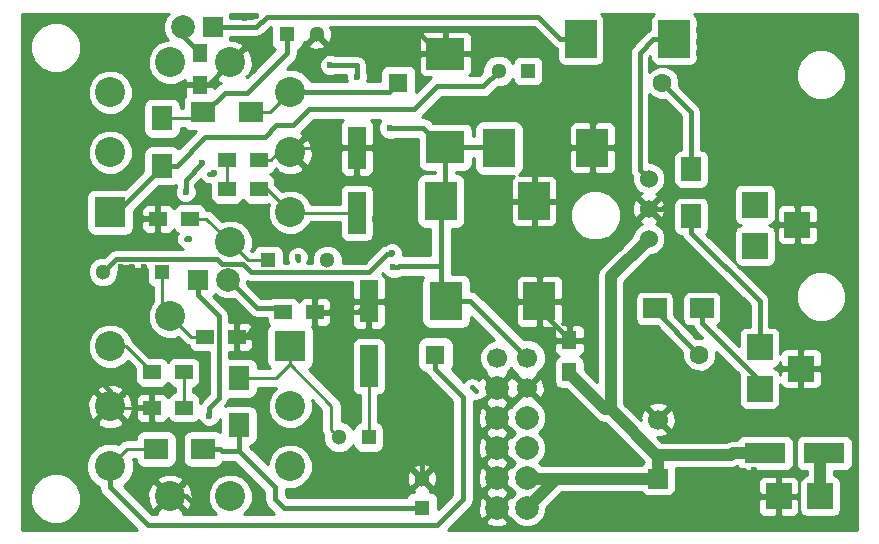
<source format=gtl>
G04 #@! TF.FileFunction,Copper,L1,Top,Signal*
%FSLAX46Y46*%
G04 Gerber Fmt 4.6, Leading zero omitted, Abs format (unit mm)*
G04 Created by KiCad (PCBNEW (2015-04-22 BZR 5620)-product) date 07/05/2015 20:47:48*
%MOMM*%
G01*
G04 APERTURE LIST*
%ADD10C,0.100000*%
%ADD11C,1.700000*%
%ADD12R,1.700000X1.700000*%
%ADD13R,2.235200X2.235200*%
%ADD14R,2.700000X3.200000*%
%ADD15R,3.200000X2.700000*%
%ADD16R,2.540000X2.540000*%
%ADD17C,2.540000*%
%ADD18C,1.300000*%
%ADD19R,1.300000X1.300000*%
%ADD20R,2.000000X1.700000*%
%ADD21R,1.600000X1.600000*%
%ADD22C,1.600000*%
%ADD23R,1.700000X2.000000*%
%ADD24C,1.524000*%
%ADD25R,1.500000X1.300000*%
%ADD26R,1.600200X3.599180*%
%ADD27R,1.300000X1.500000*%
%ADD28R,1.699260X1.699260*%
%ADD29C,1.998980*%
%ADD30C,2.000000*%
%ADD31R,3.500120X1.800860*%
%ADD32C,0.600000*%
%ADD33C,0.400000*%
%ADD34C,0.250000*%
%ADD35C,1.000000*%
%ADD36C,0.254000*%
G04 APERTURE END LIST*
D10*
D11*
X146500000Y-110000000D03*
D12*
X146500000Y-115000000D03*
D13*
X155100000Y-103900000D03*
D14*
X136000000Y-91500000D03*
X128100000Y-91500000D03*
D15*
X128500000Y-79050000D03*
X128500000Y-86950000D03*
D14*
X140950000Y-87000000D03*
X133050000Y-87000000D03*
D13*
X155100000Y-107400000D03*
X156700000Y-116500000D03*
D16*
X100104000Y-92460000D03*
D17*
X100104000Y-87380000D03*
X100104000Y-82300000D03*
X105184000Y-79760000D03*
X110264000Y-79760000D03*
X115344000Y-82300000D03*
X115344000Y-87380000D03*
X115344000Y-92460000D03*
X110264000Y-95000000D03*
D16*
X115344000Y-103800000D03*
D17*
X115344000Y-108880000D03*
X115344000Y-113960000D03*
X110264000Y-116500000D03*
X105184000Y-116500000D03*
X100104000Y-113960000D03*
X100104000Y-108880000D03*
X100104000Y-103800000D03*
X105184000Y-101260000D03*
D13*
X158600000Y-105700000D03*
X158300000Y-93500000D03*
X160220000Y-116490000D03*
X154700000Y-95300000D03*
X154700000Y-91800000D03*
D14*
X136450000Y-100000000D03*
X128550000Y-100000000D03*
D18*
X126500000Y-115000000D03*
D19*
X126500000Y-117500000D03*
D20*
X108000000Y-112500000D03*
X104000000Y-112500000D03*
D21*
X127648000Y-104500000D03*
D22*
X150000000Y-104500000D03*
D21*
X124500000Y-81500000D03*
D22*
X146852000Y-81500000D03*
D23*
X111000000Y-110500000D03*
X111000000Y-106500000D03*
D24*
X145700000Y-94680000D03*
X145700000Y-92140000D03*
X145700000Y-89600000D03*
D19*
X113500000Y-96500000D03*
D18*
X118500000Y-96500000D03*
D25*
X106850000Y-93000000D03*
X104150000Y-93000000D03*
D19*
X104500000Y-97500000D03*
D18*
X99500000Y-97500000D03*
D25*
X108150000Y-103000000D03*
X110850000Y-103000000D03*
D23*
X104500000Y-84500000D03*
X104500000Y-88500000D03*
D18*
X117600000Y-77400000D03*
D19*
X115100000Y-77400000D03*
D20*
X108000000Y-84000000D03*
X112000000Y-84000000D03*
D18*
X133000000Y-80500000D03*
D19*
X135500000Y-80500000D03*
D18*
X119500000Y-111500000D03*
D19*
X122000000Y-111500000D03*
D26*
X121000000Y-92500000D03*
X121000000Y-86998360D03*
X122000000Y-105500000D03*
X122000000Y-99998360D03*
D25*
X112700000Y-90500000D03*
X110000000Y-90500000D03*
X110000000Y-88000000D03*
X112700000Y-88000000D03*
X103650000Y-106000000D03*
X106350000Y-106000000D03*
X106350000Y-109000000D03*
X103650000Y-109000000D03*
D23*
X149300000Y-88800000D03*
X149300000Y-92800000D03*
D20*
X146200000Y-100600000D03*
X150200000Y-100600000D03*
D27*
X139000000Y-106000000D03*
X139000000Y-103300000D03*
D14*
X147850000Y-77800000D03*
X139950000Y-77800000D03*
D27*
X107700000Y-78950000D03*
X107700000Y-81650000D03*
D28*
X108800000Y-76800000D03*
D29*
X106260000Y-76800000D03*
D28*
X107560000Y-98200000D03*
D29*
X110100000Y-98200000D03*
D11*
X132860000Y-104780000D03*
X135400000Y-104780000D03*
D30*
X132860000Y-107320000D03*
D11*
X135400000Y-107320000D03*
D30*
X132860000Y-109860000D03*
X135400000Y-109860000D03*
X132860000Y-112400000D03*
X135400000Y-112400000D03*
X132860000Y-114940000D03*
X135400000Y-114940000D03*
X132860000Y-117480000D03*
X135400000Y-117480000D03*
D25*
X114750000Y-100900000D03*
X117450000Y-100900000D03*
D31*
X155571280Y-112830000D03*
X160570000Y-112830000D03*
D32*
X118750000Y-80000000D03*
X121000000Y-81000000D03*
X108927993Y-89100810D03*
X106750000Y-94750000D03*
X116000000Y-96250000D03*
X150500000Y-108500000D03*
X148000000Y-107000000D03*
X146000000Y-105000000D03*
X145500000Y-102500000D03*
X146500000Y-103000000D03*
X147500000Y-103500000D03*
X148000000Y-104500000D03*
X148000000Y-105500000D03*
X149000000Y-106000000D03*
X149500000Y-106500000D03*
X151000000Y-106000000D03*
X152000000Y-105500000D03*
X153000000Y-106500000D03*
X153000000Y-107500000D03*
X153000000Y-108500000D03*
X153500000Y-109500000D03*
X154500000Y-109500000D03*
X155500000Y-109500000D03*
X156500000Y-109500000D03*
X137500000Y-81000000D03*
X136500000Y-82000000D03*
X135000000Y-82500000D03*
X134000000Y-83500000D03*
X133500000Y-84000000D03*
X135500000Y-84500000D03*
X135500000Y-85500000D03*
X135500000Y-86500000D03*
X135500000Y-87500000D03*
X135500000Y-88500000D03*
X136500000Y-88500000D03*
X137500000Y-88500000D03*
X138500000Y-89500000D03*
X141500000Y-89500000D03*
X143000000Y-90500000D03*
X144000000Y-92000000D03*
X144000000Y-93500000D03*
X143500000Y-94500000D03*
X142700000Y-95300000D03*
X141100000Y-95300000D03*
X140000000Y-95200000D03*
X138800000Y-95300000D03*
X137900000Y-94800000D03*
X137500000Y-94000000D03*
X138300000Y-93500000D03*
X138300000Y-92500000D03*
X138500000Y-91600000D03*
X118000000Y-90000000D03*
X122500000Y-89500000D03*
X123000000Y-88500000D03*
X123000000Y-87500000D03*
X125500000Y-87500000D03*
X126000000Y-88500000D03*
X125500000Y-90000000D03*
X125500000Y-92000000D03*
X125500000Y-93000000D03*
X124500000Y-93000000D03*
X123500000Y-93000000D03*
X122500000Y-93000000D03*
X123000000Y-92000000D03*
X124000000Y-91500000D03*
X125000000Y-91000000D03*
X132000000Y-91000000D03*
X110500000Y-100500000D03*
X111000000Y-101000000D03*
X112000000Y-101500000D03*
X113000000Y-105000000D03*
X112500000Y-104000000D03*
X113000000Y-103000000D03*
X112500000Y-102000000D03*
X101000000Y-106500000D03*
X102000000Y-107000000D03*
X102000000Y-106000000D03*
X101500000Y-105500000D03*
X100500000Y-106000000D03*
X99500000Y-106000000D03*
X99000000Y-106500000D03*
X99000000Y-111500000D03*
X100000000Y-111500000D03*
X101000000Y-111000000D03*
X102000000Y-111000000D03*
X103000000Y-110500000D03*
X104500000Y-110500000D03*
X106000000Y-110500000D03*
X106000000Y-111500000D03*
X106000000Y-112500000D03*
X106000000Y-113500000D03*
X106500000Y-114500000D03*
X107000000Y-115500000D03*
X107500000Y-116500000D03*
X107500000Y-117500000D03*
X123500000Y-78500000D03*
X124500000Y-77000000D03*
X123500000Y-77000000D03*
X122500000Y-77000000D03*
X121500000Y-77000000D03*
X120500000Y-77000000D03*
X120500000Y-78000000D03*
X120500000Y-79000000D03*
X122000000Y-79000000D03*
X122500000Y-80500000D03*
X123500000Y-79500000D03*
X125000000Y-79500000D03*
X126000000Y-79500000D03*
X126000000Y-78000000D03*
X126000000Y-77000000D03*
X135500000Y-79000000D03*
X134500000Y-79000000D03*
X133500000Y-79000000D03*
X132500000Y-79000000D03*
X131000000Y-80000000D03*
X131500000Y-79000000D03*
X131500000Y-78000000D03*
X131500000Y-77000000D03*
X132500000Y-77000000D03*
X133500000Y-77000000D03*
X134500000Y-77000000D03*
X135500000Y-77000000D03*
X136500000Y-78000000D03*
X137000000Y-79000000D03*
X137500000Y-80000000D03*
X138500000Y-80500000D03*
X139500000Y-80500000D03*
X140500000Y-80500000D03*
X141500000Y-80500000D03*
X142000000Y-80000000D03*
X142500000Y-78500000D03*
X142500000Y-77500000D03*
X142500000Y-76500000D03*
X143500000Y-76000000D03*
X144500000Y-76000000D03*
X145500000Y-76500000D03*
X144500000Y-77500000D03*
X144000000Y-78500000D03*
X143500000Y-79500000D03*
X143500000Y-80500000D03*
X143500000Y-81500000D03*
X143500000Y-82500000D03*
X143500000Y-83500000D03*
X143000000Y-89500000D03*
X144500000Y-91000000D03*
X144000000Y-90000000D03*
X143500000Y-88500000D03*
X143500000Y-87500000D03*
X143500000Y-86500000D03*
X143500000Y-85500000D03*
X143500000Y-84500000D03*
X142500000Y-84500000D03*
X141500000Y-84500000D03*
X150000000Y-76000000D03*
X150000000Y-77000000D03*
X150000000Y-78000000D03*
X150000000Y-79000000D03*
X150000000Y-80000000D03*
X149500000Y-80500000D03*
X148500000Y-80500000D03*
X148500000Y-81500000D03*
X149500000Y-82500000D03*
X150500000Y-83500000D03*
X150500000Y-84500000D03*
X150500000Y-85500000D03*
X150500000Y-86500000D03*
X151000000Y-87000000D03*
X151000000Y-88000000D03*
X151000000Y-89000000D03*
X121000000Y-109500000D03*
X121000000Y-108500000D03*
X120000000Y-108000000D03*
X120000000Y-107000000D03*
X120000000Y-106000000D03*
X120000000Y-105000000D03*
X120000000Y-104000000D03*
X120500000Y-103000000D03*
X122000000Y-102500000D03*
X125500000Y-113500000D03*
X125000000Y-114500000D03*
X125000000Y-115500000D03*
X125000000Y-116399990D03*
X124000000Y-116399990D03*
X123000000Y-116399990D03*
X122000000Y-116399990D03*
X121000000Y-116399990D03*
X120000000Y-116399990D03*
X119000000Y-116399990D03*
X118000000Y-116399990D03*
X116500000Y-116000000D03*
X117000000Y-115500000D03*
X117500000Y-115000000D03*
X118500000Y-115000000D03*
X119500000Y-115000000D03*
X120500000Y-115000000D03*
X121500000Y-114500000D03*
X122500000Y-113500000D03*
X123500000Y-113000000D03*
X123500000Y-112000000D03*
X123500000Y-111000000D03*
X123500000Y-110000000D03*
X123000000Y-109000000D03*
X123500000Y-108000000D03*
X124000000Y-107000000D03*
X124000000Y-106000000D03*
X125000000Y-107000000D03*
X126000000Y-108000000D03*
X126500000Y-109000000D03*
X126500000Y-110000000D03*
X126500000Y-111000000D03*
X126500000Y-112000000D03*
X126500000Y-113000000D03*
X103000000Y-97100010D03*
X102000000Y-97100010D03*
X101000000Y-97100010D03*
X100000000Y-95500000D03*
X99000000Y-96000000D03*
X99000000Y-95000000D03*
X100000000Y-94630002D03*
X101519340Y-94618190D03*
X102500000Y-94000000D03*
X102500000Y-93000000D03*
X103000000Y-95000000D03*
X105000000Y-94500000D03*
X104000000Y-94500000D03*
X99000000Y-85000000D03*
X100000000Y-84500000D03*
X101000000Y-85000000D03*
X102000000Y-86000000D03*
X102500000Y-87000000D03*
X102600000Y-88000000D03*
X102500000Y-88900000D03*
X101800000Y-89600000D03*
X101200000Y-90200000D03*
X104400000Y-91500000D03*
X105100000Y-91400000D03*
X105100000Y-90600000D03*
X104200000Y-90700000D03*
X103600000Y-91300000D03*
X104483990Y-81800000D03*
X106200000Y-81800000D03*
X117500000Y-86000000D03*
X117500000Y-87000000D03*
X117500000Y-88000000D03*
X117000000Y-89000000D03*
X114500000Y-89500000D03*
X115000000Y-90000000D03*
X116000000Y-90000000D03*
X117000000Y-91000000D03*
X118000000Y-91000000D03*
X119000000Y-91000000D03*
X119000000Y-90000000D03*
X119000000Y-89000000D03*
X119000000Y-88000000D03*
X119000000Y-87000000D03*
X119000000Y-86000000D03*
X118500000Y-85000000D03*
X117500000Y-85000000D03*
X117000000Y-85500000D03*
X110264000Y-79760000D03*
X113000000Y-79000000D03*
X112500000Y-79500000D03*
X112500000Y-78500000D03*
X111500000Y-78000000D03*
X111500000Y-76000000D03*
X112459033Y-75851003D03*
X157500000Y-108000000D03*
X158500000Y-108000000D03*
X159500000Y-108000000D03*
X160500000Y-108000000D03*
X161000000Y-107500000D03*
X161000000Y-106500000D03*
X161000000Y-105500000D03*
X161000000Y-104500000D03*
X160500000Y-103500000D03*
X159500000Y-103500000D03*
X158500000Y-103500000D03*
X157500000Y-103500000D03*
X157500000Y-102500000D03*
X156500000Y-101500000D03*
X156500000Y-100500000D03*
X156500000Y-99500000D03*
X155500000Y-98500000D03*
X154500000Y-97500000D03*
X155500000Y-97500000D03*
X156500000Y-97500000D03*
X157000000Y-96500000D03*
X157000000Y-95500000D03*
X158000000Y-95500000D03*
X159000000Y-95500000D03*
X160000000Y-95500000D03*
X160500000Y-95000000D03*
X160500000Y-94000000D03*
X160500000Y-93000000D03*
X160500000Y-92000000D03*
X160000000Y-91500000D03*
X159000000Y-91500000D03*
X158000000Y-91500000D03*
X157000000Y-91500000D03*
X157000000Y-90500000D03*
X157000000Y-89500000D03*
X156000000Y-89500000D03*
X155000000Y-89500000D03*
X154000000Y-89500000D03*
X153000000Y-89500000D03*
X152500000Y-91000000D03*
X151500000Y-92000000D03*
X151000000Y-92500000D03*
X151000000Y-90000000D03*
X151000000Y-91000000D03*
X148000000Y-91000000D03*
X147500000Y-90500000D03*
X147500000Y-91500000D03*
X147500000Y-92500000D03*
X163000000Y-115000000D03*
X163000000Y-116000000D03*
X163000000Y-117000000D03*
X163000000Y-118000000D03*
X162500000Y-119000000D03*
X161500000Y-119000000D03*
X160500000Y-119000000D03*
X159500000Y-119000000D03*
X158500000Y-119000000D03*
X157500000Y-119000000D03*
X156500000Y-119000000D03*
X155500000Y-119000000D03*
X154500000Y-119000000D03*
X153500000Y-119000000D03*
X152500000Y-119000000D03*
X151500000Y-119000000D03*
X150500000Y-119000000D03*
X149500000Y-119000000D03*
X148500000Y-119000000D03*
X147500000Y-119000000D03*
X146500000Y-119000000D03*
X145500000Y-119000000D03*
X144500000Y-119000000D03*
X143500000Y-119000000D03*
X142500000Y-119000000D03*
X141500000Y-119000000D03*
X140500000Y-119000000D03*
X139500000Y-119000000D03*
X138500000Y-119000000D03*
X137500000Y-118500000D03*
X137500000Y-117500000D03*
X138500000Y-116500000D03*
X139500000Y-116500000D03*
X140500000Y-116500000D03*
X141500000Y-116500000D03*
X142500000Y-116500000D03*
X143500000Y-116500000D03*
X144500000Y-116500000D03*
X145500000Y-117000000D03*
X146500000Y-117000000D03*
X147500000Y-117000000D03*
X148500000Y-116500000D03*
X148500000Y-115500000D03*
X148500000Y-114500000D03*
X149500000Y-114400000D03*
X150400000Y-114400000D03*
X151500000Y-114400000D03*
X152200000Y-114400000D03*
X153100000Y-114400000D03*
X153800000Y-114400000D03*
X154600000Y-114300000D03*
X154600000Y-115100000D03*
X154600000Y-115900000D03*
X133500000Y-91500000D03*
X133600000Y-90400000D03*
X133200000Y-89600000D03*
X132300000Y-89700000D03*
X131300000Y-89600000D03*
X130600000Y-90200000D03*
X130700000Y-91100000D03*
X130600000Y-92000000D03*
X130700000Y-92800000D03*
X131800000Y-92800000D03*
X132700000Y-92800000D03*
X133600000Y-92800000D03*
X133700000Y-96000000D03*
X134700000Y-96800000D03*
X136500000Y-96800000D03*
X135700000Y-96100000D03*
X135100000Y-95300000D03*
X134200000Y-95300000D03*
X133100000Y-95300000D03*
X131900000Y-95200000D03*
X130600000Y-95200000D03*
X129600000Y-95200000D03*
X129500000Y-95900000D03*
X130500000Y-96800000D03*
X132000000Y-96700000D03*
X133200000Y-96600000D03*
X133300000Y-98900000D03*
X132200000Y-99500000D03*
X131200000Y-104800000D03*
X131300000Y-103800000D03*
X132000000Y-103200000D03*
X131400000Y-102600000D03*
X130500000Y-102400000D03*
X129600000Y-102800000D03*
X129400000Y-103700000D03*
X129400000Y-104700000D03*
X129400000Y-105700000D03*
X130300000Y-106200000D03*
X131400000Y-106000000D03*
X131600000Y-111100000D03*
X131500000Y-113600000D03*
X131250000Y-116250000D03*
X131000000Y-117500000D03*
X141000000Y-106250000D03*
X140750000Y-105500000D03*
X140500000Y-104750000D03*
X141000000Y-104250000D03*
X140750000Y-103250000D03*
X141000000Y-102250000D03*
X140250000Y-101500000D03*
X139500000Y-101500000D03*
X138750000Y-101500000D03*
X138750000Y-100750000D03*
X138750000Y-100000000D03*
X133250000Y-100000000D03*
X134000000Y-100000000D03*
X134000000Y-100750000D03*
X134000000Y-101500000D03*
X134500000Y-102250000D03*
X135500000Y-102500000D03*
X136250000Y-102750000D03*
X137250000Y-103000000D03*
X137500000Y-103750000D03*
X137500000Y-104500000D03*
X137500000Y-105250000D03*
X137250000Y-106000000D03*
X137500000Y-107000000D03*
X138250000Y-107750000D03*
X139000000Y-108250000D03*
X139750000Y-109000000D03*
X140500000Y-109750000D03*
X141000000Y-110250000D03*
X142000000Y-111000000D03*
X142750000Y-111750000D03*
X143750000Y-112500000D03*
X144250000Y-113500000D03*
X143250000Y-113500000D03*
X142250000Y-113500000D03*
X141250000Y-113500000D03*
X140250000Y-113500000D03*
X139250000Y-113500000D03*
X138250000Y-113500000D03*
X137500000Y-113500000D03*
X137500000Y-112750000D03*
X137500000Y-112000000D03*
X137500000Y-111250000D03*
X137500000Y-110500000D03*
X137500000Y-109750000D03*
X137250000Y-109000000D03*
X136750000Y-108500000D03*
X120000000Y-100000000D03*
X120000000Y-99250000D03*
X119000000Y-99250000D03*
X118250000Y-99250000D03*
X117500000Y-99250000D03*
X116750000Y-99250000D03*
X116000000Y-99250000D03*
X115250000Y-99250000D03*
X114500000Y-99000000D03*
X113750000Y-99000000D03*
X113000000Y-99000000D03*
X148040000Y-111540000D03*
X148940000Y-111390000D03*
X150140000Y-111420000D03*
X151350000Y-111390000D03*
X152710000Y-111300000D03*
X153700000Y-110770000D03*
X154640000Y-110740000D03*
X155500000Y-110500000D03*
X156500000Y-111000000D03*
X157000000Y-110500000D03*
X158000000Y-111000000D03*
X159000000Y-110500000D03*
X160000000Y-111000000D03*
X161000000Y-111000000D03*
X162000000Y-111000000D03*
X145000000Y-108500000D03*
X144500000Y-108000000D03*
X144500000Y-107000000D03*
X144500000Y-106000000D03*
X144500000Y-105000000D03*
X144500000Y-104000000D03*
X144000000Y-103000000D03*
X144000000Y-102000000D03*
X144000000Y-100500000D03*
X123980596Y-95905953D03*
X124100000Y-97100000D03*
X123800000Y-85300000D03*
X108500000Y-109700000D03*
X106500000Y-90700000D03*
X107900000Y-88300000D03*
D33*
X118750000Y-80000000D02*
X121000000Y-80000000D01*
X121000000Y-80000000D02*
X121000000Y-81000000D01*
X108778803Y-89250000D02*
X108927993Y-89100810D01*
X108500000Y-89250000D02*
X108778803Y-89250000D01*
X106750000Y-94750000D02*
X106500000Y-94750000D01*
X116000000Y-96500000D02*
X116000000Y-96250000D01*
X130751825Y-107248175D02*
X131097376Y-107593726D01*
X148000000Y-107000000D02*
X149000000Y-107000000D01*
X149000000Y-107000000D02*
X150500000Y-108500000D01*
X145500000Y-102500000D02*
X145500000Y-104500000D01*
X145500000Y-104500000D02*
X146000000Y-105000000D01*
X147500000Y-103500000D02*
X147000000Y-103500000D01*
X147000000Y-103500000D02*
X146500000Y-103000000D01*
X148000000Y-105500000D02*
X148000000Y-104500000D01*
X149500000Y-106500000D02*
X149000000Y-106000000D01*
X152000000Y-105500000D02*
X151500000Y-105500000D01*
X151500000Y-105500000D02*
X151000000Y-106000000D01*
X153000000Y-107500000D02*
X153000000Y-106500000D01*
X153500000Y-109500000D02*
X153500000Y-109000000D01*
X153500000Y-109000000D02*
X153000000Y-108500000D01*
X155500000Y-109500000D02*
X154500000Y-109500000D01*
X157500000Y-109000000D02*
X157000000Y-109000000D01*
X157000000Y-109000000D02*
X156500000Y-109500000D01*
X136500000Y-82000000D02*
X137500000Y-81000000D01*
X134000000Y-83500000D02*
X135000000Y-82500000D01*
X135500000Y-84500000D02*
X134000000Y-84500000D01*
X134000000Y-84500000D02*
X133500000Y-84000000D01*
X135500000Y-86500000D02*
X135500000Y-85500000D01*
X135500000Y-88500000D02*
X135500000Y-87500000D01*
X137500000Y-88500000D02*
X136500000Y-88500000D01*
X141500000Y-89500000D02*
X138500000Y-89500000D01*
X144000000Y-92000000D02*
X144000000Y-91500000D01*
X144000000Y-91500000D02*
X143000000Y-90500000D01*
X143500000Y-94500000D02*
X143500000Y-94000000D01*
X143500000Y-94000000D02*
X144000000Y-93500000D01*
X141100000Y-95300000D02*
X142700000Y-95300000D01*
X138800000Y-95300000D02*
X139900000Y-95300000D01*
X139900000Y-95300000D02*
X140000000Y-95200000D01*
X137500000Y-94000000D02*
X137500000Y-94400000D01*
X137500000Y-94400000D02*
X137900000Y-94800000D01*
X138300000Y-92500000D02*
X138300000Y-93500000D01*
X136000000Y-91500000D02*
X138400000Y-91500000D01*
X138400000Y-91500000D02*
X138500000Y-91600000D01*
X123000000Y-88500000D02*
X123000000Y-89000000D01*
X123000000Y-89000000D02*
X122500000Y-89500000D01*
X125500000Y-87500000D02*
X123000000Y-87500000D01*
X125500000Y-90000000D02*
X125500000Y-89000000D01*
X125500000Y-89000000D02*
X126000000Y-88500000D01*
X125500000Y-93000000D02*
X125500000Y-92000000D01*
X123500000Y-93000000D02*
X124500000Y-93000000D01*
X123000000Y-92000000D02*
X123000000Y-92500000D01*
X123000000Y-92500000D02*
X122500000Y-93000000D01*
X125000000Y-91000000D02*
X124500000Y-91000000D01*
X124500000Y-91000000D02*
X124000000Y-91500000D01*
X136000000Y-91500000D02*
X132500000Y-91500000D01*
X132500000Y-91500000D02*
X132000000Y-91000000D01*
X136000000Y-91500000D02*
X131100000Y-91500000D01*
X131100000Y-91500000D02*
X130999999Y-91399999D01*
X130999999Y-91399999D02*
X130700000Y-91100000D01*
X111000000Y-101000000D02*
X110500000Y-100500000D01*
X113000000Y-105000000D02*
X113000000Y-102500000D01*
X113000000Y-102500000D02*
X112000000Y-101500000D01*
X113000000Y-103000000D02*
X113000000Y-103500000D01*
X113000000Y-103500000D02*
X112500000Y-104000000D01*
X110850000Y-103000000D02*
X111500000Y-103000000D01*
X111500000Y-103000000D02*
X112500000Y-102000000D01*
X102000000Y-107000000D02*
X101500000Y-107000000D01*
X101500000Y-107000000D02*
X101000000Y-106500000D01*
X101500000Y-105500000D02*
X102000000Y-106000000D01*
X99500000Y-106000000D02*
X100500000Y-106000000D01*
X100104000Y-108880000D02*
X100104000Y-107604000D01*
X100104000Y-107604000D02*
X99000000Y-106500000D01*
X99000000Y-111500000D02*
X99000000Y-109984000D01*
X99000000Y-109984000D02*
X100104000Y-108880000D01*
X101000000Y-111000000D02*
X100500000Y-111000000D01*
X100500000Y-111000000D02*
X100000000Y-111500000D01*
X103000000Y-110500000D02*
X102500000Y-110500000D01*
X102500000Y-110500000D02*
X102000000Y-111000000D01*
X106000000Y-110500000D02*
X104500000Y-110500000D01*
X106000000Y-112500000D02*
X106000000Y-111500000D01*
X106500000Y-114500000D02*
X106500000Y-114000000D01*
X106500000Y-114000000D02*
X106000000Y-113500000D01*
X107500000Y-116500000D02*
X107500000Y-116000000D01*
X107500000Y-116000000D02*
X107000000Y-115500000D01*
X105184000Y-116500000D02*
X106500000Y-116500000D01*
X106500000Y-116500000D02*
X107500000Y-117500000D01*
X124500000Y-77000000D02*
X124500000Y-77500000D01*
X124500000Y-77500000D02*
X123500000Y-78500000D01*
X122500000Y-77000000D02*
X123500000Y-77000000D01*
X120500000Y-77000000D02*
X121500000Y-77000000D01*
X120500000Y-79000000D02*
X120500000Y-78000000D01*
X122500000Y-80500000D02*
X122500000Y-79500000D01*
X122500000Y-79500000D02*
X122000000Y-79000000D01*
X125000000Y-79500000D02*
X123500000Y-79500000D01*
X126000000Y-78000000D02*
X126000000Y-79500000D01*
X128500000Y-79050000D02*
X128050000Y-79050000D01*
X128050000Y-79050000D02*
X126000000Y-77000000D01*
X134500000Y-79000000D02*
X135500000Y-79000000D01*
X132500000Y-79000000D02*
X133500000Y-79000000D01*
X131500000Y-79000000D02*
X131500000Y-79500000D01*
X131500000Y-79500000D02*
X131000000Y-80000000D01*
X131500000Y-77000000D02*
X131500000Y-78000000D01*
X133500000Y-77000000D02*
X132500000Y-77000000D01*
X135500000Y-77000000D02*
X134500000Y-77000000D01*
X137000000Y-79000000D02*
X137000000Y-78500000D01*
X137000000Y-78500000D02*
X136500000Y-78000000D01*
X138500000Y-80500000D02*
X138000000Y-80500000D01*
X138000000Y-80500000D02*
X137500000Y-80000000D01*
X140500000Y-80500000D02*
X139500000Y-80500000D01*
X142000000Y-80000000D02*
X141500000Y-80500000D01*
X142500000Y-77500000D02*
X142500000Y-78500000D01*
X143500000Y-76000000D02*
X143000000Y-76000000D01*
X143000000Y-76000000D02*
X142500000Y-76500000D01*
X145500000Y-76500000D02*
X145000000Y-76500000D01*
X145000000Y-76500000D02*
X144500000Y-76000000D01*
X144000000Y-78500000D02*
X144000000Y-78000000D01*
X144000000Y-78000000D02*
X144500000Y-77500000D01*
X143500000Y-80500000D02*
X143500000Y-79500000D01*
X143500000Y-82500000D02*
X143500000Y-81500000D01*
X143000000Y-89500000D02*
X143500000Y-89000000D01*
X143500000Y-89000000D02*
X143500000Y-83500000D01*
X144000000Y-90000000D02*
X144000000Y-90500000D01*
X144000000Y-90500000D02*
X144500000Y-91000000D01*
X143500000Y-87500000D02*
X143500000Y-88500000D01*
X143500000Y-85500000D02*
X143500000Y-86500000D01*
X142500000Y-84500000D02*
X143500000Y-84500000D01*
X140950000Y-87000000D02*
X140950000Y-85050000D01*
X140950000Y-85050000D02*
X141500000Y-84500000D01*
X150000000Y-78000000D02*
X150000000Y-77000000D01*
X150000000Y-80000000D02*
X150000000Y-79000000D01*
X148500000Y-80500000D02*
X149500000Y-80500000D01*
X149500000Y-82500000D02*
X148500000Y-81500000D01*
X150500000Y-84500000D02*
X150500000Y-83500000D01*
X150500000Y-86500000D02*
X150500000Y-85500000D01*
X151000000Y-88000000D02*
X151000000Y-87000000D01*
X158000000Y-91682400D02*
X155317600Y-89000000D01*
X155317600Y-89000000D02*
X151000000Y-89000000D01*
X158300000Y-93500000D02*
X158300000Y-91982400D01*
X158300000Y-91982400D02*
X158000000Y-91682400D01*
X121000000Y-108500000D02*
X121000000Y-109500000D01*
X120000000Y-107000000D02*
X120000000Y-108000000D01*
X120000000Y-105000000D02*
X120000000Y-106000000D01*
X120500000Y-103000000D02*
X120500000Y-103500000D01*
X120500000Y-103500000D02*
X120000000Y-104000000D01*
X122000000Y-99998360D02*
X122000000Y-102500000D01*
X128000000Y-116000000D02*
X128000000Y-115000000D01*
X128000000Y-115000000D02*
X128500000Y-114500000D01*
X126500000Y-115000000D02*
X127500000Y-116000000D01*
X127500000Y-116000000D02*
X128000000Y-116000000D01*
X125000000Y-115500000D02*
X125000000Y-114500000D01*
X124000000Y-116399990D02*
X125000000Y-116399990D01*
X122000000Y-116399990D02*
X123000000Y-116399990D01*
X120000000Y-116399990D02*
X121000000Y-116399990D01*
X118000000Y-116399990D02*
X119000000Y-116399990D01*
X117000000Y-115500000D02*
X116500000Y-116000000D01*
X118500000Y-115000000D02*
X117500000Y-115000000D01*
X120500000Y-115000000D02*
X119500000Y-115000000D01*
X122500000Y-113500000D02*
X121500000Y-114500000D01*
X123500000Y-112000000D02*
X123500000Y-113000000D01*
X123500000Y-110000000D02*
X123500000Y-111000000D01*
X123500000Y-108000000D02*
X123500000Y-108500000D01*
X123500000Y-108500000D02*
X123000000Y-109000000D01*
X124000000Y-106000000D02*
X124000000Y-107000000D01*
X126000000Y-108000000D02*
X125000000Y-107000000D01*
X126500000Y-110000000D02*
X126500000Y-109000000D01*
X126500000Y-112000000D02*
X126500000Y-111000000D01*
X126500000Y-115000000D02*
X126500000Y-113000000D01*
X101000000Y-97100010D02*
X102000000Y-97100010D01*
X99000000Y-96000000D02*
X99500000Y-96000000D01*
X99500000Y-96000000D02*
X100000000Y-95500000D01*
X100000000Y-94630002D02*
X99369998Y-94630002D01*
X99369998Y-94630002D02*
X99000000Y-95000000D01*
X102500000Y-94000000D02*
X101881810Y-94618190D01*
X101881810Y-94618190D02*
X101519340Y-94618190D01*
X104150000Y-93000000D02*
X102500000Y-93000000D01*
X105000000Y-94500000D02*
X103500000Y-94500000D01*
X103500000Y-94500000D02*
X103000000Y-95000000D01*
X104150000Y-93000000D02*
X104150000Y-94350000D01*
X104150000Y-94350000D02*
X104000000Y-94500000D01*
X101000000Y-85000000D02*
X100500000Y-85000000D01*
X100500000Y-85000000D02*
X100000000Y-84500000D01*
X102500000Y-87000000D02*
X102500000Y-86500000D01*
X102500000Y-86500000D02*
X102000000Y-86000000D01*
X102500000Y-88900000D02*
X102500000Y-88100000D01*
X102500000Y-88100000D02*
X102600000Y-88000000D01*
X101200000Y-90200000D02*
X101800000Y-89600000D01*
X105100000Y-91400000D02*
X104500000Y-91400000D01*
X104500000Y-91400000D02*
X104400000Y-91500000D01*
X104200000Y-90700000D02*
X105000000Y-90700000D01*
X105000000Y-90700000D02*
X105100000Y-90600000D01*
X104150000Y-93000000D02*
X104150000Y-91850000D01*
X104150000Y-91850000D02*
X103600000Y-91300000D01*
X104500000Y-81800000D02*
X104483990Y-81800000D01*
X106200000Y-81800000D02*
X104500000Y-81800000D01*
X117500000Y-87000000D02*
X117500000Y-86000000D01*
X117000000Y-89000000D02*
X117000000Y-88500000D01*
X117000000Y-88500000D02*
X117500000Y-88000000D01*
X115000000Y-90000000D02*
X114500000Y-89500000D01*
X117000000Y-91000000D02*
X116000000Y-90000000D01*
X119000000Y-91000000D02*
X118000000Y-91000000D01*
X119000000Y-89000000D02*
X119000000Y-90000000D01*
X119000000Y-87000000D02*
X119000000Y-88000000D01*
X118500000Y-85000000D02*
X118500000Y-85500000D01*
X118500000Y-85500000D02*
X119000000Y-86000000D01*
X117000000Y-85500000D02*
X117500000Y-85000000D01*
X112500000Y-79500000D02*
X113000000Y-79000000D01*
X111500000Y-78000000D02*
X112000000Y-78000000D01*
X112000000Y-78000000D02*
X112500000Y-78500000D01*
X112459033Y-75851003D02*
X111648997Y-75851003D01*
X111648997Y-75851003D02*
X111500000Y-76000000D01*
X158500000Y-108000000D02*
X157500000Y-108000000D01*
X160500000Y-108000000D02*
X159500000Y-108000000D01*
X161000000Y-106500000D02*
X161000000Y-107500000D01*
X161000000Y-104500000D02*
X161000000Y-105500000D01*
X159500000Y-103500000D02*
X160500000Y-103500000D01*
X157500000Y-103500000D02*
X158500000Y-103500000D01*
X156500000Y-101500000D02*
X157500000Y-102500000D01*
X156500000Y-99500000D02*
X156500000Y-100500000D01*
X154500000Y-97500000D02*
X155500000Y-98500000D01*
X156500000Y-97500000D02*
X155500000Y-97500000D01*
X157000000Y-95500000D02*
X157000000Y-96500000D01*
X159000000Y-95500000D02*
X158000000Y-95500000D01*
X160500000Y-95000000D02*
X160000000Y-95500000D01*
X160500000Y-93000000D02*
X160500000Y-94000000D01*
X160000000Y-91500000D02*
X160500000Y-92000000D01*
X158000000Y-91500000D02*
X159000000Y-91500000D01*
X157000000Y-90500000D02*
X157000000Y-91500000D01*
X156000000Y-89500000D02*
X157000000Y-89500000D01*
X154000000Y-89500000D02*
X155000000Y-89500000D01*
X152500000Y-91000000D02*
X152500000Y-90000000D01*
X152500000Y-90000000D02*
X153000000Y-89500000D01*
X151000000Y-92500000D02*
X151500000Y-92000000D01*
X151000000Y-91000000D02*
X151000000Y-90000000D01*
X147500000Y-90500000D02*
X148000000Y-91000000D01*
X145700000Y-92140000D02*
X146860000Y-92140000D01*
X146860000Y-92140000D02*
X147500000Y-91500000D01*
X163000000Y-116000000D02*
X163000000Y-115000000D01*
X163000000Y-118000000D02*
X163000000Y-117000000D01*
X161500000Y-119000000D02*
X162500000Y-119000000D01*
X159500000Y-119000000D02*
X160500000Y-119000000D01*
X157500000Y-119000000D02*
X158500000Y-119000000D01*
X155500000Y-119000000D02*
X156500000Y-119000000D01*
X153500000Y-119000000D02*
X154500000Y-119000000D01*
X151500000Y-119000000D02*
X152500000Y-119000000D01*
X149500000Y-119000000D02*
X150500000Y-119000000D01*
X147500000Y-119000000D02*
X148500000Y-119000000D01*
X145500000Y-119000000D02*
X146500000Y-119000000D01*
X143500000Y-119000000D02*
X144500000Y-119000000D01*
X141500000Y-119000000D02*
X142500000Y-119000000D01*
X139500000Y-119000000D02*
X140500000Y-119000000D01*
X137500000Y-118500000D02*
X138000000Y-118500000D01*
X138000000Y-118500000D02*
X138500000Y-119000000D01*
X138500000Y-116500000D02*
X137500000Y-117500000D01*
X140500000Y-116500000D02*
X139500000Y-116500000D01*
X142500000Y-116500000D02*
X141500000Y-116500000D01*
X144500000Y-116500000D02*
X143500000Y-116500000D01*
X146500000Y-117000000D02*
X145500000Y-117000000D01*
X148500000Y-116500000D02*
X148000000Y-116500000D01*
X148000000Y-116500000D02*
X147500000Y-117000000D01*
X148500000Y-114500000D02*
X148500000Y-115500000D01*
X150400000Y-114400000D02*
X149500000Y-114400000D01*
X152200000Y-114400000D02*
X151500000Y-114400000D01*
X153800000Y-114400000D02*
X153100000Y-114400000D01*
X154600000Y-115100000D02*
X154600000Y-114300000D01*
X156700000Y-116500000D02*
X155200000Y-116500000D01*
X155200000Y-116500000D02*
X154600000Y-115900000D01*
X133500000Y-91500000D02*
X136000000Y-91500000D01*
X133200000Y-89600000D02*
X133200000Y-90000000D01*
X133200000Y-90000000D02*
X133600000Y-90400000D01*
X131300000Y-89600000D02*
X132200000Y-89600000D01*
X132200000Y-89600000D02*
X132300000Y-89700000D01*
X130700000Y-91100000D02*
X130700000Y-90300000D01*
X130700000Y-90300000D02*
X130600000Y-90200000D01*
X130700000Y-92800000D02*
X130700000Y-92100000D01*
X130700000Y-92100000D02*
X130600000Y-92000000D01*
X132700000Y-92800000D02*
X131800000Y-92800000D01*
X133700000Y-96000000D02*
X133700000Y-92900000D01*
X133700000Y-92900000D02*
X133600000Y-92800000D01*
X136500000Y-96800000D02*
X134700000Y-96800000D01*
X135100000Y-95300000D02*
X135100000Y-95500000D01*
X135100000Y-95500000D02*
X135700000Y-96100000D01*
X133100000Y-95300000D02*
X134200000Y-95300000D01*
X130600000Y-95200000D02*
X131900000Y-95200000D01*
X129500000Y-95900000D02*
X129500000Y-95300000D01*
X129500000Y-95300000D02*
X129600000Y-95200000D01*
X132000000Y-96700000D02*
X130600000Y-96700000D01*
X130600000Y-96700000D02*
X130500000Y-96800000D01*
X133300000Y-98900000D02*
X133300000Y-96700000D01*
X133300000Y-96700000D02*
X133200000Y-96600000D01*
X136450000Y-100000000D02*
X132700000Y-100000000D01*
X132700000Y-100000000D02*
X132200000Y-99500000D01*
X132000000Y-103200000D02*
X131900000Y-103200000D01*
X131900000Y-103200000D02*
X131300000Y-103800000D01*
X130500000Y-102400000D02*
X131200000Y-102400000D01*
X131200000Y-102400000D02*
X131400000Y-102600000D01*
X129400000Y-103700000D02*
X129400000Y-103000000D01*
X129400000Y-103000000D02*
X129600000Y-102800000D01*
X129400000Y-105700000D02*
X129400000Y-104700000D01*
X131400000Y-106000000D02*
X130500000Y-106000000D01*
X130500000Y-106000000D02*
X130300000Y-106200000D01*
X132860000Y-112400000D02*
X132860000Y-112360000D01*
X132860000Y-112360000D02*
X131600000Y-111100000D01*
X131500000Y-113600000D02*
X131660000Y-113600000D01*
X131660000Y-113600000D02*
X132860000Y-112400000D01*
X131000000Y-117500000D02*
X131250000Y-117250000D01*
X131250000Y-117250000D02*
X131250000Y-116250000D01*
X140750000Y-105500000D02*
X140750000Y-106000000D01*
X140750000Y-106000000D02*
X141000000Y-106250000D01*
X141000000Y-104250000D02*
X140500000Y-104750000D01*
X141000000Y-102250000D02*
X141000000Y-103000000D01*
X141000000Y-103000000D02*
X140750000Y-103250000D01*
X139500000Y-101500000D02*
X140250000Y-101500000D01*
X138750000Y-100750000D02*
X138750000Y-101500000D01*
X136450000Y-100000000D02*
X138750000Y-100000000D01*
X136450000Y-100000000D02*
X134000000Y-100000000D01*
X133250000Y-100000000D02*
X134000000Y-100000000D01*
X134000000Y-100750000D02*
X134000000Y-100000000D01*
X134500000Y-102250000D02*
X134500000Y-102000000D01*
X134500000Y-102000000D02*
X134000000Y-101500000D01*
X136250000Y-102750000D02*
X135750000Y-102750000D01*
X135750000Y-102750000D02*
X135500000Y-102500000D01*
X137250000Y-103000000D02*
X136750000Y-102500000D01*
X137500000Y-104500000D02*
X137500000Y-103750000D01*
X137250000Y-106000000D02*
X137250000Y-105500000D01*
X137250000Y-105500000D02*
X137500000Y-105250000D01*
X138250000Y-107750000D02*
X137500000Y-107000000D01*
X139750000Y-109000000D02*
X139000000Y-108250000D01*
X141000000Y-110250000D02*
X140500000Y-109750000D01*
X142750000Y-111750000D02*
X142000000Y-111000000D01*
X144250000Y-113500000D02*
X144250000Y-113000000D01*
X144250000Y-113000000D02*
X143750000Y-112500000D01*
X142250000Y-113500000D02*
X143250000Y-113500000D01*
X140250000Y-113500000D02*
X141250000Y-113500000D01*
X138250000Y-113500000D02*
X139250000Y-113500000D01*
X137500000Y-112750000D02*
X137500000Y-113500000D01*
X137500000Y-111250000D02*
X137500000Y-112000000D01*
X137500000Y-109750000D02*
X137500000Y-110500000D01*
X136750000Y-108500000D02*
X137250000Y-109000000D01*
D34*
X100224000Y-109000000D02*
X100104000Y-108880000D01*
X100224000Y-109000000D02*
X100104000Y-108880000D01*
X103650000Y-109000000D02*
X100224000Y-109000000D01*
X114320000Y-87380000D02*
X115344000Y-87380000D01*
X113700000Y-88000000D02*
X114320000Y-87380000D01*
X112700000Y-88000000D02*
X113700000Y-88000000D01*
X115725640Y-86998360D02*
X115344000Y-87380000D01*
X121000000Y-86998360D02*
X115725640Y-86998360D01*
D33*
X121098360Y-100900000D02*
X122000000Y-99998360D01*
X117450000Y-100900000D02*
X121098360Y-100900000D01*
X108374000Y-81650000D02*
X110264000Y-79760000D01*
X107700000Y-81650000D02*
X108374000Y-81650000D01*
X136450000Y-100650000D02*
X136450000Y-100000000D01*
X139000000Y-103200000D02*
X136450000Y-100650000D01*
X139000000Y-103300000D02*
X139000000Y-103200000D01*
X120001640Y-99998360D02*
X120000000Y-100000000D01*
X122000000Y-99998360D02*
X120001640Y-99998360D01*
X120000000Y-99250000D02*
X119500000Y-99250000D01*
X119500000Y-99250000D02*
X119000000Y-99250000D01*
X118250000Y-99250000D02*
X117500000Y-99250000D01*
X116750000Y-99250000D02*
X116250000Y-99250000D01*
X116000000Y-99250000D02*
X115250000Y-99250000D01*
X114500000Y-99000000D02*
X113750000Y-99000000D01*
X154600000Y-117900000D02*
X153500000Y-119000000D01*
X154600000Y-115900000D02*
X154600000Y-117900000D01*
X146500000Y-110000000D02*
X148040000Y-111540000D01*
X150110000Y-111390000D02*
X150140000Y-111420000D01*
X148940000Y-111390000D02*
X150110000Y-111390000D01*
X152620000Y-111390000D02*
X152710000Y-111300000D01*
X151350000Y-111390000D02*
X152620000Y-111390000D01*
X154610000Y-110770000D02*
X154640000Y-110740000D01*
X153700000Y-110770000D02*
X154610000Y-110770000D01*
X156000000Y-110500000D02*
X156500000Y-111000000D01*
X155500000Y-110500000D02*
X156000000Y-110500000D01*
X157500000Y-110500000D02*
X158000000Y-111000000D01*
X157000000Y-110500000D02*
X157500000Y-110500000D01*
X159500000Y-110500000D02*
X160000000Y-111000000D01*
X159000000Y-110500000D02*
X159500000Y-110500000D01*
X161000000Y-111000000D02*
X162000000Y-111000000D01*
X146500000Y-110000000D02*
X145000000Y-108500000D01*
X144500000Y-108000000D02*
X144500000Y-107000000D01*
X144500000Y-106000000D02*
X144500000Y-105000000D01*
X144500000Y-103500000D02*
X144000000Y-103000000D01*
X144500000Y-104000000D02*
X144500000Y-103500000D01*
X144000000Y-102000000D02*
X144000000Y-100500000D01*
X101000000Y-84859726D02*
X101000000Y-85000000D01*
X104059726Y-81800000D02*
X101000000Y-84859726D01*
X104483990Y-81800000D02*
X104059726Y-81800000D01*
X131000000Y-80000000D02*
X131000000Y-79250000D01*
X130800000Y-79050000D02*
X128500000Y-79050000D01*
X131000000Y-79250000D02*
X130800000Y-79050000D01*
D34*
X108264000Y-93000000D02*
X110264000Y-95000000D01*
X106850000Y-93000000D02*
X108264000Y-93000000D01*
X111764000Y-96500000D02*
X113500000Y-96500000D01*
X110264000Y-95000000D02*
X111764000Y-96500000D01*
D33*
X149300000Y-83948000D02*
X149300000Y-88800000D01*
X146852000Y-81500000D02*
X149300000Y-83948000D01*
D35*
X135460000Y-115000000D02*
X135400000Y-114940000D01*
X146500000Y-115000000D02*
X135460000Y-115000000D01*
X137880000Y-115000000D02*
X135400000Y-117480000D01*
X146500000Y-115000000D02*
X137880000Y-115000000D01*
X146500000Y-113150000D02*
X142500000Y-109150000D01*
X142500000Y-97880000D02*
X145700000Y-94680000D01*
X142500000Y-109150000D02*
X142500000Y-97880000D01*
X146500000Y-113150000D02*
X146500000Y-115000000D01*
X146650000Y-113000000D02*
X146500000Y-113150000D01*
X139000000Y-106100000D02*
X139000000Y-106000000D01*
X142050000Y-109150000D02*
X139000000Y-106100000D01*
X142500000Y-109150000D02*
X142050000Y-109150000D01*
X152651220Y-113000000D02*
X146650000Y-113000000D01*
X152821220Y-112830000D02*
X152651220Y-113000000D01*
X155571280Y-112830000D02*
X152821220Y-112830000D01*
D34*
X113384000Y-90500000D02*
X112700000Y-90500000D01*
X115344000Y-92460000D02*
X113384000Y-90500000D01*
X112700000Y-90500000D02*
X112600000Y-90500000D01*
X115384000Y-92500000D02*
X115344000Y-92460000D01*
X121000000Y-92500000D02*
X115384000Y-92500000D01*
X106924000Y-103000000D02*
X108150000Y-103000000D01*
X105184000Y-101260000D02*
X106924000Y-103000000D01*
X104500000Y-100576000D02*
X105184000Y-101260000D01*
X104500000Y-97500000D02*
X104500000Y-100576000D01*
D33*
X112071525Y-97550001D02*
X120249999Y-97550001D01*
X111322033Y-96800509D02*
X112071525Y-97550001D01*
X109592907Y-96800509D02*
X111322033Y-96800509D01*
X109192398Y-96400000D02*
X109592907Y-96800509D01*
X100600000Y-96400000D02*
X109192398Y-96400000D01*
X99500000Y-97500000D02*
X100600000Y-96400000D01*
X122021997Y-97550001D02*
X123300000Y-96271998D01*
X120249999Y-97550001D02*
X122021997Y-97550001D01*
X123886550Y-95999999D02*
X123980596Y-95905953D01*
X123571999Y-95999999D02*
X123886550Y-95999999D01*
X123300000Y-96271998D02*
X123571999Y-95999999D01*
X146200000Y-100700000D02*
X146200000Y-100600000D01*
X150000000Y-104500000D02*
X146200000Y-100700000D01*
D34*
X101450000Y-103800000D02*
X103650000Y-106000000D01*
X100104000Y-103800000D02*
X101450000Y-103800000D01*
X103650000Y-106000000D02*
X103750000Y-106000000D01*
X122000000Y-105500000D02*
X122000000Y-111500000D01*
X110000000Y-89600000D02*
X110000000Y-88000000D01*
X110000000Y-90500000D02*
X110000000Y-89600000D01*
X106350000Y-106000000D02*
X106350000Y-109000000D01*
X108000000Y-112500000D02*
X108150000Y-112500000D01*
X107500000Y-84500000D02*
X108000000Y-84000000D01*
X104500000Y-84500000D02*
X107500000Y-84500000D01*
D33*
X111000000Y-111900000D02*
X111000000Y-110500000D01*
X111000000Y-112679602D02*
X111000000Y-111900000D01*
X114040000Y-115719602D02*
X111000000Y-112679602D01*
X109579602Y-112679602D02*
X111000000Y-112679602D01*
X109400000Y-112500000D02*
X109579602Y-112679602D01*
X108000000Y-112500000D02*
X109400000Y-112500000D01*
X114805964Y-117500000D02*
X114040000Y-116734036D01*
X126500000Y-117500000D02*
X114805964Y-117500000D01*
X114040000Y-116734036D02*
X114040000Y-115719602D01*
X108150000Y-84000000D02*
X108000000Y-84000000D01*
X109800001Y-82349999D02*
X108150000Y-84000000D01*
X111700001Y-82349999D02*
X109800001Y-82349999D01*
X128500000Y-91100000D02*
X128100000Y-91500000D01*
X128500000Y-86950000D02*
X128500000Y-91100000D01*
X133000000Y-86950000D02*
X133050000Y-87000000D01*
X128500000Y-86950000D02*
X133000000Y-86950000D01*
X128100000Y-99550000D02*
X128550000Y-100000000D01*
X128100000Y-91500000D02*
X128100000Y-95350441D01*
X115100000Y-78950000D02*
X115100000Y-77400000D01*
X111700001Y-82349999D02*
X115100000Y-78950000D01*
X124606914Y-97017350D02*
X128100000Y-97017350D01*
X124524264Y-97100000D02*
X124606914Y-97017350D01*
X124100000Y-97100000D02*
X124524264Y-97100000D01*
X128100000Y-97017350D02*
X128100000Y-99550000D01*
X128100000Y-95350441D02*
X128100000Y-97017350D01*
X130620000Y-100000000D02*
X128550000Y-100000000D01*
X135400000Y-104780000D02*
X130620000Y-100000000D01*
X126600000Y-85300000D02*
X123800000Y-85300000D01*
X128250000Y-86950000D02*
X126600000Y-85300000D01*
X128500000Y-86950000D02*
X128250000Y-86950000D01*
D34*
X113644000Y-84000000D02*
X112000000Y-84000000D01*
X115344000Y-82300000D02*
X113644000Y-84000000D01*
D33*
X123700000Y-82300000D02*
X124500000Y-81500000D01*
X115344000Y-82300000D02*
X123700000Y-82300000D01*
X100690000Y-92460000D02*
X100104000Y-92460000D01*
X104500000Y-88650000D02*
X100690000Y-92460000D01*
X104500000Y-88500000D02*
X104500000Y-88650000D01*
X105750000Y-88500000D02*
X104500000Y-88500000D01*
X108150000Y-86100000D02*
X105750000Y-88500000D01*
X113190002Y-86100000D02*
X108150000Y-86100000D01*
X114190002Y-85100000D02*
X113190002Y-86100000D01*
X115607602Y-85100000D02*
X114190002Y-85100000D01*
X116957601Y-83750001D02*
X115607602Y-85100000D01*
X125849999Y-83750001D02*
X116957601Y-83750001D01*
X127800000Y-81800000D02*
X125849999Y-83750001D01*
X131700000Y-81800000D02*
X127800000Y-81800000D01*
X133000000Y-80500000D02*
X131700000Y-81800000D01*
D34*
X101564000Y-112500000D02*
X104000000Y-112500000D01*
X100104000Y-113960000D02*
X101564000Y-112500000D01*
D33*
X127790001Y-118950001D02*
X130000000Y-116740002D01*
X103297950Y-118950001D02*
X127790001Y-118950001D01*
X100104000Y-115756051D02*
X103297950Y-118950001D01*
X100104000Y-113960000D02*
X100104000Y-115756051D01*
X127648000Y-105700000D02*
X127648000Y-104500000D01*
X130000000Y-108052000D02*
X127648000Y-105700000D01*
X130000000Y-116740002D02*
X130000000Y-108052000D01*
D34*
X114164000Y-106500000D02*
X115344000Y-105320000D01*
X111000000Y-106500000D02*
X114164000Y-106500000D01*
X115344000Y-105320000D02*
X115344000Y-103800000D01*
X118850001Y-108826001D02*
X115344000Y-105320000D01*
X118850001Y-110850001D02*
X118850001Y-108826001D01*
X119500000Y-111500000D02*
X118850001Y-110850001D01*
D33*
X155100000Y-102382400D02*
X155100000Y-103900000D01*
X155100000Y-100000000D02*
X155100000Y-102382400D01*
X149300000Y-94200000D02*
X155100000Y-100000000D01*
X149300000Y-92800000D02*
X149300000Y-94200000D01*
X150200000Y-101850000D02*
X155100000Y-106750000D01*
X155100000Y-106750000D02*
X155100000Y-107400000D01*
X150200000Y-100600000D02*
X150200000Y-101850000D01*
X106500000Y-89700000D02*
X107900000Y-88300000D01*
X106500000Y-90700000D02*
X106500000Y-89700000D01*
X136349999Y-75949999D02*
X113350001Y-75949999D01*
X138200000Y-77800000D02*
X136349999Y-75949999D01*
X139950000Y-77800000D02*
X138200000Y-77800000D01*
X112500000Y-76800000D02*
X108800000Y-76800000D01*
X113350001Y-75949999D02*
X112500000Y-76800000D01*
X108500000Y-108990000D02*
X108500000Y-109700000D01*
X109349999Y-108140001D02*
X108500000Y-108990000D01*
X107560000Y-99449630D02*
X109349999Y-101239629D01*
X109349999Y-101239629D02*
X109349999Y-108140001D01*
X107560000Y-98200000D02*
X107560000Y-99449630D01*
X106260000Y-77510000D02*
X107700000Y-78950000D01*
X106260000Y-76800000D02*
X106260000Y-77510000D01*
X110200000Y-98200000D02*
X110100000Y-98200000D01*
X112550000Y-100550000D02*
X110200000Y-98200000D01*
X114300000Y-100550000D02*
X112550000Y-100550000D01*
X114650000Y-100900000D02*
X114300000Y-100550000D01*
X114750000Y-100900000D02*
X114650000Y-100900000D01*
X144938001Y-88838001D02*
X145700000Y-89600000D01*
X144938001Y-78961999D02*
X144938001Y-88838001D01*
X146100000Y-77800000D02*
X144938001Y-78961999D01*
X147850000Y-77800000D02*
X146100000Y-77800000D01*
D35*
X160220000Y-113180000D02*
X160570000Y-112830000D01*
X160220000Y-116490000D02*
X160220000Y-113180000D01*
D36*
G36*
X112434132Y-75685000D02*
X112154132Y-75965000D01*
X110297070Y-75965000D01*
X110297070Y-75950370D01*
X110250093Y-75708247D01*
X110234822Y-75685000D01*
X112434132Y-75685000D01*
X112434132Y-75685000D01*
G37*
X112434132Y-75685000D02*
X112154132Y-75965000D01*
X110297070Y-75965000D01*
X110297070Y-75950370D01*
X110250093Y-75708247D01*
X110234822Y-75685000D01*
X112434132Y-75685000D01*
G36*
X112847000Y-88127000D02*
X112827000Y-88127000D01*
X112827000Y-88147000D01*
X112573000Y-88147000D01*
X112573000Y-88127000D01*
X112553000Y-88127000D01*
X112553000Y-87873000D01*
X112573000Y-87873000D01*
X112573000Y-87853000D01*
X112827000Y-87853000D01*
X112827000Y-87873000D01*
X112847000Y-87873000D01*
X112847000Y-88127000D01*
X112847000Y-88127000D01*
G37*
X112847000Y-88127000D02*
X112827000Y-88127000D01*
X112827000Y-88147000D01*
X112573000Y-88147000D01*
X112573000Y-88127000D01*
X112553000Y-88127000D01*
X112553000Y-87873000D01*
X112573000Y-87873000D01*
X112573000Y-87853000D01*
X112827000Y-87853000D01*
X112827000Y-87873000D01*
X112847000Y-87873000D01*
X112847000Y-88127000D01*
G36*
X113631266Y-105648000D02*
X112591243Y-105648000D01*
X112591243Y-105500000D01*
X112537459Y-105222798D01*
X112377417Y-104979162D01*
X112235000Y-104883028D01*
X112235000Y-103776310D01*
X112235000Y-103523691D01*
X112235000Y-103285750D01*
X112235000Y-102714250D01*
X112235000Y-102476309D01*
X112235000Y-102223690D01*
X112138327Y-101990301D01*
X111959698Y-101811673D01*
X111726309Y-101715000D01*
X111135750Y-101715000D01*
X110977000Y-101873750D01*
X110977000Y-102873000D01*
X112076250Y-102873000D01*
X112235000Y-102714250D01*
X112235000Y-103285750D01*
X112076250Y-103127000D01*
X110977000Y-103127000D01*
X110977000Y-104126250D01*
X111135750Y-104285000D01*
X111726309Y-104285000D01*
X111959698Y-104188327D01*
X112138327Y-104009699D01*
X112235000Y-103776310D01*
X112235000Y-104883028D01*
X112135809Y-104816074D01*
X111850000Y-104758757D01*
X110184999Y-104758757D01*
X110184999Y-104285000D01*
X110564250Y-104285000D01*
X110723000Y-104126250D01*
X110723000Y-103127000D01*
X110703000Y-103127000D01*
X110703000Y-102873000D01*
X110723000Y-102873000D01*
X110723000Y-101873750D01*
X110564250Y-101715000D01*
X110184999Y-101715000D01*
X110184999Y-101239629D01*
X110121438Y-100920089D01*
X110121438Y-100920088D01*
X109940433Y-100649195D01*
X108826524Y-99535286D01*
X108864557Y-99510303D01*
X108958937Y-99370482D01*
X109172927Y-99584846D01*
X109773453Y-99834206D01*
X110423694Y-99834774D01*
X110586596Y-99767464D01*
X111959566Y-101140434D01*
X112230459Y-101321439D01*
X112230460Y-101321439D01*
X112550000Y-101385000D01*
X113352560Y-101385000D01*
X113352560Y-101550000D01*
X113399537Y-101792123D01*
X113539327Y-102004927D01*
X113547744Y-102010608D01*
X113390074Y-102244191D01*
X113332757Y-102530000D01*
X113332757Y-105070000D01*
X113386541Y-105347202D01*
X113546583Y-105590838D01*
X113631266Y-105648000D01*
X113631266Y-105648000D01*
G37*
X113631266Y-105648000D02*
X112591243Y-105648000D01*
X112591243Y-105500000D01*
X112537459Y-105222798D01*
X112377417Y-104979162D01*
X112235000Y-104883028D01*
X112235000Y-103776310D01*
X112235000Y-103523691D01*
X112235000Y-103285750D01*
X112235000Y-102714250D01*
X112235000Y-102476309D01*
X112235000Y-102223690D01*
X112138327Y-101990301D01*
X111959698Y-101811673D01*
X111726309Y-101715000D01*
X111135750Y-101715000D01*
X110977000Y-101873750D01*
X110977000Y-102873000D01*
X112076250Y-102873000D01*
X112235000Y-102714250D01*
X112235000Y-103285750D01*
X112076250Y-103127000D01*
X110977000Y-103127000D01*
X110977000Y-104126250D01*
X111135750Y-104285000D01*
X111726309Y-104285000D01*
X111959698Y-104188327D01*
X112138327Y-104009699D01*
X112235000Y-103776310D01*
X112235000Y-104883028D01*
X112135809Y-104816074D01*
X111850000Y-104758757D01*
X110184999Y-104758757D01*
X110184999Y-104285000D01*
X110564250Y-104285000D01*
X110723000Y-104126250D01*
X110723000Y-103127000D01*
X110703000Y-103127000D01*
X110703000Y-102873000D01*
X110723000Y-102873000D01*
X110723000Y-101873750D01*
X110564250Y-101715000D01*
X110184999Y-101715000D01*
X110184999Y-101239629D01*
X110121438Y-100920089D01*
X110121438Y-100920088D01*
X109940433Y-100649195D01*
X108826524Y-99535286D01*
X108864557Y-99510303D01*
X108958937Y-99370482D01*
X109172927Y-99584846D01*
X109773453Y-99834206D01*
X110423694Y-99834774D01*
X110586596Y-99767464D01*
X111959566Y-101140434D01*
X112230459Y-101321439D01*
X112230460Y-101321439D01*
X112550000Y-101385000D01*
X113352560Y-101385000D01*
X113352560Y-101550000D01*
X113399537Y-101792123D01*
X113539327Y-102004927D01*
X113547744Y-102010608D01*
X113390074Y-102244191D01*
X113332757Y-102530000D01*
X113332757Y-105070000D01*
X113386541Y-105347202D01*
X113546583Y-105590838D01*
X113631266Y-105648000D01*
G36*
X114069210Y-78669813D02*
X112178261Y-80560762D01*
X111711315Y-81027707D01*
X111611779Y-80928171D01*
X111906657Y-80796480D01*
X112178261Y-80088964D01*
X112158436Y-79331368D01*
X111906657Y-78723520D01*
X111611777Y-78591828D01*
X110443605Y-79760000D01*
X110457747Y-79774142D01*
X110278142Y-79953747D01*
X110264000Y-79939605D01*
X110249857Y-79953747D01*
X110070252Y-79774142D01*
X110084395Y-79760000D01*
X110070252Y-79745857D01*
X110249857Y-79566252D01*
X110264000Y-79580395D01*
X111432172Y-78412223D01*
X111300480Y-78117343D01*
X110592964Y-77845739D01*
X110255973Y-77854557D01*
X110297070Y-77649630D01*
X110297070Y-77635000D01*
X112500000Y-77635000D01*
X112819540Y-77571439D01*
X112819541Y-77571439D01*
X113090434Y-77390434D01*
X113695869Y-76784999D01*
X113708757Y-76784999D01*
X113708757Y-78050000D01*
X113762541Y-78327202D01*
X113922583Y-78570838D01*
X114069210Y-78669813D01*
X114069210Y-78669813D01*
G37*
X114069210Y-78669813D02*
X112178261Y-80560762D01*
X111711315Y-81027707D01*
X111611779Y-80928171D01*
X111906657Y-80796480D01*
X112178261Y-80088964D01*
X112158436Y-79331368D01*
X111906657Y-78723520D01*
X111611777Y-78591828D01*
X110443605Y-79760000D01*
X110457747Y-79774142D01*
X110278142Y-79953747D01*
X110264000Y-79939605D01*
X110249857Y-79953747D01*
X110070252Y-79774142D01*
X110084395Y-79760000D01*
X110070252Y-79745857D01*
X110249857Y-79566252D01*
X110264000Y-79580395D01*
X111432172Y-78412223D01*
X111300480Y-78117343D01*
X110592964Y-77845739D01*
X110255973Y-77854557D01*
X110297070Y-77649630D01*
X110297070Y-77635000D01*
X112500000Y-77635000D01*
X112819540Y-77571439D01*
X112819541Y-77571439D01*
X113090434Y-77390434D01*
X113695869Y-76784999D01*
X113708757Y-76784999D01*
X113708757Y-78050000D01*
X113762541Y-78327202D01*
X113922583Y-78570838D01*
X114069210Y-78669813D01*
G36*
X127573000Y-89158757D02*
X126750000Y-89158757D01*
X126472798Y-89212541D01*
X126229162Y-89372583D01*
X126066074Y-89614191D01*
X126008757Y-89900000D01*
X126008757Y-93100000D01*
X126062541Y-93377202D01*
X126222583Y-93620838D01*
X126464191Y-93783926D01*
X126750000Y-93841243D01*
X127173000Y-93841243D01*
X127173000Y-95350441D01*
X127173000Y-96090350D01*
X124915436Y-96090350D01*
X124915758Y-95720786D01*
X124773713Y-95377010D01*
X124510923Y-95113761D01*
X124167395Y-94971115D01*
X123795429Y-94970791D01*
X123451653Y-95112836D01*
X123356448Y-95207874D01*
X123252459Y-95228559D01*
X122981565Y-95409565D01*
X122709566Y-95681564D01*
X121676128Y-96715001D01*
X120249999Y-96715001D01*
X119784813Y-96715001D01*
X119785223Y-96245519D01*
X119590005Y-95773057D01*
X119228845Y-95411265D01*
X118756724Y-95215223D01*
X118245519Y-95214777D01*
X117773057Y-95409995D01*
X117411265Y-95771155D01*
X117215223Y-96243276D01*
X117214811Y-96715001D01*
X116819317Y-96715001D01*
X116934838Y-96436799D01*
X116935162Y-96064833D01*
X116793117Y-95721057D01*
X116530327Y-95457808D01*
X116186799Y-95315162D01*
X115814833Y-95314838D01*
X115471057Y-95456883D01*
X115207808Y-95719673D01*
X115065162Y-96063201D01*
X115064838Y-96435167D01*
X115180462Y-96715001D01*
X114797440Y-96715001D01*
X114797440Y-95850000D01*
X114750463Y-95607877D01*
X114610673Y-95395073D01*
X114399640Y-95252623D01*
X114150000Y-95202560D01*
X112850000Y-95202560D01*
X112607877Y-95249537D01*
X112395073Y-95389327D01*
X112252623Y-95600360D01*
X112224619Y-95740000D01*
X112078802Y-95740000D01*
X112036848Y-95698046D01*
X112168668Y-95380590D01*
X112169330Y-94622735D01*
X111879922Y-93922314D01*
X111344505Y-93385961D01*
X110644590Y-93095332D01*
X109886735Y-93094670D01*
X109565997Y-93227195D01*
X108801401Y-92462599D01*
X108554839Y-92297852D01*
X108264000Y-92240000D01*
X108226097Y-92240000D01*
X108200463Y-92107877D01*
X108060673Y-91895073D01*
X107849640Y-91752623D01*
X107600000Y-91702560D01*
X106100000Y-91702560D01*
X105857877Y-91749537D01*
X105645073Y-91889327D01*
X105502623Y-92100360D01*
X105496520Y-92130791D01*
X105438327Y-91990301D01*
X105259698Y-91811673D01*
X105026309Y-91715000D01*
X104435750Y-91715000D01*
X104277000Y-91873750D01*
X104277000Y-92873000D01*
X104297000Y-92873000D01*
X104297000Y-93127000D01*
X104277000Y-93127000D01*
X104277000Y-94126250D01*
X104435750Y-94285000D01*
X105026309Y-94285000D01*
X105259698Y-94188327D01*
X105438327Y-94009699D01*
X105495546Y-93871557D01*
X105499537Y-93892123D01*
X105639327Y-94104927D01*
X105850360Y-94247377D01*
X105850829Y-94247471D01*
X105728561Y-94430459D01*
X105665000Y-94750000D01*
X105728561Y-95069541D01*
X105909566Y-95340434D01*
X106180459Y-95521439D01*
X106203539Y-95526029D01*
X106219673Y-95542192D01*
X106274600Y-95565000D01*
X104023000Y-95565000D01*
X104023000Y-94126250D01*
X104023000Y-93127000D01*
X104023000Y-92873000D01*
X104023000Y-91873750D01*
X103864250Y-91715000D01*
X103273691Y-91715000D01*
X103040302Y-91811673D01*
X102861673Y-91990301D01*
X102765000Y-92223690D01*
X102765000Y-92476309D01*
X102765000Y-92714250D01*
X102923750Y-92873000D01*
X104023000Y-92873000D01*
X104023000Y-93127000D01*
X102923750Y-93127000D01*
X102765000Y-93285750D01*
X102765000Y-93523691D01*
X102765000Y-93776310D01*
X102861673Y-94009699D01*
X103040302Y-94188327D01*
X103273691Y-94285000D01*
X103864250Y-94285000D01*
X104023000Y-94126250D01*
X104023000Y-95565000D01*
X100600000Y-95565000D01*
X100280459Y-95628561D01*
X100009566Y-95809566D01*
X99604042Y-96215089D01*
X99245519Y-96214777D01*
X98773057Y-96409995D01*
X98411265Y-96771155D01*
X98215223Y-97243276D01*
X98214777Y-97754481D01*
X98409995Y-98226943D01*
X98771155Y-98588735D01*
X99243276Y-98784777D01*
X99754481Y-98785223D01*
X100226943Y-98590005D01*
X100588735Y-98228845D01*
X100784777Y-97756724D01*
X100785091Y-97395776D01*
X100945868Y-97235000D01*
X103202560Y-97235000D01*
X103202560Y-98150000D01*
X103249537Y-98392123D01*
X103389327Y-98604927D01*
X103600360Y-98747377D01*
X103740000Y-98775380D01*
X103740000Y-100009752D01*
X103569961Y-100179495D01*
X103279332Y-100879410D01*
X103278670Y-101637265D01*
X103568078Y-102337686D01*
X104103495Y-102874039D01*
X104803410Y-103164668D01*
X105561265Y-103165330D01*
X105882002Y-103032804D01*
X106386599Y-103537401D01*
X106633161Y-103702148D01*
X106767876Y-103728944D01*
X106799537Y-103892123D01*
X106939327Y-104104927D01*
X107150360Y-104247377D01*
X107400000Y-104297440D01*
X108514999Y-104297440D01*
X108514999Y-107794133D01*
X107909566Y-108399566D01*
X107747440Y-108642204D01*
X107747440Y-108350000D01*
X107700463Y-108107877D01*
X107560673Y-107895073D01*
X107349640Y-107752623D01*
X107110000Y-107704565D01*
X107110000Y-107295499D01*
X107342123Y-107250463D01*
X107554927Y-107110673D01*
X107697377Y-106899640D01*
X107747440Y-106650000D01*
X107747440Y-105350000D01*
X107700463Y-105107877D01*
X107560673Y-104895073D01*
X107349640Y-104752623D01*
X107100000Y-104702560D01*
X105600000Y-104702560D01*
X105357877Y-104749537D01*
X105145073Y-104889327D01*
X105002623Y-105100360D01*
X105000783Y-105109530D01*
X105000463Y-105107877D01*
X104860673Y-104895073D01*
X104649640Y-104752623D01*
X104400000Y-104702560D01*
X103427362Y-104702560D01*
X101987401Y-103262599D01*
X101926291Y-103221767D01*
X101719922Y-102722314D01*
X101184505Y-102185961D01*
X100484590Y-101895332D01*
X99726735Y-101894670D01*
X99026314Y-102184078D01*
X98489961Y-102719495D01*
X98199332Y-103419410D01*
X98198670Y-104177265D01*
X98488078Y-104877686D01*
X99023495Y-105414039D01*
X99723410Y-105704668D01*
X100481265Y-105705330D01*
X101181686Y-105415922D01*
X101586756Y-105011558D01*
X102252560Y-105677362D01*
X102252560Y-106650000D01*
X102299537Y-106892123D01*
X102439327Y-107104927D01*
X102650360Y-107247377D01*
X102900000Y-107297440D01*
X104400000Y-107297440D01*
X104642123Y-107250463D01*
X104854927Y-107110673D01*
X104997377Y-106899640D01*
X104999216Y-106890469D01*
X104999537Y-106892123D01*
X105139327Y-107104927D01*
X105350360Y-107247377D01*
X105590000Y-107295434D01*
X105590000Y-107704500D01*
X105357877Y-107749537D01*
X105145073Y-107889327D01*
X105002623Y-108100360D01*
X104996520Y-108130791D01*
X104938327Y-107990301D01*
X104759698Y-107811673D01*
X104526309Y-107715000D01*
X103935750Y-107715000D01*
X103777000Y-107873750D01*
X103777000Y-108873000D01*
X103797000Y-108873000D01*
X103797000Y-109127000D01*
X103777000Y-109127000D01*
X103777000Y-110126250D01*
X103935750Y-110285000D01*
X104526309Y-110285000D01*
X104759698Y-110188327D01*
X104938327Y-110009699D01*
X104995546Y-109871557D01*
X104999537Y-109892123D01*
X105139327Y-110104927D01*
X105350360Y-110247377D01*
X105600000Y-110297440D01*
X107100000Y-110297440D01*
X107342123Y-110250463D01*
X107554927Y-110110673D01*
X107618872Y-110015940D01*
X107706883Y-110228943D01*
X107969673Y-110492192D01*
X108313201Y-110634838D01*
X108685167Y-110635162D01*
X109028943Y-110493117D01*
X109292192Y-110230327D01*
X109408757Y-109949608D01*
X109408757Y-111049065D01*
X109285809Y-110966074D01*
X109000000Y-110908757D01*
X107000000Y-110908757D01*
X106722798Y-110962541D01*
X106479162Y-111122583D01*
X106316074Y-111364191D01*
X106258757Y-111650000D01*
X106258757Y-113350000D01*
X106312541Y-113627202D01*
X106472583Y-113870838D01*
X106714191Y-114033926D01*
X107000000Y-114091243D01*
X109000000Y-114091243D01*
X109277202Y-114037459D01*
X109520838Y-113877417D01*
X109683926Y-113635809D01*
X109689783Y-113606602D01*
X110616024Y-113606602D01*
X113113000Y-116103578D01*
X113113000Y-116734036D01*
X113183564Y-117088784D01*
X113384512Y-117389524D01*
X114017989Y-118023001D01*
X111434769Y-118023001D01*
X111878039Y-117580505D01*
X112168668Y-116880590D01*
X112169330Y-116122735D01*
X111879922Y-115422314D01*
X111344505Y-114885961D01*
X110644590Y-114595332D01*
X109886735Y-114594670D01*
X109186314Y-114884078D01*
X108649961Y-115419495D01*
X108359332Y-116119410D01*
X108358670Y-116877265D01*
X108648078Y-117577686D01*
X109092615Y-118023001D01*
X107098261Y-118023001D01*
X107098261Y-116828964D01*
X107078436Y-116071368D01*
X106826657Y-115463520D01*
X106531777Y-115331828D01*
X106352172Y-115511433D01*
X106352172Y-115152223D01*
X106220480Y-114857343D01*
X105512964Y-114585739D01*
X104755368Y-114605564D01*
X104147520Y-114857343D01*
X104015828Y-115152223D01*
X105184000Y-116320395D01*
X106352172Y-115152223D01*
X106352172Y-115511433D01*
X105363605Y-116500000D01*
X106531777Y-117668172D01*
X106826657Y-117536480D01*
X107098261Y-116828964D01*
X107098261Y-118023001D01*
X106273917Y-118023001D01*
X106352172Y-117847777D01*
X105184000Y-116679605D01*
X105004395Y-116859210D01*
X105004395Y-116500000D01*
X103836223Y-115331828D01*
X103541343Y-115463520D01*
X103269739Y-116171036D01*
X103289564Y-116928632D01*
X103541343Y-117536480D01*
X103836223Y-117668172D01*
X105004395Y-116500000D01*
X105004395Y-116859210D01*
X104015828Y-117847777D01*
X104094082Y-118023001D01*
X103681926Y-118023001D01*
X101273344Y-115614419D01*
X101795987Y-115092687D01*
X102100653Y-114358971D01*
X102101346Y-113564515D01*
X102013536Y-113352000D01*
X102259145Y-113352000D01*
X102312541Y-113627202D01*
X102472583Y-113870838D01*
X102714191Y-114033926D01*
X103000000Y-114091243D01*
X105000000Y-114091243D01*
X105277202Y-114037459D01*
X105520838Y-113877417D01*
X105683926Y-113635809D01*
X105741243Y-113350000D01*
X105741243Y-111650000D01*
X105687459Y-111372798D01*
X105527417Y-111129162D01*
X105285809Y-110966074D01*
X105000000Y-110908757D01*
X103523000Y-110908757D01*
X103523000Y-110126250D01*
X103523000Y-109127000D01*
X103523000Y-108873000D01*
X103523000Y-107873750D01*
X103364250Y-107715000D01*
X102773691Y-107715000D01*
X102540302Y-107811673D01*
X102361673Y-107990301D01*
X102265000Y-108223690D01*
X102265000Y-108476309D01*
X102265000Y-108714250D01*
X102423750Y-108873000D01*
X103523000Y-108873000D01*
X103523000Y-109127000D01*
X102423750Y-109127000D01*
X102265000Y-109285750D01*
X102265000Y-109523691D01*
X102265000Y-109776310D01*
X102361673Y-110009699D01*
X102540302Y-110188327D01*
X102773691Y-110285000D01*
X103364250Y-110285000D01*
X103523000Y-110126250D01*
X103523000Y-110908757D01*
X103000000Y-110908757D01*
X102722798Y-110962541D01*
X102479162Y-111122583D01*
X102316074Y-111364191D01*
X102259158Y-111648000D01*
X102018261Y-111648000D01*
X102018261Y-109208964D01*
X101998436Y-108451368D01*
X101746657Y-107843520D01*
X101451777Y-107711828D01*
X101272172Y-107891433D01*
X101272172Y-107532223D01*
X101140480Y-107237343D01*
X100432964Y-106965739D01*
X99675368Y-106985564D01*
X99067520Y-107237343D01*
X98935828Y-107532223D01*
X100104000Y-108700395D01*
X101272172Y-107532223D01*
X101272172Y-107891433D01*
X100283605Y-108880000D01*
X101451777Y-110048172D01*
X101746657Y-109916480D01*
X102018261Y-109208964D01*
X102018261Y-111648000D01*
X101564000Y-111648000D01*
X101272172Y-111706048D01*
X101272172Y-110227777D01*
X100104000Y-109059605D01*
X99924395Y-109239210D01*
X99924395Y-108880000D01*
X98756223Y-107711828D01*
X98461343Y-107843520D01*
X98189739Y-108551036D01*
X98209564Y-109308632D01*
X98461343Y-109916480D01*
X98756223Y-110048172D01*
X99924395Y-108880000D01*
X99924395Y-109239210D01*
X98935828Y-110227777D01*
X99067520Y-110522657D01*
X99775036Y-110794261D01*
X100532632Y-110774436D01*
X101140480Y-110522657D01*
X101272172Y-110227777D01*
X101272172Y-111706048D01*
X101237954Y-111712855D01*
X100961545Y-111897545D01*
X100780501Y-112078588D01*
X100502971Y-111963347D01*
X99708515Y-111962654D01*
X98974268Y-112266038D01*
X98412013Y-112827313D01*
X98107347Y-113561029D01*
X98106654Y-114355485D01*
X98410038Y-115089732D01*
X98971313Y-115651987D01*
X99177000Y-115737395D01*
X99177000Y-115756051D01*
X99247564Y-116110799D01*
X99448512Y-116411539D01*
X102351973Y-119315000D01*
X97635370Y-119315000D01*
X97635370Y-116277185D01*
X97635370Y-78077185D01*
X97311020Y-77292200D01*
X96710959Y-76691091D01*
X95926541Y-76365372D01*
X95077185Y-76364630D01*
X94292200Y-76688980D01*
X93691091Y-77289041D01*
X93365372Y-78073459D01*
X93364630Y-78922815D01*
X93688980Y-79707800D01*
X94289041Y-80308909D01*
X95073459Y-80634628D01*
X95922815Y-80635370D01*
X96707800Y-80311020D01*
X97308909Y-79710959D01*
X97634628Y-78926541D01*
X97635370Y-78077185D01*
X97635370Y-116277185D01*
X97311020Y-115492200D01*
X96710959Y-114891091D01*
X95926541Y-114565372D01*
X95077185Y-114564630D01*
X94292200Y-114888980D01*
X93691091Y-115489041D01*
X93365372Y-116273459D01*
X93364630Y-117122815D01*
X93688980Y-117907800D01*
X94289041Y-118508909D01*
X95073459Y-118834628D01*
X95922815Y-118835370D01*
X96707800Y-118511020D01*
X97308909Y-117910959D01*
X97634628Y-117126541D01*
X97635370Y-116277185D01*
X97635370Y-119315000D01*
X92685000Y-119315000D01*
X92685000Y-75685000D01*
X105063409Y-75685000D01*
X104875154Y-75872927D01*
X104625794Y-76473453D01*
X104625226Y-77123694D01*
X104873538Y-77724655D01*
X105003497Y-77854841D01*
X104806735Y-77854670D01*
X104106314Y-78144078D01*
X103569961Y-78679495D01*
X103279332Y-79379410D01*
X103278670Y-80137265D01*
X103568078Y-80837686D01*
X104103495Y-81374039D01*
X104803410Y-81664668D01*
X105561265Y-81665330D01*
X106261686Y-81375922D01*
X106415000Y-81222875D01*
X106415000Y-81364250D01*
X106573750Y-81523000D01*
X107573000Y-81523000D01*
X107573000Y-81503000D01*
X107827000Y-81503000D01*
X107827000Y-81523000D01*
X108826250Y-81523000D01*
X108985000Y-81364250D01*
X108985000Y-81218608D01*
X109095828Y-81107779D01*
X109227520Y-81402657D01*
X109457814Y-81491063D01*
X109445254Y-81493562D01*
X109144513Y-81694511D01*
X108944137Y-81894887D01*
X108826250Y-81777000D01*
X107827000Y-81777000D01*
X107827000Y-81797000D01*
X107573000Y-81797000D01*
X107573000Y-81777000D01*
X106573750Y-81777000D01*
X106415000Y-81935750D01*
X106415000Y-82526309D01*
X106464112Y-82644877D01*
X106316074Y-82864191D01*
X106258757Y-83150000D01*
X106258757Y-83648000D01*
X106091243Y-83648000D01*
X106091243Y-83500000D01*
X106037459Y-83222798D01*
X105877417Y-82979162D01*
X105635809Y-82816074D01*
X105350000Y-82758757D01*
X103650000Y-82758757D01*
X103372798Y-82812541D01*
X103129162Y-82972583D01*
X102966074Y-83214191D01*
X102908757Y-83500000D01*
X102908757Y-85500000D01*
X102962541Y-85777202D01*
X103122583Y-86020838D01*
X103364191Y-86183926D01*
X103650000Y-86241243D01*
X105350000Y-86241243D01*
X105627202Y-86187459D01*
X105870838Y-86027417D01*
X106033926Y-85785809D01*
X106091243Y-85500000D01*
X106091243Y-85352000D01*
X106460208Y-85352000D01*
X106472583Y-85370838D01*
X106714191Y-85533926D01*
X107000000Y-85591243D01*
X107347781Y-85591243D01*
X105910103Y-87028920D01*
X105877417Y-86979162D01*
X105635809Y-86816074D01*
X105350000Y-86758757D01*
X103650000Y-86758757D01*
X103372798Y-86812541D01*
X103129162Y-86972583D01*
X102966074Y-87214191D01*
X102908757Y-87500000D01*
X102908757Y-88930267D01*
X102009330Y-89829693D01*
X102009330Y-87002735D01*
X102009330Y-81922735D01*
X101719922Y-81222314D01*
X101184505Y-80685961D01*
X100484590Y-80395332D01*
X99726735Y-80394670D01*
X99026314Y-80684078D01*
X98489961Y-81219495D01*
X98199332Y-81919410D01*
X98198670Y-82677265D01*
X98488078Y-83377686D01*
X99023495Y-83914039D01*
X99723410Y-84204668D01*
X100481265Y-84205330D01*
X101181686Y-83915922D01*
X101718039Y-83380505D01*
X102008668Y-82680590D01*
X102009330Y-81922735D01*
X102009330Y-87002735D01*
X101719922Y-86302314D01*
X101184505Y-85765961D01*
X100484590Y-85475332D01*
X99726735Y-85474670D01*
X99026314Y-85764078D01*
X98489961Y-86299495D01*
X98199332Y-86999410D01*
X98198670Y-87757265D01*
X98488078Y-88457686D01*
X99023495Y-88994039D01*
X99723410Y-89284668D01*
X100481265Y-89285330D01*
X101181686Y-88995922D01*
X101718039Y-88460505D01*
X102008668Y-87760590D01*
X102009330Y-87002735D01*
X102009330Y-89829693D01*
X101387549Y-90451474D01*
X101374000Y-90448757D01*
X98834000Y-90448757D01*
X98556798Y-90502541D01*
X98313162Y-90662583D01*
X98150074Y-90904191D01*
X98092757Y-91190000D01*
X98092757Y-93730000D01*
X98146541Y-94007202D01*
X98306583Y-94250838D01*
X98548191Y-94413926D01*
X98834000Y-94471243D01*
X101374000Y-94471243D01*
X101651202Y-94417459D01*
X101894838Y-94257417D01*
X102057926Y-94015809D01*
X102115243Y-93730000D01*
X102115243Y-92345733D01*
X104219733Y-90241243D01*
X105350000Y-90241243D01*
X105627202Y-90187459D01*
X105665000Y-90162629D01*
X105665000Y-90272765D01*
X105565162Y-90513201D01*
X105564838Y-90885167D01*
X105706883Y-91228943D01*
X105969673Y-91492192D01*
X106313201Y-91634838D01*
X106685167Y-91635162D01*
X107028943Y-91493117D01*
X107292192Y-91230327D01*
X107434838Y-90886799D01*
X107435162Y-90514833D01*
X107335000Y-90272421D01*
X107335000Y-90045868D01*
X107761712Y-89619155D01*
X107909566Y-89840434D01*
X108180459Y-90021439D01*
X108500000Y-90085000D01*
X108602560Y-90085000D01*
X108602560Y-91150000D01*
X108649537Y-91392123D01*
X108789327Y-91604927D01*
X109000360Y-91747377D01*
X109250000Y-91797440D01*
X110750000Y-91797440D01*
X110992123Y-91750463D01*
X111204927Y-91610673D01*
X111347377Y-91399640D01*
X111349216Y-91390469D01*
X111349537Y-91392123D01*
X111489327Y-91604927D01*
X111700360Y-91747377D01*
X111950000Y-91797440D01*
X113450000Y-91797440D01*
X113565740Y-91774983D01*
X113439332Y-92079410D01*
X113438670Y-92837265D01*
X113728078Y-93537686D01*
X114263495Y-94074039D01*
X114963410Y-94364668D01*
X115721265Y-94365330D01*
X116421686Y-94075922D01*
X116958039Y-93540505D01*
X117074514Y-93260000D01*
X119552460Y-93260000D01*
X119552460Y-94299590D01*
X119599437Y-94541713D01*
X119739227Y-94754517D01*
X119950260Y-94896967D01*
X120199900Y-94947030D01*
X121800100Y-94947030D01*
X122042223Y-94900053D01*
X122255027Y-94760263D01*
X122397477Y-94549230D01*
X122447540Y-94299590D01*
X122447540Y-90700410D01*
X122435100Y-90636293D01*
X122435100Y-88924259D01*
X122435100Y-87284110D01*
X122276350Y-87125360D01*
X121127000Y-87125360D01*
X121127000Y-89274200D01*
X121285750Y-89432950D01*
X121673791Y-89432950D01*
X121926410Y-89432950D01*
X122159799Y-89336277D01*
X122338427Y-89157648D01*
X122435100Y-88924259D01*
X122435100Y-90636293D01*
X122400563Y-90458287D01*
X122260773Y-90245483D01*
X122049740Y-90103033D01*
X121800100Y-90052970D01*
X120873000Y-90052970D01*
X120873000Y-89274200D01*
X120873000Y-87125360D01*
X119723650Y-87125360D01*
X119564900Y-87284110D01*
X119564900Y-88924259D01*
X119661573Y-89157648D01*
X119840201Y-89336277D01*
X120073590Y-89432950D01*
X120326209Y-89432950D01*
X120714250Y-89432950D01*
X120873000Y-89274200D01*
X120873000Y-90052970D01*
X120199900Y-90052970D01*
X119957777Y-90099947D01*
X119744973Y-90239737D01*
X119602523Y-90450770D01*
X119552460Y-90700410D01*
X119552460Y-91740000D01*
X117258261Y-91740000D01*
X117258261Y-87708964D01*
X117238436Y-86951368D01*
X116986657Y-86343520D01*
X116691777Y-86211828D01*
X115523605Y-87380000D01*
X116691777Y-88548172D01*
X116986657Y-88416480D01*
X117258261Y-87708964D01*
X117258261Y-91740000D01*
X117107714Y-91740000D01*
X116959922Y-91382314D01*
X116512172Y-90933781D01*
X116424505Y-90845961D01*
X115724590Y-90555332D01*
X114966735Y-90554670D01*
X114645997Y-90687195D01*
X114097440Y-90138638D01*
X114097440Y-89850000D01*
X114050463Y-89607877D01*
X113910673Y-89395073D01*
X113699640Y-89252623D01*
X113669207Y-89246520D01*
X113809698Y-89188327D01*
X113988327Y-89009699D01*
X114059217Y-88838555D01*
X114062135Y-88841473D01*
X114175828Y-88727779D01*
X114307520Y-89022657D01*
X115015036Y-89294261D01*
X115772632Y-89274436D01*
X116380480Y-89022657D01*
X116512172Y-88727777D01*
X115344000Y-87559605D01*
X115329857Y-87573747D01*
X115150252Y-87394142D01*
X115164395Y-87380000D01*
X115150252Y-87365857D01*
X115329857Y-87186252D01*
X115344000Y-87200395D01*
X116512172Y-86032223D01*
X116380480Y-85737343D01*
X116308765Y-85709812D01*
X117341577Y-84677001D01*
X119823643Y-84677001D01*
X119661573Y-84839072D01*
X119564900Y-85072461D01*
X119564900Y-86712610D01*
X119723650Y-86871360D01*
X120873000Y-86871360D01*
X120873000Y-86851360D01*
X121127000Y-86851360D01*
X121127000Y-86871360D01*
X122276350Y-86871360D01*
X122435100Y-86712610D01*
X122435100Y-85072461D01*
X122338427Y-84839072D01*
X122176356Y-84677001D01*
X122970421Y-84677001D01*
X122929860Y-84717492D01*
X122773179Y-85094821D01*
X122772822Y-85503387D01*
X122928844Y-85880989D01*
X123217492Y-86170140D01*
X123594821Y-86326821D01*
X124003387Y-86327178D01*
X124245836Y-86227000D01*
X126158757Y-86227000D01*
X126158757Y-88300000D01*
X126212541Y-88577202D01*
X126372583Y-88820838D01*
X126614191Y-88983926D01*
X126900000Y-89041243D01*
X127573000Y-89041243D01*
X127573000Y-89158757D01*
X127573000Y-89158757D01*
G37*
X127573000Y-89158757D02*
X126750000Y-89158757D01*
X126472798Y-89212541D01*
X126229162Y-89372583D01*
X126066074Y-89614191D01*
X126008757Y-89900000D01*
X126008757Y-93100000D01*
X126062541Y-93377202D01*
X126222583Y-93620838D01*
X126464191Y-93783926D01*
X126750000Y-93841243D01*
X127173000Y-93841243D01*
X127173000Y-95350441D01*
X127173000Y-96090350D01*
X124915436Y-96090350D01*
X124915758Y-95720786D01*
X124773713Y-95377010D01*
X124510923Y-95113761D01*
X124167395Y-94971115D01*
X123795429Y-94970791D01*
X123451653Y-95112836D01*
X123356448Y-95207874D01*
X123252459Y-95228559D01*
X122981565Y-95409565D01*
X122709566Y-95681564D01*
X121676128Y-96715001D01*
X120249999Y-96715001D01*
X119784813Y-96715001D01*
X119785223Y-96245519D01*
X119590005Y-95773057D01*
X119228845Y-95411265D01*
X118756724Y-95215223D01*
X118245519Y-95214777D01*
X117773057Y-95409995D01*
X117411265Y-95771155D01*
X117215223Y-96243276D01*
X117214811Y-96715001D01*
X116819317Y-96715001D01*
X116934838Y-96436799D01*
X116935162Y-96064833D01*
X116793117Y-95721057D01*
X116530327Y-95457808D01*
X116186799Y-95315162D01*
X115814833Y-95314838D01*
X115471057Y-95456883D01*
X115207808Y-95719673D01*
X115065162Y-96063201D01*
X115064838Y-96435167D01*
X115180462Y-96715001D01*
X114797440Y-96715001D01*
X114797440Y-95850000D01*
X114750463Y-95607877D01*
X114610673Y-95395073D01*
X114399640Y-95252623D01*
X114150000Y-95202560D01*
X112850000Y-95202560D01*
X112607877Y-95249537D01*
X112395073Y-95389327D01*
X112252623Y-95600360D01*
X112224619Y-95740000D01*
X112078802Y-95740000D01*
X112036848Y-95698046D01*
X112168668Y-95380590D01*
X112169330Y-94622735D01*
X111879922Y-93922314D01*
X111344505Y-93385961D01*
X110644590Y-93095332D01*
X109886735Y-93094670D01*
X109565997Y-93227195D01*
X108801401Y-92462599D01*
X108554839Y-92297852D01*
X108264000Y-92240000D01*
X108226097Y-92240000D01*
X108200463Y-92107877D01*
X108060673Y-91895073D01*
X107849640Y-91752623D01*
X107600000Y-91702560D01*
X106100000Y-91702560D01*
X105857877Y-91749537D01*
X105645073Y-91889327D01*
X105502623Y-92100360D01*
X105496520Y-92130791D01*
X105438327Y-91990301D01*
X105259698Y-91811673D01*
X105026309Y-91715000D01*
X104435750Y-91715000D01*
X104277000Y-91873750D01*
X104277000Y-92873000D01*
X104297000Y-92873000D01*
X104297000Y-93127000D01*
X104277000Y-93127000D01*
X104277000Y-94126250D01*
X104435750Y-94285000D01*
X105026309Y-94285000D01*
X105259698Y-94188327D01*
X105438327Y-94009699D01*
X105495546Y-93871557D01*
X105499537Y-93892123D01*
X105639327Y-94104927D01*
X105850360Y-94247377D01*
X105850829Y-94247471D01*
X105728561Y-94430459D01*
X105665000Y-94750000D01*
X105728561Y-95069541D01*
X105909566Y-95340434D01*
X106180459Y-95521439D01*
X106203539Y-95526029D01*
X106219673Y-95542192D01*
X106274600Y-95565000D01*
X104023000Y-95565000D01*
X104023000Y-94126250D01*
X104023000Y-93127000D01*
X104023000Y-92873000D01*
X104023000Y-91873750D01*
X103864250Y-91715000D01*
X103273691Y-91715000D01*
X103040302Y-91811673D01*
X102861673Y-91990301D01*
X102765000Y-92223690D01*
X102765000Y-92476309D01*
X102765000Y-92714250D01*
X102923750Y-92873000D01*
X104023000Y-92873000D01*
X104023000Y-93127000D01*
X102923750Y-93127000D01*
X102765000Y-93285750D01*
X102765000Y-93523691D01*
X102765000Y-93776310D01*
X102861673Y-94009699D01*
X103040302Y-94188327D01*
X103273691Y-94285000D01*
X103864250Y-94285000D01*
X104023000Y-94126250D01*
X104023000Y-95565000D01*
X100600000Y-95565000D01*
X100280459Y-95628561D01*
X100009566Y-95809566D01*
X99604042Y-96215089D01*
X99245519Y-96214777D01*
X98773057Y-96409995D01*
X98411265Y-96771155D01*
X98215223Y-97243276D01*
X98214777Y-97754481D01*
X98409995Y-98226943D01*
X98771155Y-98588735D01*
X99243276Y-98784777D01*
X99754481Y-98785223D01*
X100226943Y-98590005D01*
X100588735Y-98228845D01*
X100784777Y-97756724D01*
X100785091Y-97395776D01*
X100945868Y-97235000D01*
X103202560Y-97235000D01*
X103202560Y-98150000D01*
X103249537Y-98392123D01*
X103389327Y-98604927D01*
X103600360Y-98747377D01*
X103740000Y-98775380D01*
X103740000Y-100009752D01*
X103569961Y-100179495D01*
X103279332Y-100879410D01*
X103278670Y-101637265D01*
X103568078Y-102337686D01*
X104103495Y-102874039D01*
X104803410Y-103164668D01*
X105561265Y-103165330D01*
X105882002Y-103032804D01*
X106386599Y-103537401D01*
X106633161Y-103702148D01*
X106767876Y-103728944D01*
X106799537Y-103892123D01*
X106939327Y-104104927D01*
X107150360Y-104247377D01*
X107400000Y-104297440D01*
X108514999Y-104297440D01*
X108514999Y-107794133D01*
X107909566Y-108399566D01*
X107747440Y-108642204D01*
X107747440Y-108350000D01*
X107700463Y-108107877D01*
X107560673Y-107895073D01*
X107349640Y-107752623D01*
X107110000Y-107704565D01*
X107110000Y-107295499D01*
X107342123Y-107250463D01*
X107554927Y-107110673D01*
X107697377Y-106899640D01*
X107747440Y-106650000D01*
X107747440Y-105350000D01*
X107700463Y-105107877D01*
X107560673Y-104895073D01*
X107349640Y-104752623D01*
X107100000Y-104702560D01*
X105600000Y-104702560D01*
X105357877Y-104749537D01*
X105145073Y-104889327D01*
X105002623Y-105100360D01*
X105000783Y-105109530D01*
X105000463Y-105107877D01*
X104860673Y-104895073D01*
X104649640Y-104752623D01*
X104400000Y-104702560D01*
X103427362Y-104702560D01*
X101987401Y-103262599D01*
X101926291Y-103221767D01*
X101719922Y-102722314D01*
X101184505Y-102185961D01*
X100484590Y-101895332D01*
X99726735Y-101894670D01*
X99026314Y-102184078D01*
X98489961Y-102719495D01*
X98199332Y-103419410D01*
X98198670Y-104177265D01*
X98488078Y-104877686D01*
X99023495Y-105414039D01*
X99723410Y-105704668D01*
X100481265Y-105705330D01*
X101181686Y-105415922D01*
X101586756Y-105011558D01*
X102252560Y-105677362D01*
X102252560Y-106650000D01*
X102299537Y-106892123D01*
X102439327Y-107104927D01*
X102650360Y-107247377D01*
X102900000Y-107297440D01*
X104400000Y-107297440D01*
X104642123Y-107250463D01*
X104854927Y-107110673D01*
X104997377Y-106899640D01*
X104999216Y-106890469D01*
X104999537Y-106892123D01*
X105139327Y-107104927D01*
X105350360Y-107247377D01*
X105590000Y-107295434D01*
X105590000Y-107704500D01*
X105357877Y-107749537D01*
X105145073Y-107889327D01*
X105002623Y-108100360D01*
X104996520Y-108130791D01*
X104938327Y-107990301D01*
X104759698Y-107811673D01*
X104526309Y-107715000D01*
X103935750Y-107715000D01*
X103777000Y-107873750D01*
X103777000Y-108873000D01*
X103797000Y-108873000D01*
X103797000Y-109127000D01*
X103777000Y-109127000D01*
X103777000Y-110126250D01*
X103935750Y-110285000D01*
X104526309Y-110285000D01*
X104759698Y-110188327D01*
X104938327Y-110009699D01*
X104995546Y-109871557D01*
X104999537Y-109892123D01*
X105139327Y-110104927D01*
X105350360Y-110247377D01*
X105600000Y-110297440D01*
X107100000Y-110297440D01*
X107342123Y-110250463D01*
X107554927Y-110110673D01*
X107618872Y-110015940D01*
X107706883Y-110228943D01*
X107969673Y-110492192D01*
X108313201Y-110634838D01*
X108685167Y-110635162D01*
X109028943Y-110493117D01*
X109292192Y-110230327D01*
X109408757Y-109949608D01*
X109408757Y-111049065D01*
X109285809Y-110966074D01*
X109000000Y-110908757D01*
X107000000Y-110908757D01*
X106722798Y-110962541D01*
X106479162Y-111122583D01*
X106316074Y-111364191D01*
X106258757Y-111650000D01*
X106258757Y-113350000D01*
X106312541Y-113627202D01*
X106472583Y-113870838D01*
X106714191Y-114033926D01*
X107000000Y-114091243D01*
X109000000Y-114091243D01*
X109277202Y-114037459D01*
X109520838Y-113877417D01*
X109683926Y-113635809D01*
X109689783Y-113606602D01*
X110616024Y-113606602D01*
X113113000Y-116103578D01*
X113113000Y-116734036D01*
X113183564Y-117088784D01*
X113384512Y-117389524D01*
X114017989Y-118023001D01*
X111434769Y-118023001D01*
X111878039Y-117580505D01*
X112168668Y-116880590D01*
X112169330Y-116122735D01*
X111879922Y-115422314D01*
X111344505Y-114885961D01*
X110644590Y-114595332D01*
X109886735Y-114594670D01*
X109186314Y-114884078D01*
X108649961Y-115419495D01*
X108359332Y-116119410D01*
X108358670Y-116877265D01*
X108648078Y-117577686D01*
X109092615Y-118023001D01*
X107098261Y-118023001D01*
X107098261Y-116828964D01*
X107078436Y-116071368D01*
X106826657Y-115463520D01*
X106531777Y-115331828D01*
X106352172Y-115511433D01*
X106352172Y-115152223D01*
X106220480Y-114857343D01*
X105512964Y-114585739D01*
X104755368Y-114605564D01*
X104147520Y-114857343D01*
X104015828Y-115152223D01*
X105184000Y-116320395D01*
X106352172Y-115152223D01*
X106352172Y-115511433D01*
X105363605Y-116500000D01*
X106531777Y-117668172D01*
X106826657Y-117536480D01*
X107098261Y-116828964D01*
X107098261Y-118023001D01*
X106273917Y-118023001D01*
X106352172Y-117847777D01*
X105184000Y-116679605D01*
X105004395Y-116859210D01*
X105004395Y-116500000D01*
X103836223Y-115331828D01*
X103541343Y-115463520D01*
X103269739Y-116171036D01*
X103289564Y-116928632D01*
X103541343Y-117536480D01*
X103836223Y-117668172D01*
X105004395Y-116500000D01*
X105004395Y-116859210D01*
X104015828Y-117847777D01*
X104094082Y-118023001D01*
X103681926Y-118023001D01*
X101273344Y-115614419D01*
X101795987Y-115092687D01*
X102100653Y-114358971D01*
X102101346Y-113564515D01*
X102013536Y-113352000D01*
X102259145Y-113352000D01*
X102312541Y-113627202D01*
X102472583Y-113870838D01*
X102714191Y-114033926D01*
X103000000Y-114091243D01*
X105000000Y-114091243D01*
X105277202Y-114037459D01*
X105520838Y-113877417D01*
X105683926Y-113635809D01*
X105741243Y-113350000D01*
X105741243Y-111650000D01*
X105687459Y-111372798D01*
X105527417Y-111129162D01*
X105285809Y-110966074D01*
X105000000Y-110908757D01*
X103523000Y-110908757D01*
X103523000Y-110126250D01*
X103523000Y-109127000D01*
X103523000Y-108873000D01*
X103523000Y-107873750D01*
X103364250Y-107715000D01*
X102773691Y-107715000D01*
X102540302Y-107811673D01*
X102361673Y-107990301D01*
X102265000Y-108223690D01*
X102265000Y-108476309D01*
X102265000Y-108714250D01*
X102423750Y-108873000D01*
X103523000Y-108873000D01*
X103523000Y-109127000D01*
X102423750Y-109127000D01*
X102265000Y-109285750D01*
X102265000Y-109523691D01*
X102265000Y-109776310D01*
X102361673Y-110009699D01*
X102540302Y-110188327D01*
X102773691Y-110285000D01*
X103364250Y-110285000D01*
X103523000Y-110126250D01*
X103523000Y-110908757D01*
X103000000Y-110908757D01*
X102722798Y-110962541D01*
X102479162Y-111122583D01*
X102316074Y-111364191D01*
X102259158Y-111648000D01*
X102018261Y-111648000D01*
X102018261Y-109208964D01*
X101998436Y-108451368D01*
X101746657Y-107843520D01*
X101451777Y-107711828D01*
X101272172Y-107891433D01*
X101272172Y-107532223D01*
X101140480Y-107237343D01*
X100432964Y-106965739D01*
X99675368Y-106985564D01*
X99067520Y-107237343D01*
X98935828Y-107532223D01*
X100104000Y-108700395D01*
X101272172Y-107532223D01*
X101272172Y-107891433D01*
X100283605Y-108880000D01*
X101451777Y-110048172D01*
X101746657Y-109916480D01*
X102018261Y-109208964D01*
X102018261Y-111648000D01*
X101564000Y-111648000D01*
X101272172Y-111706048D01*
X101272172Y-110227777D01*
X100104000Y-109059605D01*
X99924395Y-109239210D01*
X99924395Y-108880000D01*
X98756223Y-107711828D01*
X98461343Y-107843520D01*
X98189739Y-108551036D01*
X98209564Y-109308632D01*
X98461343Y-109916480D01*
X98756223Y-110048172D01*
X99924395Y-108880000D01*
X99924395Y-109239210D01*
X98935828Y-110227777D01*
X99067520Y-110522657D01*
X99775036Y-110794261D01*
X100532632Y-110774436D01*
X101140480Y-110522657D01*
X101272172Y-110227777D01*
X101272172Y-111706048D01*
X101237954Y-111712855D01*
X100961545Y-111897545D01*
X100780501Y-112078588D01*
X100502971Y-111963347D01*
X99708515Y-111962654D01*
X98974268Y-112266038D01*
X98412013Y-112827313D01*
X98107347Y-113561029D01*
X98106654Y-114355485D01*
X98410038Y-115089732D01*
X98971313Y-115651987D01*
X99177000Y-115737395D01*
X99177000Y-115756051D01*
X99247564Y-116110799D01*
X99448512Y-116411539D01*
X102351973Y-119315000D01*
X97635370Y-119315000D01*
X97635370Y-116277185D01*
X97635370Y-78077185D01*
X97311020Y-77292200D01*
X96710959Y-76691091D01*
X95926541Y-76365372D01*
X95077185Y-76364630D01*
X94292200Y-76688980D01*
X93691091Y-77289041D01*
X93365372Y-78073459D01*
X93364630Y-78922815D01*
X93688980Y-79707800D01*
X94289041Y-80308909D01*
X95073459Y-80634628D01*
X95922815Y-80635370D01*
X96707800Y-80311020D01*
X97308909Y-79710959D01*
X97634628Y-78926541D01*
X97635370Y-78077185D01*
X97635370Y-116277185D01*
X97311020Y-115492200D01*
X96710959Y-114891091D01*
X95926541Y-114565372D01*
X95077185Y-114564630D01*
X94292200Y-114888980D01*
X93691091Y-115489041D01*
X93365372Y-116273459D01*
X93364630Y-117122815D01*
X93688980Y-117907800D01*
X94289041Y-118508909D01*
X95073459Y-118834628D01*
X95922815Y-118835370D01*
X96707800Y-118511020D01*
X97308909Y-117910959D01*
X97634628Y-117126541D01*
X97635370Y-116277185D01*
X97635370Y-119315000D01*
X92685000Y-119315000D01*
X92685000Y-75685000D01*
X105063409Y-75685000D01*
X104875154Y-75872927D01*
X104625794Y-76473453D01*
X104625226Y-77123694D01*
X104873538Y-77724655D01*
X105003497Y-77854841D01*
X104806735Y-77854670D01*
X104106314Y-78144078D01*
X103569961Y-78679495D01*
X103279332Y-79379410D01*
X103278670Y-80137265D01*
X103568078Y-80837686D01*
X104103495Y-81374039D01*
X104803410Y-81664668D01*
X105561265Y-81665330D01*
X106261686Y-81375922D01*
X106415000Y-81222875D01*
X106415000Y-81364250D01*
X106573750Y-81523000D01*
X107573000Y-81523000D01*
X107573000Y-81503000D01*
X107827000Y-81503000D01*
X107827000Y-81523000D01*
X108826250Y-81523000D01*
X108985000Y-81364250D01*
X108985000Y-81218608D01*
X109095828Y-81107779D01*
X109227520Y-81402657D01*
X109457814Y-81491063D01*
X109445254Y-81493562D01*
X109144513Y-81694511D01*
X108944137Y-81894887D01*
X108826250Y-81777000D01*
X107827000Y-81777000D01*
X107827000Y-81797000D01*
X107573000Y-81797000D01*
X107573000Y-81777000D01*
X106573750Y-81777000D01*
X106415000Y-81935750D01*
X106415000Y-82526309D01*
X106464112Y-82644877D01*
X106316074Y-82864191D01*
X106258757Y-83150000D01*
X106258757Y-83648000D01*
X106091243Y-83648000D01*
X106091243Y-83500000D01*
X106037459Y-83222798D01*
X105877417Y-82979162D01*
X105635809Y-82816074D01*
X105350000Y-82758757D01*
X103650000Y-82758757D01*
X103372798Y-82812541D01*
X103129162Y-82972583D01*
X102966074Y-83214191D01*
X102908757Y-83500000D01*
X102908757Y-85500000D01*
X102962541Y-85777202D01*
X103122583Y-86020838D01*
X103364191Y-86183926D01*
X103650000Y-86241243D01*
X105350000Y-86241243D01*
X105627202Y-86187459D01*
X105870838Y-86027417D01*
X106033926Y-85785809D01*
X106091243Y-85500000D01*
X106091243Y-85352000D01*
X106460208Y-85352000D01*
X106472583Y-85370838D01*
X106714191Y-85533926D01*
X107000000Y-85591243D01*
X107347781Y-85591243D01*
X105910103Y-87028920D01*
X105877417Y-86979162D01*
X105635809Y-86816074D01*
X105350000Y-86758757D01*
X103650000Y-86758757D01*
X103372798Y-86812541D01*
X103129162Y-86972583D01*
X102966074Y-87214191D01*
X102908757Y-87500000D01*
X102908757Y-88930267D01*
X102009330Y-89829693D01*
X102009330Y-87002735D01*
X102009330Y-81922735D01*
X101719922Y-81222314D01*
X101184505Y-80685961D01*
X100484590Y-80395332D01*
X99726735Y-80394670D01*
X99026314Y-80684078D01*
X98489961Y-81219495D01*
X98199332Y-81919410D01*
X98198670Y-82677265D01*
X98488078Y-83377686D01*
X99023495Y-83914039D01*
X99723410Y-84204668D01*
X100481265Y-84205330D01*
X101181686Y-83915922D01*
X101718039Y-83380505D01*
X102008668Y-82680590D01*
X102009330Y-81922735D01*
X102009330Y-87002735D01*
X101719922Y-86302314D01*
X101184505Y-85765961D01*
X100484590Y-85475332D01*
X99726735Y-85474670D01*
X99026314Y-85764078D01*
X98489961Y-86299495D01*
X98199332Y-86999410D01*
X98198670Y-87757265D01*
X98488078Y-88457686D01*
X99023495Y-88994039D01*
X99723410Y-89284668D01*
X100481265Y-89285330D01*
X101181686Y-88995922D01*
X101718039Y-88460505D01*
X102008668Y-87760590D01*
X102009330Y-87002735D01*
X102009330Y-89829693D01*
X101387549Y-90451474D01*
X101374000Y-90448757D01*
X98834000Y-90448757D01*
X98556798Y-90502541D01*
X98313162Y-90662583D01*
X98150074Y-90904191D01*
X98092757Y-91190000D01*
X98092757Y-93730000D01*
X98146541Y-94007202D01*
X98306583Y-94250838D01*
X98548191Y-94413926D01*
X98834000Y-94471243D01*
X101374000Y-94471243D01*
X101651202Y-94417459D01*
X101894838Y-94257417D01*
X102057926Y-94015809D01*
X102115243Y-93730000D01*
X102115243Y-92345733D01*
X104219733Y-90241243D01*
X105350000Y-90241243D01*
X105627202Y-90187459D01*
X105665000Y-90162629D01*
X105665000Y-90272765D01*
X105565162Y-90513201D01*
X105564838Y-90885167D01*
X105706883Y-91228943D01*
X105969673Y-91492192D01*
X106313201Y-91634838D01*
X106685167Y-91635162D01*
X107028943Y-91493117D01*
X107292192Y-91230327D01*
X107434838Y-90886799D01*
X107435162Y-90514833D01*
X107335000Y-90272421D01*
X107335000Y-90045868D01*
X107761712Y-89619155D01*
X107909566Y-89840434D01*
X108180459Y-90021439D01*
X108500000Y-90085000D01*
X108602560Y-90085000D01*
X108602560Y-91150000D01*
X108649537Y-91392123D01*
X108789327Y-91604927D01*
X109000360Y-91747377D01*
X109250000Y-91797440D01*
X110750000Y-91797440D01*
X110992123Y-91750463D01*
X111204927Y-91610673D01*
X111347377Y-91399640D01*
X111349216Y-91390469D01*
X111349537Y-91392123D01*
X111489327Y-91604927D01*
X111700360Y-91747377D01*
X111950000Y-91797440D01*
X113450000Y-91797440D01*
X113565740Y-91774983D01*
X113439332Y-92079410D01*
X113438670Y-92837265D01*
X113728078Y-93537686D01*
X114263495Y-94074039D01*
X114963410Y-94364668D01*
X115721265Y-94365330D01*
X116421686Y-94075922D01*
X116958039Y-93540505D01*
X117074514Y-93260000D01*
X119552460Y-93260000D01*
X119552460Y-94299590D01*
X119599437Y-94541713D01*
X119739227Y-94754517D01*
X119950260Y-94896967D01*
X120199900Y-94947030D01*
X121800100Y-94947030D01*
X122042223Y-94900053D01*
X122255027Y-94760263D01*
X122397477Y-94549230D01*
X122447540Y-94299590D01*
X122447540Y-90700410D01*
X122435100Y-90636293D01*
X122435100Y-88924259D01*
X122435100Y-87284110D01*
X122276350Y-87125360D01*
X121127000Y-87125360D01*
X121127000Y-89274200D01*
X121285750Y-89432950D01*
X121673791Y-89432950D01*
X121926410Y-89432950D01*
X122159799Y-89336277D01*
X122338427Y-89157648D01*
X122435100Y-88924259D01*
X122435100Y-90636293D01*
X122400563Y-90458287D01*
X122260773Y-90245483D01*
X122049740Y-90103033D01*
X121800100Y-90052970D01*
X120873000Y-90052970D01*
X120873000Y-89274200D01*
X120873000Y-87125360D01*
X119723650Y-87125360D01*
X119564900Y-87284110D01*
X119564900Y-88924259D01*
X119661573Y-89157648D01*
X119840201Y-89336277D01*
X120073590Y-89432950D01*
X120326209Y-89432950D01*
X120714250Y-89432950D01*
X120873000Y-89274200D01*
X120873000Y-90052970D01*
X120199900Y-90052970D01*
X119957777Y-90099947D01*
X119744973Y-90239737D01*
X119602523Y-90450770D01*
X119552460Y-90700410D01*
X119552460Y-91740000D01*
X117258261Y-91740000D01*
X117258261Y-87708964D01*
X117238436Y-86951368D01*
X116986657Y-86343520D01*
X116691777Y-86211828D01*
X115523605Y-87380000D01*
X116691777Y-88548172D01*
X116986657Y-88416480D01*
X117258261Y-87708964D01*
X117258261Y-91740000D01*
X117107714Y-91740000D01*
X116959922Y-91382314D01*
X116512172Y-90933781D01*
X116424505Y-90845961D01*
X115724590Y-90555332D01*
X114966735Y-90554670D01*
X114645997Y-90687195D01*
X114097440Y-90138638D01*
X114097440Y-89850000D01*
X114050463Y-89607877D01*
X113910673Y-89395073D01*
X113699640Y-89252623D01*
X113669207Y-89246520D01*
X113809698Y-89188327D01*
X113988327Y-89009699D01*
X114059217Y-88838555D01*
X114062135Y-88841473D01*
X114175828Y-88727779D01*
X114307520Y-89022657D01*
X115015036Y-89294261D01*
X115772632Y-89274436D01*
X116380480Y-89022657D01*
X116512172Y-88727777D01*
X115344000Y-87559605D01*
X115329857Y-87573747D01*
X115150252Y-87394142D01*
X115164395Y-87380000D01*
X115150252Y-87365857D01*
X115329857Y-87186252D01*
X115344000Y-87200395D01*
X116512172Y-86032223D01*
X116380480Y-85737343D01*
X116308765Y-85709812D01*
X117341577Y-84677001D01*
X119823643Y-84677001D01*
X119661573Y-84839072D01*
X119564900Y-85072461D01*
X119564900Y-86712610D01*
X119723650Y-86871360D01*
X120873000Y-86871360D01*
X120873000Y-86851360D01*
X121127000Y-86851360D01*
X121127000Y-86871360D01*
X122276350Y-86871360D01*
X122435100Y-86712610D01*
X122435100Y-85072461D01*
X122338427Y-84839072D01*
X122176356Y-84677001D01*
X122970421Y-84677001D01*
X122929860Y-84717492D01*
X122773179Y-85094821D01*
X122772822Y-85503387D01*
X122928844Y-85880989D01*
X123217492Y-86170140D01*
X123594821Y-86326821D01*
X124003387Y-86327178D01*
X124245836Y-86227000D01*
X126158757Y-86227000D01*
X126158757Y-88300000D01*
X126212541Y-88577202D01*
X126372583Y-88820838D01*
X126614191Y-88983926D01*
X126900000Y-89041243D01*
X127573000Y-89041243D01*
X127573000Y-89158757D01*
G36*
X163315000Y-119315000D02*
X162967500Y-119315000D01*
X162967500Y-113730430D01*
X162967500Y-111929570D01*
X162920523Y-111687447D01*
X162780733Y-111474643D01*
X162569700Y-111332193D01*
X162435370Y-111305254D01*
X162435370Y-99177185D01*
X162435370Y-80377185D01*
X162111020Y-79592200D01*
X161510959Y-78991091D01*
X160726541Y-78665372D01*
X159877185Y-78664630D01*
X159092200Y-78988980D01*
X158491091Y-79589041D01*
X158165372Y-80373459D01*
X158164630Y-81222815D01*
X158488980Y-82007800D01*
X159089041Y-82608909D01*
X159873459Y-82934628D01*
X160722815Y-82935370D01*
X161507800Y-82611020D01*
X162108909Y-82010959D01*
X162434628Y-81226541D01*
X162435370Y-80377185D01*
X162435370Y-99177185D01*
X162111020Y-98392200D01*
X161510959Y-97791091D01*
X160726541Y-97465372D01*
X160052600Y-97464783D01*
X160052600Y-94743909D01*
X160052600Y-93785750D01*
X160052600Y-93214250D01*
X160052600Y-92256091D01*
X159955927Y-92022702D01*
X159777299Y-91844073D01*
X159543910Y-91747400D01*
X159291291Y-91747400D01*
X158585750Y-91747400D01*
X158427000Y-91906150D01*
X158427000Y-93373000D01*
X159893850Y-93373000D01*
X160052600Y-93214250D01*
X160052600Y-93785750D01*
X159893850Y-93627000D01*
X158427000Y-93627000D01*
X158427000Y-95093850D01*
X158585750Y-95252600D01*
X159291291Y-95252600D01*
X159543910Y-95252600D01*
X159777299Y-95155927D01*
X159955927Y-94977298D01*
X160052600Y-94743909D01*
X160052600Y-97464783D01*
X159877185Y-97464630D01*
X159092200Y-97788980D01*
X158491091Y-98389041D01*
X158173000Y-99155088D01*
X158173000Y-95093850D01*
X158173000Y-93627000D01*
X158173000Y-93373000D01*
X158173000Y-91906150D01*
X158014250Y-91747400D01*
X157308709Y-91747400D01*
X157056090Y-91747400D01*
X156822701Y-91844073D01*
X156644073Y-92022702D01*
X156547400Y-92256091D01*
X156547400Y-93214250D01*
X156706150Y-93373000D01*
X158173000Y-93373000D01*
X158173000Y-93627000D01*
X156706150Y-93627000D01*
X156547400Y-93785750D01*
X156547400Y-94743909D01*
X156644073Y-94977298D01*
X156822701Y-95155927D01*
X157056090Y-95252600D01*
X157308709Y-95252600D01*
X158014250Y-95252600D01*
X158173000Y-95093850D01*
X158173000Y-99155088D01*
X158165372Y-99173459D01*
X158164630Y-100022815D01*
X158488980Y-100807800D01*
X159089041Y-101408909D01*
X159873459Y-101734628D01*
X160722815Y-101735370D01*
X161507800Y-101411020D01*
X162108909Y-100810959D01*
X162434628Y-100026541D01*
X162435370Y-99177185D01*
X162435370Y-111305254D01*
X162320060Y-111282130D01*
X160352600Y-111282130D01*
X160352600Y-106943909D01*
X160352600Y-105985750D01*
X160352600Y-105414250D01*
X160352600Y-104456091D01*
X160255927Y-104222702D01*
X160077299Y-104044073D01*
X159843910Y-103947400D01*
X159591291Y-103947400D01*
X158885750Y-103947400D01*
X158727000Y-104106150D01*
X158727000Y-105573000D01*
X160193850Y-105573000D01*
X160352600Y-105414250D01*
X160352600Y-105985750D01*
X160193850Y-105827000D01*
X158727000Y-105827000D01*
X158727000Y-107293850D01*
X158885750Y-107452600D01*
X159591291Y-107452600D01*
X159843910Y-107452600D01*
X160077299Y-107355927D01*
X160255927Y-107177298D01*
X160352600Y-106943909D01*
X160352600Y-111282130D01*
X158819940Y-111282130D01*
X158577817Y-111329107D01*
X158473000Y-111397960D01*
X158473000Y-107293850D01*
X158473000Y-105827000D01*
X157006150Y-105827000D01*
X156847400Y-105985750D01*
X156847400Y-106191482D01*
X156818063Y-106040277D01*
X156678273Y-105827473D01*
X156467240Y-105685023D01*
X156293836Y-105650248D01*
X156459723Y-105618063D01*
X156672527Y-105478273D01*
X156814977Y-105267240D01*
X156847400Y-105105562D01*
X156847400Y-105414250D01*
X157006150Y-105573000D01*
X158473000Y-105573000D01*
X158473000Y-104106150D01*
X158314250Y-103947400D01*
X157608709Y-103947400D01*
X157356090Y-103947400D01*
X157122701Y-104044073D01*
X156944073Y-104222702D01*
X156865040Y-104413504D01*
X156865040Y-102782400D01*
X156818063Y-102540277D01*
X156678273Y-102327473D01*
X156467240Y-102185023D01*
X156217600Y-102134960D01*
X155935000Y-102134960D01*
X155935000Y-100000000D01*
X155871440Y-99680460D01*
X155871439Y-99680459D01*
X155690434Y-99409566D01*
X153219170Y-96938302D01*
X153332760Y-97014977D01*
X153582400Y-97065040D01*
X155817600Y-97065040D01*
X156059723Y-97018063D01*
X156272527Y-96878273D01*
X156414977Y-96667240D01*
X156465040Y-96417600D01*
X156465040Y-94182400D01*
X156418063Y-93940277D01*
X156278273Y-93727473D01*
X156067240Y-93585023D01*
X155893836Y-93550248D01*
X156059723Y-93518063D01*
X156272527Y-93378273D01*
X156414977Y-93167240D01*
X156465040Y-92917600D01*
X156465040Y-90682400D01*
X156418063Y-90440277D01*
X156278273Y-90227473D01*
X156067240Y-90085023D01*
X155817600Y-90034960D01*
X153582400Y-90034960D01*
X153340277Y-90081937D01*
X153127473Y-90221727D01*
X152985023Y-90432760D01*
X152934960Y-90682400D01*
X152934960Y-92917600D01*
X152981937Y-93159723D01*
X153121727Y-93372527D01*
X153332760Y-93514977D01*
X153506163Y-93549751D01*
X153340277Y-93581937D01*
X153127473Y-93721727D01*
X152985023Y-93932760D01*
X152934960Y-94182400D01*
X152934960Y-96417600D01*
X152981937Y-96659723D01*
X153061096Y-96780228D01*
X150566671Y-94285803D01*
X150604927Y-94260673D01*
X150747377Y-94049640D01*
X150797440Y-93800000D01*
X150797440Y-91800000D01*
X150750463Y-91557877D01*
X150610673Y-91345073D01*
X150399640Y-91202623D01*
X150150000Y-91152560D01*
X148450000Y-91152560D01*
X148207877Y-91199537D01*
X147995073Y-91339327D01*
X147852623Y-91550360D01*
X147802560Y-91800000D01*
X147802560Y-93800000D01*
X147849537Y-94042123D01*
X147989327Y-94254927D01*
X148200360Y-94397377D01*
X148450000Y-94447440D01*
X148514219Y-94447440D01*
X148528561Y-94519541D01*
X148709566Y-94790434D01*
X154265000Y-100345868D01*
X154265000Y-102134960D01*
X153982400Y-102134960D01*
X153740277Y-102181937D01*
X153527473Y-102321727D01*
X153385023Y-102532760D01*
X153334960Y-102782400D01*
X153334960Y-103804092D01*
X151526140Y-101995272D01*
X151654927Y-101910673D01*
X151797377Y-101699640D01*
X151847440Y-101450000D01*
X151847440Y-99750000D01*
X151800463Y-99507877D01*
X151660673Y-99295073D01*
X151449640Y-99152623D01*
X151200000Y-99102560D01*
X149200000Y-99102560D01*
X148957877Y-99149537D01*
X148745073Y-99289327D01*
X148602623Y-99500360D01*
X148552560Y-99750000D01*
X148552560Y-101450000D01*
X148599537Y-101692123D01*
X148739327Y-101904927D01*
X148950360Y-102047377D01*
X149200000Y-102097440D01*
X149414219Y-102097440D01*
X149428561Y-102169541D01*
X149609566Y-102440434D01*
X150234336Y-103065204D01*
X149745646Y-103064778D01*
X147847440Y-101166572D01*
X147847440Y-99750000D01*
X147800463Y-99507877D01*
X147660673Y-99295073D01*
X147449640Y-99152623D01*
X147200000Y-99102560D01*
X147109144Y-99102560D01*
X147109144Y-92347698D01*
X147081362Y-91792632D01*
X146922397Y-91408857D01*
X146680213Y-91339392D01*
X145879605Y-92140000D01*
X146680213Y-92940608D01*
X146922397Y-92871143D01*
X147109144Y-92347698D01*
X147109144Y-99102560D01*
X145200000Y-99102560D01*
X144957877Y-99149537D01*
X144745073Y-99289327D01*
X144602623Y-99500360D01*
X144552560Y-99750000D01*
X144552560Y-101450000D01*
X144599537Y-101692123D01*
X144739327Y-101904927D01*
X144950360Y-102047377D01*
X145200000Y-102097440D01*
X146416572Y-102097440D01*
X148565221Y-104246089D01*
X148564752Y-104784187D01*
X148782757Y-105311800D01*
X149186077Y-105715824D01*
X149713309Y-105934750D01*
X150284187Y-105935248D01*
X150811800Y-105717243D01*
X151215824Y-105313923D01*
X151434750Y-104786691D01*
X151435204Y-104266072D01*
X153354432Y-106185300D01*
X153334960Y-106282400D01*
X153334960Y-108517600D01*
X153381937Y-108759723D01*
X153521727Y-108972527D01*
X153732760Y-109114977D01*
X153982400Y-109165040D01*
X156217600Y-109165040D01*
X156459723Y-109118063D01*
X156672527Y-108978273D01*
X156814977Y-108767240D01*
X156865040Y-108517600D01*
X156865040Y-106986495D01*
X156944073Y-107177298D01*
X157122701Y-107355927D01*
X157356090Y-107452600D01*
X157608709Y-107452600D01*
X158314250Y-107452600D01*
X158473000Y-107293850D01*
X158473000Y-111397960D01*
X158365013Y-111468897D01*
X158222563Y-111679930D01*
X158172500Y-111929570D01*
X158172500Y-113730430D01*
X158219477Y-113972553D01*
X158359267Y-114185357D01*
X158570300Y-114327807D01*
X158819940Y-114377870D01*
X159085000Y-114377870D01*
X159085000Y-114728335D01*
X158860277Y-114771937D01*
X158647473Y-114911727D01*
X158505023Y-115122760D01*
X158454960Y-115372400D01*
X158454960Y-117607600D01*
X158501937Y-117849723D01*
X158641727Y-118062527D01*
X158852760Y-118204977D01*
X159102400Y-118255040D01*
X161337600Y-118255040D01*
X161579723Y-118208063D01*
X161792527Y-118068273D01*
X161934977Y-117857240D01*
X161985040Y-117607600D01*
X161985040Y-115372400D01*
X161938063Y-115130277D01*
X161798273Y-114917473D01*
X161587240Y-114775023D01*
X161355000Y-114728449D01*
X161355000Y-114377870D01*
X162320060Y-114377870D01*
X162562183Y-114330893D01*
X162774987Y-114191103D01*
X162917437Y-113980070D01*
X162967500Y-113730430D01*
X162967500Y-119315000D01*
X158452600Y-119315000D01*
X158452600Y-117743909D01*
X158452600Y-116785750D01*
X158452600Y-116214250D01*
X158452600Y-115256091D01*
X158355927Y-115022702D01*
X158177299Y-114844073D01*
X157968780Y-114757701D01*
X157968780Y-113730430D01*
X157968780Y-111929570D01*
X157921803Y-111687447D01*
X157782013Y-111474643D01*
X157570980Y-111332193D01*
X157321340Y-111282130D01*
X153821220Y-111282130D01*
X153579097Y-111329107D01*
X153366293Y-111468897D01*
X153223843Y-111679930D01*
X153220820Y-111695000D01*
X152821220Y-111695000D01*
X152386874Y-111781397D01*
X152261753Y-111865000D01*
X147996718Y-111865000D01*
X147996718Y-110228721D01*
X147970315Y-109638542D01*
X147795259Y-109215920D01*
X147543958Y-109135647D01*
X147364353Y-109315252D01*
X147364353Y-108956042D01*
X147284080Y-108704741D01*
X146728721Y-108503282D01*
X146138542Y-108529685D01*
X145715920Y-108704741D01*
X145635647Y-108956042D01*
X146500000Y-109820395D01*
X147364353Y-108956042D01*
X147364353Y-109315252D01*
X146679605Y-110000000D01*
X147543958Y-110864353D01*
X147795259Y-110784080D01*
X147996718Y-110228721D01*
X147996718Y-111865000D01*
X146820132Y-111865000D01*
X146444117Y-111488985D01*
X146861458Y-111470315D01*
X147284080Y-111295259D01*
X147364353Y-111043958D01*
X146500000Y-110179605D01*
X146485857Y-110193747D01*
X146306252Y-110014142D01*
X146320395Y-110000000D01*
X145456042Y-109135647D01*
X145204741Y-109215920D01*
X145003282Y-109771279D01*
X145016248Y-110061116D01*
X143635000Y-108679868D01*
X143635000Y-98350132D01*
X145907949Y-96077182D01*
X145976661Y-96077242D01*
X146490303Y-95865010D01*
X146883629Y-95472370D01*
X147096757Y-94959100D01*
X147097242Y-94403339D01*
X146885010Y-93889697D01*
X146492370Y-93496371D01*
X146300272Y-93416605D01*
X146431143Y-93362397D01*
X146500608Y-93120213D01*
X145700000Y-92319605D01*
X145520395Y-92499210D01*
X145520395Y-92140000D01*
X144719787Y-91339392D01*
X144477603Y-91408857D01*
X144290856Y-91932302D01*
X144318638Y-92487368D01*
X144477603Y-92871143D01*
X144719787Y-92940608D01*
X145520395Y-92140000D01*
X145520395Y-92499210D01*
X144899392Y-93120213D01*
X144968857Y-93362397D01*
X145109317Y-93412508D01*
X144909697Y-93494990D01*
X144516371Y-93887630D01*
X144303243Y-94400900D01*
X144303181Y-94471686D01*
X143335370Y-95439497D01*
X143335370Y-92277185D01*
X143011020Y-91492200D01*
X142935000Y-91416047D01*
X142935000Y-88726310D01*
X142935000Y-88473691D01*
X142935000Y-87285750D01*
X142935000Y-86714250D01*
X142935000Y-85526309D01*
X142935000Y-85273690D01*
X142838327Y-85040301D01*
X142659698Y-84861673D01*
X142426309Y-84765000D01*
X141235750Y-84765000D01*
X141077000Y-84923750D01*
X141077000Y-86873000D01*
X142776250Y-86873000D01*
X142935000Y-86714250D01*
X142935000Y-87285750D01*
X142776250Y-87127000D01*
X141077000Y-87127000D01*
X141077000Y-89076250D01*
X141235750Y-89235000D01*
X142426309Y-89235000D01*
X142659698Y-89138327D01*
X142838327Y-88959699D01*
X142935000Y-88726310D01*
X142935000Y-91416047D01*
X142410959Y-90891091D01*
X141626541Y-90565372D01*
X140823000Y-90564670D01*
X140823000Y-89076250D01*
X140823000Y-87127000D01*
X140823000Y-86873000D01*
X140823000Y-84923750D01*
X140664250Y-84765000D01*
X139473691Y-84765000D01*
X139240302Y-84861673D01*
X139061673Y-85040301D01*
X138965000Y-85273690D01*
X138965000Y-85526309D01*
X138965000Y-86714250D01*
X139123750Y-86873000D01*
X140823000Y-86873000D01*
X140823000Y-87127000D01*
X139123750Y-87127000D01*
X138965000Y-87285750D01*
X138965000Y-88473691D01*
X138965000Y-88726310D01*
X139061673Y-88959699D01*
X139240302Y-89138327D01*
X139473691Y-89235000D01*
X140664250Y-89235000D01*
X140823000Y-89076250D01*
X140823000Y-90564670D01*
X140777185Y-90564630D01*
X139992200Y-90888980D01*
X139391091Y-91489041D01*
X139065372Y-92273459D01*
X139064630Y-93122815D01*
X139388980Y-93907800D01*
X139989041Y-94508909D01*
X140773459Y-94834628D01*
X141622815Y-94835370D01*
X142407800Y-94511020D01*
X143008909Y-93910959D01*
X143334628Y-93126541D01*
X143335370Y-92277185D01*
X143335370Y-95439497D01*
X141697434Y-97077434D01*
X141451397Y-97445654D01*
X141365000Y-97880000D01*
X141365000Y-106859868D01*
X140297440Y-105792308D01*
X140297440Y-105250000D01*
X140250463Y-105007877D01*
X140110673Y-104795073D01*
X139899640Y-104652623D01*
X139869208Y-104646520D01*
X140009699Y-104588327D01*
X140188327Y-104409698D01*
X140285000Y-104176309D01*
X140285000Y-103585750D01*
X140285000Y-103014250D01*
X140285000Y-102423691D01*
X140188327Y-102190302D01*
X140009699Y-102011673D01*
X139776310Y-101915000D01*
X139523691Y-101915000D01*
X139285750Y-101915000D01*
X139127000Y-102073750D01*
X139127000Y-103173000D01*
X140126250Y-103173000D01*
X140285000Y-103014250D01*
X140285000Y-103585750D01*
X140126250Y-103427000D01*
X139127000Y-103427000D01*
X139127000Y-103447000D01*
X138873000Y-103447000D01*
X138873000Y-103427000D01*
X138873000Y-103173000D01*
X138873000Y-102073750D01*
X138714250Y-101915000D01*
X138476309Y-101915000D01*
X138356841Y-101915000D01*
X138435000Y-101726310D01*
X138435000Y-101473691D01*
X138435000Y-100285750D01*
X138435000Y-99714250D01*
X138435000Y-98526309D01*
X138435000Y-98273690D01*
X138338327Y-98040301D01*
X138159698Y-97861673D01*
X137985000Y-97789310D01*
X137985000Y-93226310D01*
X137985000Y-92973691D01*
X137985000Y-91785750D01*
X137985000Y-91214250D01*
X137985000Y-90026309D01*
X137985000Y-89773690D01*
X137888327Y-89540301D01*
X137709698Y-89361673D01*
X137476309Y-89265000D01*
X136285750Y-89265000D01*
X136127000Y-89423750D01*
X136127000Y-91373000D01*
X137826250Y-91373000D01*
X137985000Y-91214250D01*
X137985000Y-91785750D01*
X137826250Y-91627000D01*
X136127000Y-91627000D01*
X136127000Y-93576250D01*
X136285750Y-93735000D01*
X137476309Y-93735000D01*
X137709698Y-93638327D01*
X137888327Y-93459699D01*
X137985000Y-93226310D01*
X137985000Y-97789310D01*
X137926309Y-97765000D01*
X136735750Y-97765000D01*
X136577000Y-97923750D01*
X136577000Y-99873000D01*
X138276250Y-99873000D01*
X138435000Y-99714250D01*
X138435000Y-100285750D01*
X138276250Y-100127000D01*
X136577000Y-100127000D01*
X136577000Y-102076250D01*
X136735750Y-102235000D01*
X137793158Y-102235000D01*
X137715000Y-102423691D01*
X137715000Y-103014250D01*
X137873750Y-103173000D01*
X138873000Y-103173000D01*
X138873000Y-103427000D01*
X137873750Y-103427000D01*
X137715000Y-103585750D01*
X137715000Y-104176309D01*
X137811673Y-104409698D01*
X137990301Y-104588327D01*
X138128442Y-104645546D01*
X138107877Y-104649537D01*
X137895073Y-104789327D01*
X137752623Y-105000360D01*
X137702560Y-105250000D01*
X137702560Y-106750000D01*
X137749537Y-106992123D01*
X137889327Y-107204927D01*
X138100360Y-107347377D01*
X138350000Y-107397440D01*
X138692308Y-107397440D01*
X141247434Y-109952566D01*
X141615654Y-110198603D01*
X142024869Y-110280001D01*
X145339392Y-113594524D01*
X145195073Y-113689327D01*
X145076491Y-113865000D01*
X137880000Y-113865000D01*
X136637099Y-113865000D01*
X136442240Y-113669800D01*
X136785278Y-113327363D01*
X137034716Y-112726648D01*
X137035284Y-112076205D01*
X136786894Y-111475057D01*
X136442240Y-111129800D01*
X136785278Y-110787363D01*
X137034716Y-110186648D01*
X137035284Y-109536205D01*
X136896718Y-109200850D01*
X136896718Y-107548721D01*
X136870315Y-106958542D01*
X136695259Y-106535920D01*
X136443958Y-106455647D01*
X135579605Y-107320000D01*
X136443958Y-108184353D01*
X136695259Y-108104080D01*
X136896718Y-107548721D01*
X136896718Y-109200850D01*
X136786894Y-108935057D01*
X136327363Y-108474722D01*
X136240493Y-108438650D01*
X136264353Y-108363958D01*
X135400000Y-107499605D01*
X135220395Y-107679210D01*
X135220395Y-107320000D01*
X134356042Y-106455647D01*
X134291969Y-106476113D01*
X134279387Y-106445736D01*
X134012532Y-106347073D01*
X133039605Y-107320000D01*
X134012532Y-108292927D01*
X134279387Y-108194264D01*
X134290810Y-108163516D01*
X134356042Y-108184353D01*
X135220395Y-107320000D01*
X135220395Y-107679210D01*
X134535647Y-108363958D01*
X134559382Y-108438263D01*
X134475057Y-108473106D01*
X134047437Y-108899978D01*
X134012532Y-108887073D01*
X133832927Y-109066678D01*
X133832927Y-108707468D01*
X133789496Y-108590000D01*
X133832927Y-108472532D01*
X132860000Y-107499605D01*
X131887073Y-108472532D01*
X131930503Y-108590000D01*
X131887073Y-108707468D01*
X132860000Y-109680395D01*
X133832927Y-108707468D01*
X133832927Y-109066678D01*
X133039605Y-109860000D01*
X134012532Y-110832927D01*
X134047938Y-110819836D01*
X134357759Y-111130199D01*
X134047437Y-111439978D01*
X134012532Y-111427073D01*
X133832927Y-111606678D01*
X133832927Y-111247468D01*
X133789496Y-111130000D01*
X133832927Y-111012532D01*
X132860000Y-110039605D01*
X132680395Y-110219210D01*
X132680395Y-109860000D01*
X131707468Y-108887073D01*
X131440613Y-108985736D01*
X131214092Y-109595461D01*
X131238144Y-110245460D01*
X131440613Y-110734264D01*
X131707468Y-110832927D01*
X132680395Y-109860000D01*
X132680395Y-110219210D01*
X131887073Y-111012532D01*
X131930503Y-111130000D01*
X131887073Y-111247468D01*
X132860000Y-112220395D01*
X133832927Y-111247468D01*
X133832927Y-111606678D01*
X133039605Y-112400000D01*
X134012532Y-113372927D01*
X134047938Y-113359836D01*
X134357759Y-113670199D01*
X134047437Y-113979978D01*
X134012532Y-113967073D01*
X133832927Y-114146678D01*
X133832927Y-113787468D01*
X133789496Y-113670000D01*
X133832927Y-113552532D01*
X132860000Y-112579605D01*
X132680395Y-112759210D01*
X132680395Y-112400000D01*
X131707468Y-111427073D01*
X131440613Y-111525736D01*
X131214092Y-112135461D01*
X131238144Y-112785460D01*
X131440613Y-113274264D01*
X131707468Y-113372927D01*
X132680395Y-112400000D01*
X132680395Y-112759210D01*
X131887073Y-113552532D01*
X131930503Y-113670000D01*
X131887073Y-113787468D01*
X132860000Y-114760395D01*
X133832927Y-113787468D01*
X133832927Y-114146678D01*
X133039605Y-114940000D01*
X134012532Y-115912927D01*
X134047938Y-115899836D01*
X134357759Y-116210199D01*
X134047437Y-116519978D01*
X134012532Y-116507073D01*
X133832927Y-116686678D01*
X133832927Y-116327468D01*
X133789496Y-116210000D01*
X133832927Y-116092532D01*
X132860000Y-115119605D01*
X132680395Y-115299210D01*
X132680395Y-114940000D01*
X131707468Y-113967073D01*
X131440613Y-114065736D01*
X131214092Y-114675461D01*
X131238144Y-115325460D01*
X131440613Y-115814264D01*
X131707468Y-115912927D01*
X132680395Y-114940000D01*
X132680395Y-115299210D01*
X131887073Y-116092532D01*
X131930503Y-116210000D01*
X131887073Y-116327468D01*
X132860000Y-117300395D01*
X133832927Y-116327468D01*
X133832927Y-116686678D01*
X133039605Y-117480000D01*
X134012532Y-118452927D01*
X134047938Y-118439836D01*
X134472637Y-118865278D01*
X135073352Y-119114716D01*
X135723795Y-119115284D01*
X136324943Y-118866894D01*
X136785278Y-118407363D01*
X137034716Y-117806648D01*
X137035027Y-117450104D01*
X138350132Y-116135000D01*
X145077702Y-116135000D01*
X145189327Y-116304927D01*
X145400360Y-116447377D01*
X145650000Y-116497440D01*
X147350000Y-116497440D01*
X147592123Y-116450463D01*
X147804927Y-116310673D01*
X147947377Y-116099640D01*
X147997440Y-115850000D01*
X147997440Y-114150000D01*
X147994529Y-114135000D01*
X152651220Y-114135000D01*
X153085565Y-114048603D01*
X153085566Y-114048603D01*
X153210685Y-113965000D01*
X153210686Y-113965000D01*
X153219291Y-113965000D01*
X153220757Y-113972553D01*
X153360547Y-114185357D01*
X153571580Y-114327807D01*
X153821220Y-114377870D01*
X157321340Y-114377870D01*
X157563463Y-114330893D01*
X157776267Y-114191103D01*
X157918717Y-113980070D01*
X157968780Y-113730430D01*
X157968780Y-114757701D01*
X157943910Y-114747400D01*
X157691291Y-114747400D01*
X156985750Y-114747400D01*
X156827000Y-114906150D01*
X156827000Y-116373000D01*
X158293850Y-116373000D01*
X158452600Y-116214250D01*
X158452600Y-116785750D01*
X158293850Y-116627000D01*
X156827000Y-116627000D01*
X156827000Y-118093850D01*
X156985750Y-118252600D01*
X157691291Y-118252600D01*
X157943910Y-118252600D01*
X158177299Y-118155927D01*
X158355927Y-117977298D01*
X158452600Y-117743909D01*
X158452600Y-119315000D01*
X156573000Y-119315000D01*
X156573000Y-118093850D01*
X156573000Y-116627000D01*
X156573000Y-116373000D01*
X156573000Y-114906150D01*
X156414250Y-114747400D01*
X155708709Y-114747400D01*
X155456090Y-114747400D01*
X155222701Y-114844073D01*
X155044073Y-115022702D01*
X154947400Y-115256091D01*
X154947400Y-116214250D01*
X155106150Y-116373000D01*
X156573000Y-116373000D01*
X156573000Y-116627000D01*
X155106150Y-116627000D01*
X154947400Y-116785750D01*
X154947400Y-117743909D01*
X155044073Y-117977298D01*
X155222701Y-118155927D01*
X155456090Y-118252600D01*
X155708709Y-118252600D01*
X156414250Y-118252600D01*
X156573000Y-118093850D01*
X156573000Y-119315000D01*
X133832927Y-119315000D01*
X133832927Y-118632532D01*
X132860000Y-117659605D01*
X132680395Y-117839210D01*
X132680395Y-117480000D01*
X131707468Y-116507073D01*
X131440613Y-116605736D01*
X131214092Y-117215461D01*
X131238144Y-117865460D01*
X131440613Y-118354264D01*
X131707468Y-118452927D01*
X132680395Y-117480000D01*
X132680395Y-117839210D01*
X131887073Y-118632532D01*
X131985736Y-118899387D01*
X132595461Y-119125908D01*
X133245460Y-119101856D01*
X133734264Y-118899387D01*
X133832927Y-118632532D01*
X133832927Y-119315000D01*
X128735978Y-119315000D01*
X130655488Y-117395490D01*
X130856436Y-117094750D01*
X130856437Y-117094749D01*
X130927000Y-116740002D01*
X130927000Y-108394835D01*
X131097376Y-108428726D01*
X131416916Y-108365165D01*
X131590017Y-108249502D01*
X131707468Y-108292927D01*
X132680395Y-107320000D01*
X131707468Y-106347073D01*
X131440613Y-106445736D01*
X131356543Y-106672025D01*
X131342259Y-106657741D01*
X131071365Y-106476736D01*
X130751825Y-106413175D01*
X130432285Y-106476736D01*
X130161391Y-106657741D01*
X130063388Y-106804412D01*
X129016211Y-105757235D01*
X129131926Y-105585809D01*
X129189243Y-105300000D01*
X129189243Y-103700000D01*
X129135459Y-103422798D01*
X128975417Y-103179162D01*
X128733809Y-103016074D01*
X128448000Y-102958757D01*
X126848000Y-102958757D01*
X126570798Y-103012541D01*
X126327162Y-103172583D01*
X126164074Y-103414191D01*
X126106757Y-103700000D01*
X126106757Y-105300000D01*
X126160541Y-105577202D01*
X126320583Y-105820838D01*
X126562191Y-105983926D01*
X126786421Y-106028893D01*
X126791564Y-106054748D01*
X126992512Y-106355488D01*
X129073000Y-108435976D01*
X129073000Y-116356026D01*
X127891243Y-117537783D01*
X127891243Y-116850000D01*
X127837459Y-116572798D01*
X127797622Y-116512153D01*
X127797622Y-115180922D01*
X127768083Y-114670572D01*
X127629611Y-114336271D01*
X127399016Y-114280590D01*
X127219410Y-114460195D01*
X127219410Y-114100984D01*
X127163729Y-113870389D01*
X126680922Y-113702378D01*
X126170572Y-113731917D01*
X125836271Y-113870389D01*
X125780590Y-114100984D01*
X126500000Y-114820395D01*
X127219410Y-114100984D01*
X127219410Y-114460195D01*
X126679605Y-115000000D01*
X127399016Y-115719410D01*
X127629611Y-115663729D01*
X127797622Y-115180922D01*
X127797622Y-116512153D01*
X127677417Y-116329162D01*
X127435809Y-116166074D01*
X127167897Y-116112346D01*
X127219410Y-115899016D01*
X126500000Y-115179605D01*
X126320395Y-115359210D01*
X126320395Y-115000000D01*
X125600984Y-114280590D01*
X125370389Y-114336271D01*
X125202378Y-114819078D01*
X125231917Y-115329428D01*
X125370389Y-115663729D01*
X125600984Y-115719410D01*
X126320395Y-115000000D01*
X126320395Y-115359210D01*
X125780590Y-115899016D01*
X125832075Y-116112234D01*
X125572798Y-116162541D01*
X125329162Y-116322583D01*
X125166074Y-116564191D01*
X125164307Y-116573000D01*
X115189940Y-116573000D01*
X114967000Y-116350060D01*
X114967000Y-115864671D01*
X115721265Y-115865330D01*
X116421686Y-115575922D01*
X116958039Y-115040505D01*
X117248668Y-114340590D01*
X117249330Y-113582735D01*
X116959922Y-112882314D01*
X116424505Y-112345961D01*
X115724590Y-112055332D01*
X114966735Y-112054670D01*
X114266314Y-112344078D01*
X113729961Y-112879495D01*
X113439332Y-113579410D01*
X113439132Y-113807758D01*
X111927000Y-112295626D01*
X111927000Y-112226303D01*
X112127202Y-112187459D01*
X112370838Y-112027417D01*
X112533926Y-111785809D01*
X112591243Y-111500000D01*
X112591243Y-109500000D01*
X112537459Y-109222798D01*
X112377417Y-108979162D01*
X112135809Y-108816074D01*
X111850000Y-108758757D01*
X110150000Y-108758757D01*
X109872798Y-108812541D01*
X109830622Y-108840245D01*
X109940433Y-108730435D01*
X110121438Y-108459542D01*
X110121438Y-108459541D01*
X110164860Y-108241243D01*
X111850000Y-108241243D01*
X112127202Y-108187459D01*
X112370838Y-108027417D01*
X112533926Y-107785809D01*
X112591243Y-107500000D01*
X112591243Y-107352000D01*
X114164000Y-107352000D01*
X114181781Y-107348463D01*
X113729961Y-107799495D01*
X113439332Y-108499410D01*
X113438670Y-109257265D01*
X113728078Y-109957686D01*
X114263495Y-110494039D01*
X114963410Y-110784668D01*
X115721265Y-110785330D01*
X116421686Y-110495922D01*
X116958039Y-109960505D01*
X117248668Y-109260590D01*
X117249330Y-108502735D01*
X117198283Y-108379193D01*
X117998001Y-109178911D01*
X117998001Y-110850001D01*
X118062856Y-111176047D01*
X118123203Y-111266364D01*
X118122762Y-111772701D01*
X118331956Y-112278989D01*
X118718974Y-112666683D01*
X119224896Y-112876760D01*
X119772701Y-112877238D01*
X120278989Y-112668044D01*
X120666683Y-112281026D01*
X120708460Y-112180413D01*
X120749537Y-112392123D01*
X120889327Y-112604927D01*
X121100360Y-112747377D01*
X121350000Y-112797440D01*
X122650000Y-112797440D01*
X122892123Y-112750463D01*
X123104927Y-112610673D01*
X123247377Y-112399640D01*
X123297440Y-112150000D01*
X123297440Y-110850000D01*
X123250463Y-110607877D01*
X123110673Y-110395073D01*
X122899640Y-110252623D01*
X122760000Y-110224619D01*
X122760000Y-107947030D01*
X122800100Y-107947030D01*
X123042223Y-107900053D01*
X123255027Y-107760263D01*
X123397477Y-107549230D01*
X123447540Y-107299590D01*
X123447540Y-103700410D01*
X123435100Y-103636293D01*
X123435100Y-101924259D01*
X123435100Y-100284110D01*
X123276350Y-100125360D01*
X122127000Y-100125360D01*
X122127000Y-102274200D01*
X122285750Y-102432950D01*
X122673791Y-102432950D01*
X122926410Y-102432950D01*
X123159799Y-102336277D01*
X123338427Y-102157648D01*
X123435100Y-101924259D01*
X123435100Y-103636293D01*
X123400563Y-103458287D01*
X123260773Y-103245483D01*
X123049740Y-103103033D01*
X122800100Y-103052970D01*
X121873000Y-103052970D01*
X121873000Y-102274200D01*
X121873000Y-100125360D01*
X120723650Y-100125360D01*
X120564900Y-100284110D01*
X120564900Y-101924259D01*
X120661573Y-102157648D01*
X120840201Y-102336277D01*
X121073590Y-102432950D01*
X121326209Y-102432950D01*
X121714250Y-102432950D01*
X121873000Y-102274200D01*
X121873000Y-103052970D01*
X121199900Y-103052970D01*
X120957777Y-103099947D01*
X120744973Y-103239737D01*
X120602523Y-103450770D01*
X120552460Y-103700410D01*
X120552460Y-107299590D01*
X120599437Y-107541713D01*
X120739227Y-107754517D01*
X120950260Y-107896967D01*
X121199900Y-107947030D01*
X121240000Y-107947030D01*
X121240000Y-110223902D01*
X121107877Y-110249537D01*
X120895073Y-110389327D01*
X120752623Y-110600360D01*
X120708696Y-110819398D01*
X120668044Y-110721011D01*
X120281026Y-110333317D01*
X119775104Y-110123240D01*
X119702001Y-110123176D01*
X119702001Y-108826001D01*
X119637146Y-108499955D01*
X119452456Y-108223546D01*
X118835000Y-107606090D01*
X118835000Y-101676310D01*
X118835000Y-101423691D01*
X118835000Y-101185750D01*
X118835000Y-100614250D01*
X118835000Y-100376309D01*
X118835000Y-100123690D01*
X118738327Y-99890301D01*
X118559698Y-99711673D01*
X118326309Y-99615000D01*
X117735750Y-99615000D01*
X117577000Y-99773750D01*
X117577000Y-100773000D01*
X118676250Y-100773000D01*
X118835000Y-100614250D01*
X118835000Y-101185750D01*
X118676250Y-101027000D01*
X117577000Y-101027000D01*
X117577000Y-102026250D01*
X117735750Y-102185000D01*
X118326309Y-102185000D01*
X118559698Y-102088327D01*
X118738327Y-101909699D01*
X118835000Y-101676310D01*
X118835000Y-107606090D01*
X116948639Y-105719729D01*
X117134838Y-105597417D01*
X117297926Y-105355809D01*
X117355243Y-105070000D01*
X117355243Y-102530000D01*
X117301459Y-102252798D01*
X117220182Y-102129067D01*
X117323000Y-102026250D01*
X117323000Y-101027000D01*
X117303000Y-101027000D01*
X117303000Y-100773000D01*
X117323000Y-100773000D01*
X117323000Y-99773750D01*
X117164250Y-99615000D01*
X116573691Y-99615000D01*
X116340302Y-99711673D01*
X116161673Y-99890301D01*
X116104453Y-100028442D01*
X116100463Y-100007877D01*
X115960673Y-99795073D01*
X115749640Y-99652623D01*
X115500000Y-99602560D01*
X114000000Y-99602560D01*
X113757877Y-99649537D01*
X113658221Y-99715000D01*
X112895868Y-99715000D01*
X111726345Y-98545477D01*
X111734206Y-98526547D01*
X111734395Y-98309687D01*
X111751984Y-98321440D01*
X111751985Y-98321441D01*
X112071525Y-98385001D01*
X120249999Y-98385001D01*
X120564900Y-98385001D01*
X120564900Y-99712610D01*
X120723650Y-99871360D01*
X121873000Y-99871360D01*
X121873000Y-99851360D01*
X122127000Y-99851360D01*
X122127000Y-99871360D01*
X123276350Y-99871360D01*
X123435100Y-99712610D01*
X123435100Y-98072461D01*
X123338427Y-97839072D01*
X123159799Y-97660443D01*
X123112156Y-97640709D01*
X123182949Y-97569916D01*
X123228844Y-97680989D01*
X123517492Y-97970140D01*
X123894821Y-98126821D01*
X124303387Y-98127178D01*
X124565861Y-98018725D01*
X124879011Y-97956436D01*
X124879012Y-97956436D01*
X124897099Y-97944350D01*
X126630718Y-97944350D01*
X126516074Y-98114191D01*
X126458757Y-98400000D01*
X126458757Y-101600000D01*
X126512541Y-101877202D01*
X126672583Y-102120838D01*
X126914191Y-102283926D01*
X127200000Y-102341243D01*
X129900000Y-102341243D01*
X130177202Y-102287459D01*
X130420838Y-102127417D01*
X130583926Y-101885809D01*
X130641243Y-101600000D01*
X130641243Y-101332219D01*
X132603800Y-103294776D01*
X132565911Y-103294743D01*
X132019914Y-103520344D01*
X131601812Y-103937717D01*
X131375258Y-104483319D01*
X131374743Y-105074089D01*
X131600344Y-105620086D01*
X131957261Y-105977627D01*
X131887073Y-106167468D01*
X132860000Y-107140395D01*
X133832927Y-106167468D01*
X133762599Y-105977251D01*
X134065273Y-105675105D01*
X134505535Y-106116136D01*
X134577217Y-106145901D01*
X134535647Y-106276042D01*
X135400000Y-107140395D01*
X136264353Y-106276042D01*
X136222908Y-106146297D01*
X136292132Y-106117695D01*
X136736136Y-105674465D01*
X136976725Y-105095061D01*
X136977273Y-104467692D01*
X136737695Y-103887868D01*
X136323000Y-103472448D01*
X136323000Y-102076250D01*
X136323000Y-100127000D01*
X136323000Y-99873000D01*
X136323000Y-97923750D01*
X136164250Y-97765000D01*
X135873000Y-97765000D01*
X135873000Y-93576250D01*
X135873000Y-91627000D01*
X134173750Y-91627000D01*
X134015000Y-91785750D01*
X134015000Y-92973691D01*
X134015000Y-93226310D01*
X134111673Y-93459699D01*
X134290302Y-93638327D01*
X134523691Y-93735000D01*
X135714250Y-93735000D01*
X135873000Y-93576250D01*
X135873000Y-97765000D01*
X134973691Y-97765000D01*
X134740302Y-97861673D01*
X134561673Y-98040301D01*
X134465000Y-98273690D01*
X134465000Y-98526309D01*
X134465000Y-99714250D01*
X134623750Y-99873000D01*
X136323000Y-99873000D01*
X136323000Y-100127000D01*
X134623750Y-100127000D01*
X134465000Y-100285750D01*
X134465000Y-101473691D01*
X134465000Y-101726310D01*
X134561673Y-101959699D01*
X134740302Y-102138327D01*
X134973691Y-102235000D01*
X136164250Y-102235000D01*
X136323000Y-102076250D01*
X136323000Y-103472448D01*
X136294465Y-103443864D01*
X135715061Y-103203275D01*
X135133743Y-103202767D01*
X131275488Y-99344512D01*
X130974748Y-99143564D01*
X130641243Y-99077225D01*
X130641243Y-98400000D01*
X130587459Y-98122798D01*
X130427417Y-97879162D01*
X130185809Y-97716074D01*
X129900000Y-97658757D01*
X129027000Y-97658757D01*
X129027000Y-97017350D01*
X129027000Y-95350441D01*
X129027000Y-93841243D01*
X129450000Y-93841243D01*
X129727202Y-93787459D01*
X129970838Y-93627417D01*
X130133926Y-93385809D01*
X130191243Y-93100000D01*
X130191243Y-89900000D01*
X130137459Y-89622798D01*
X129977417Y-89379162D01*
X129735809Y-89216074D01*
X129450000Y-89158757D01*
X129427000Y-89158757D01*
X129427000Y-89041243D01*
X130100000Y-89041243D01*
X130377202Y-88987459D01*
X130620838Y-88827417D01*
X130783926Y-88585809D01*
X130841243Y-88300000D01*
X130841243Y-87877000D01*
X130958757Y-87877000D01*
X130958757Y-88600000D01*
X131012541Y-88877202D01*
X131172583Y-89120838D01*
X131414191Y-89283926D01*
X131700000Y-89341243D01*
X134339624Y-89341243D01*
X134290302Y-89361673D01*
X134111673Y-89540301D01*
X134015000Y-89773690D01*
X134015000Y-90026309D01*
X134015000Y-91214250D01*
X134173750Y-91373000D01*
X135873000Y-91373000D01*
X135873000Y-89423750D01*
X135714250Y-89265000D01*
X134711391Y-89265000D01*
X134920838Y-89127417D01*
X135083926Y-88885809D01*
X135141243Y-88600000D01*
X135141243Y-85400000D01*
X135087459Y-85122798D01*
X134927417Y-84879162D01*
X134685809Y-84716074D01*
X134400000Y-84658757D01*
X131700000Y-84658757D01*
X131422798Y-84712541D01*
X131179162Y-84872583D01*
X131016074Y-85114191D01*
X130958757Y-85400000D01*
X130958757Y-86023000D01*
X130841243Y-86023000D01*
X130841243Y-85600000D01*
X130787459Y-85322798D01*
X130627417Y-85079162D01*
X130385809Y-84916074D01*
X130100000Y-84858757D01*
X127469733Y-84858757D01*
X127255488Y-84644512D01*
X126954748Y-84443564D01*
X126600000Y-84373000D01*
X126537976Y-84373000D01*
X128183976Y-82727000D01*
X131700000Y-82727000D01*
X132054747Y-82656436D01*
X132054748Y-82656436D01*
X132355488Y-82455488D01*
X132934033Y-81876942D01*
X133272701Y-81877238D01*
X133778989Y-81668044D01*
X134166683Y-81281026D01*
X134208460Y-81180413D01*
X134249537Y-81392123D01*
X134389327Y-81604927D01*
X134600360Y-81747377D01*
X134850000Y-81797440D01*
X136150000Y-81797440D01*
X136392123Y-81750463D01*
X136604927Y-81610673D01*
X136747377Y-81399640D01*
X136797440Y-81150000D01*
X136797440Y-79850000D01*
X136750463Y-79607877D01*
X136610673Y-79395073D01*
X136399640Y-79252623D01*
X136150000Y-79202560D01*
X134850000Y-79202560D01*
X134607877Y-79249537D01*
X134395073Y-79389327D01*
X134252623Y-79600360D01*
X134208696Y-79819398D01*
X134168044Y-79721011D01*
X133781026Y-79333317D01*
X133275104Y-79123240D01*
X132727299Y-79122762D01*
X132221011Y-79331956D01*
X131833317Y-79718974D01*
X131623240Y-80224896D01*
X131622942Y-80566081D01*
X131316024Y-80873000D01*
X130525025Y-80873000D01*
X130638327Y-80759698D01*
X130735000Y-80526309D01*
X130735000Y-79335750D01*
X130735000Y-78764250D01*
X130735000Y-77573691D01*
X130638327Y-77340302D01*
X130459699Y-77161673D01*
X130226310Y-77065000D01*
X129973691Y-77065000D01*
X128785750Y-77065000D01*
X128627000Y-77223750D01*
X128627000Y-78923000D01*
X130576250Y-78923000D01*
X130735000Y-78764250D01*
X130735000Y-79335750D01*
X130576250Y-79177000D01*
X128627000Y-79177000D01*
X128627000Y-79197000D01*
X128373000Y-79197000D01*
X128373000Y-79177000D01*
X128373000Y-78923000D01*
X128373000Y-77223750D01*
X128214250Y-77065000D01*
X127026309Y-77065000D01*
X126773690Y-77065000D01*
X126540301Y-77161673D01*
X126361673Y-77340302D01*
X126265000Y-77573691D01*
X126265000Y-78764250D01*
X126423750Y-78923000D01*
X128373000Y-78923000D01*
X128373000Y-79177000D01*
X126423750Y-79177000D01*
X126265000Y-79335750D01*
X126265000Y-80526309D01*
X126361673Y-80759698D01*
X126540301Y-80938327D01*
X126773690Y-81035000D01*
X127026309Y-81035000D01*
X127308408Y-81035000D01*
X127144512Y-81144512D01*
X126041243Y-82247781D01*
X126041243Y-80700000D01*
X125987459Y-80422798D01*
X125827417Y-80179162D01*
X125585809Y-80016074D01*
X125300000Y-79958757D01*
X123700000Y-79958757D01*
X123422798Y-80012541D01*
X123179162Y-80172583D01*
X123016074Y-80414191D01*
X122958757Y-80700000D01*
X122958757Y-81373000D01*
X121857520Y-81373000D01*
X121934838Y-81186799D01*
X121935162Y-80814833D01*
X121835000Y-80572421D01*
X121835000Y-80000000D01*
X121771439Y-79680459D01*
X121590434Y-79409566D01*
X121319541Y-79228561D01*
X121000000Y-79165000D01*
X119177234Y-79165000D01*
X118936799Y-79065162D01*
X118564833Y-79064838D01*
X118319410Y-79166244D01*
X118319410Y-78299016D01*
X117600000Y-77579605D01*
X116880590Y-78299016D01*
X116936271Y-78529611D01*
X117419078Y-78697622D01*
X117929428Y-78668083D01*
X118263729Y-78529611D01*
X118319410Y-78299016D01*
X118319410Y-79166244D01*
X118221057Y-79206883D01*
X117957808Y-79469673D01*
X117815162Y-79813201D01*
X117814838Y-80185167D01*
X117956883Y-80528943D01*
X118219673Y-80792192D01*
X118563201Y-80934838D01*
X118935167Y-80935162D01*
X119177578Y-80835000D01*
X120065143Y-80835000D01*
X120064838Y-81185167D01*
X120142448Y-81373000D01*
X117121728Y-81373000D01*
X117037962Y-81170268D01*
X116476687Y-80608013D01*
X115742971Y-80303347D01*
X115058226Y-80302749D01*
X115755488Y-79605488D01*
X115956436Y-79304748D01*
X115956437Y-79304747D01*
X116027000Y-78950000D01*
X116027000Y-78737498D01*
X116027202Y-78737459D01*
X116270838Y-78577417D01*
X116433926Y-78335809D01*
X116487653Y-78067897D01*
X116700984Y-78119410D01*
X117420395Y-77400000D01*
X117406252Y-77385857D01*
X117585857Y-77206252D01*
X117600000Y-77220395D01*
X117614142Y-77206252D01*
X117793747Y-77385857D01*
X117779605Y-77400000D01*
X118499016Y-78119410D01*
X118729611Y-78063729D01*
X118897622Y-77580922D01*
X118868083Y-77070572D01*
X118749794Y-76784999D01*
X136004130Y-76784999D01*
X137609566Y-78390435D01*
X137880459Y-78571439D01*
X137880460Y-78571440D01*
X137952560Y-78585781D01*
X137952560Y-79400000D01*
X137999537Y-79642123D01*
X138139327Y-79854927D01*
X138350360Y-79997377D01*
X138600000Y-80047440D01*
X141300000Y-80047440D01*
X141542123Y-80000463D01*
X141754927Y-79860673D01*
X141897377Y-79649640D01*
X141947440Y-79400000D01*
X141947440Y-76200000D01*
X141900463Y-75957877D01*
X141760673Y-75745073D01*
X141671677Y-75685000D01*
X146127775Y-75685000D01*
X146045073Y-75739327D01*
X145902623Y-75950360D01*
X145852560Y-76200000D01*
X145852560Y-77014218D01*
X145780460Y-77028560D01*
X145509566Y-77209566D01*
X144347567Y-78371565D01*
X144166562Y-78642458D01*
X144103001Y-78961999D01*
X144103001Y-88838001D01*
X144166562Y-89157542D01*
X144303207Y-89362045D01*
X144302758Y-89876661D01*
X144514990Y-90390303D01*
X144907630Y-90783629D01*
X145099727Y-90863394D01*
X144968857Y-90917603D01*
X144899392Y-91159787D01*
X145700000Y-91960395D01*
X146500608Y-91159787D01*
X146431143Y-90917603D01*
X146290682Y-90867491D01*
X146490303Y-90785010D01*
X146883629Y-90392370D01*
X147096757Y-89879100D01*
X147097242Y-89323339D01*
X146885010Y-88809697D01*
X146492370Y-88416371D01*
X145979100Y-88203243D01*
X145773001Y-88203063D01*
X145773001Y-82450285D01*
X146038077Y-82715824D01*
X146565309Y-82934750D01*
X147106353Y-82935221D01*
X148465000Y-84293868D01*
X148465000Y-87152560D01*
X148450000Y-87152560D01*
X148207877Y-87199537D01*
X147995073Y-87339327D01*
X147852623Y-87550360D01*
X147802560Y-87800000D01*
X147802560Y-89800000D01*
X147849537Y-90042123D01*
X147989327Y-90254927D01*
X148200360Y-90397377D01*
X148450000Y-90447440D01*
X150150000Y-90447440D01*
X150392123Y-90400463D01*
X150604927Y-90260673D01*
X150747377Y-90049640D01*
X150797440Y-89800000D01*
X150797440Y-87800000D01*
X150750463Y-87557877D01*
X150610673Y-87345073D01*
X150399640Y-87202623D01*
X150150000Y-87152560D01*
X150135000Y-87152560D01*
X150135000Y-83948000D01*
X150071439Y-83628460D01*
X150071439Y-83628459D01*
X149890434Y-83357566D01*
X148286778Y-81753910D01*
X148287248Y-81215813D01*
X148069243Y-80688200D01*
X147665923Y-80284176D01*
X147138691Y-80065250D01*
X146567813Y-80064752D01*
X146040200Y-80282757D01*
X145773001Y-80549490D01*
X145773001Y-79307867D01*
X145852560Y-79228308D01*
X145852560Y-79400000D01*
X145899537Y-79642123D01*
X146039327Y-79854927D01*
X146250360Y-79997377D01*
X146500000Y-80047440D01*
X149200000Y-80047440D01*
X149442123Y-80000463D01*
X149654927Y-79860673D01*
X149797377Y-79649640D01*
X149847440Y-79400000D01*
X149847440Y-76200000D01*
X149800463Y-75957877D01*
X149660673Y-75745073D01*
X149571677Y-75685000D01*
X163315000Y-75685000D01*
X163315000Y-119315000D01*
X163315000Y-119315000D01*
G37*
X163315000Y-119315000D02*
X162967500Y-119315000D01*
X162967500Y-113730430D01*
X162967500Y-111929570D01*
X162920523Y-111687447D01*
X162780733Y-111474643D01*
X162569700Y-111332193D01*
X162435370Y-111305254D01*
X162435370Y-99177185D01*
X162435370Y-80377185D01*
X162111020Y-79592200D01*
X161510959Y-78991091D01*
X160726541Y-78665372D01*
X159877185Y-78664630D01*
X159092200Y-78988980D01*
X158491091Y-79589041D01*
X158165372Y-80373459D01*
X158164630Y-81222815D01*
X158488980Y-82007800D01*
X159089041Y-82608909D01*
X159873459Y-82934628D01*
X160722815Y-82935370D01*
X161507800Y-82611020D01*
X162108909Y-82010959D01*
X162434628Y-81226541D01*
X162435370Y-80377185D01*
X162435370Y-99177185D01*
X162111020Y-98392200D01*
X161510959Y-97791091D01*
X160726541Y-97465372D01*
X160052600Y-97464783D01*
X160052600Y-94743909D01*
X160052600Y-93785750D01*
X160052600Y-93214250D01*
X160052600Y-92256091D01*
X159955927Y-92022702D01*
X159777299Y-91844073D01*
X159543910Y-91747400D01*
X159291291Y-91747400D01*
X158585750Y-91747400D01*
X158427000Y-91906150D01*
X158427000Y-93373000D01*
X159893850Y-93373000D01*
X160052600Y-93214250D01*
X160052600Y-93785750D01*
X159893850Y-93627000D01*
X158427000Y-93627000D01*
X158427000Y-95093850D01*
X158585750Y-95252600D01*
X159291291Y-95252600D01*
X159543910Y-95252600D01*
X159777299Y-95155927D01*
X159955927Y-94977298D01*
X160052600Y-94743909D01*
X160052600Y-97464783D01*
X159877185Y-97464630D01*
X159092200Y-97788980D01*
X158491091Y-98389041D01*
X158173000Y-99155088D01*
X158173000Y-95093850D01*
X158173000Y-93627000D01*
X158173000Y-93373000D01*
X158173000Y-91906150D01*
X158014250Y-91747400D01*
X157308709Y-91747400D01*
X157056090Y-91747400D01*
X156822701Y-91844073D01*
X156644073Y-92022702D01*
X156547400Y-92256091D01*
X156547400Y-93214250D01*
X156706150Y-93373000D01*
X158173000Y-93373000D01*
X158173000Y-93627000D01*
X156706150Y-93627000D01*
X156547400Y-93785750D01*
X156547400Y-94743909D01*
X156644073Y-94977298D01*
X156822701Y-95155927D01*
X157056090Y-95252600D01*
X157308709Y-95252600D01*
X158014250Y-95252600D01*
X158173000Y-95093850D01*
X158173000Y-99155088D01*
X158165372Y-99173459D01*
X158164630Y-100022815D01*
X158488980Y-100807800D01*
X159089041Y-101408909D01*
X159873459Y-101734628D01*
X160722815Y-101735370D01*
X161507800Y-101411020D01*
X162108909Y-100810959D01*
X162434628Y-100026541D01*
X162435370Y-99177185D01*
X162435370Y-111305254D01*
X162320060Y-111282130D01*
X160352600Y-111282130D01*
X160352600Y-106943909D01*
X160352600Y-105985750D01*
X160352600Y-105414250D01*
X160352600Y-104456091D01*
X160255927Y-104222702D01*
X160077299Y-104044073D01*
X159843910Y-103947400D01*
X159591291Y-103947400D01*
X158885750Y-103947400D01*
X158727000Y-104106150D01*
X158727000Y-105573000D01*
X160193850Y-105573000D01*
X160352600Y-105414250D01*
X160352600Y-105985750D01*
X160193850Y-105827000D01*
X158727000Y-105827000D01*
X158727000Y-107293850D01*
X158885750Y-107452600D01*
X159591291Y-107452600D01*
X159843910Y-107452600D01*
X160077299Y-107355927D01*
X160255927Y-107177298D01*
X160352600Y-106943909D01*
X160352600Y-111282130D01*
X158819940Y-111282130D01*
X158577817Y-111329107D01*
X158473000Y-111397960D01*
X158473000Y-107293850D01*
X158473000Y-105827000D01*
X157006150Y-105827000D01*
X156847400Y-105985750D01*
X156847400Y-106191482D01*
X156818063Y-106040277D01*
X156678273Y-105827473D01*
X156467240Y-105685023D01*
X156293836Y-105650248D01*
X156459723Y-105618063D01*
X156672527Y-105478273D01*
X156814977Y-105267240D01*
X156847400Y-105105562D01*
X156847400Y-105414250D01*
X157006150Y-105573000D01*
X158473000Y-105573000D01*
X158473000Y-104106150D01*
X158314250Y-103947400D01*
X157608709Y-103947400D01*
X157356090Y-103947400D01*
X157122701Y-104044073D01*
X156944073Y-104222702D01*
X156865040Y-104413504D01*
X156865040Y-102782400D01*
X156818063Y-102540277D01*
X156678273Y-102327473D01*
X156467240Y-102185023D01*
X156217600Y-102134960D01*
X155935000Y-102134960D01*
X155935000Y-100000000D01*
X155871440Y-99680460D01*
X155871439Y-99680459D01*
X155690434Y-99409566D01*
X153219170Y-96938302D01*
X153332760Y-97014977D01*
X153582400Y-97065040D01*
X155817600Y-97065040D01*
X156059723Y-97018063D01*
X156272527Y-96878273D01*
X156414977Y-96667240D01*
X156465040Y-96417600D01*
X156465040Y-94182400D01*
X156418063Y-93940277D01*
X156278273Y-93727473D01*
X156067240Y-93585023D01*
X155893836Y-93550248D01*
X156059723Y-93518063D01*
X156272527Y-93378273D01*
X156414977Y-93167240D01*
X156465040Y-92917600D01*
X156465040Y-90682400D01*
X156418063Y-90440277D01*
X156278273Y-90227473D01*
X156067240Y-90085023D01*
X155817600Y-90034960D01*
X153582400Y-90034960D01*
X153340277Y-90081937D01*
X153127473Y-90221727D01*
X152985023Y-90432760D01*
X152934960Y-90682400D01*
X152934960Y-92917600D01*
X152981937Y-93159723D01*
X153121727Y-93372527D01*
X153332760Y-93514977D01*
X153506163Y-93549751D01*
X153340277Y-93581937D01*
X153127473Y-93721727D01*
X152985023Y-93932760D01*
X152934960Y-94182400D01*
X152934960Y-96417600D01*
X152981937Y-96659723D01*
X153061096Y-96780228D01*
X150566671Y-94285803D01*
X150604927Y-94260673D01*
X150747377Y-94049640D01*
X150797440Y-93800000D01*
X150797440Y-91800000D01*
X150750463Y-91557877D01*
X150610673Y-91345073D01*
X150399640Y-91202623D01*
X150150000Y-91152560D01*
X148450000Y-91152560D01*
X148207877Y-91199537D01*
X147995073Y-91339327D01*
X147852623Y-91550360D01*
X147802560Y-91800000D01*
X147802560Y-93800000D01*
X147849537Y-94042123D01*
X147989327Y-94254927D01*
X148200360Y-94397377D01*
X148450000Y-94447440D01*
X148514219Y-94447440D01*
X148528561Y-94519541D01*
X148709566Y-94790434D01*
X154265000Y-100345868D01*
X154265000Y-102134960D01*
X153982400Y-102134960D01*
X153740277Y-102181937D01*
X153527473Y-102321727D01*
X153385023Y-102532760D01*
X153334960Y-102782400D01*
X153334960Y-103804092D01*
X151526140Y-101995272D01*
X151654927Y-101910673D01*
X151797377Y-101699640D01*
X151847440Y-101450000D01*
X151847440Y-99750000D01*
X151800463Y-99507877D01*
X151660673Y-99295073D01*
X151449640Y-99152623D01*
X151200000Y-99102560D01*
X149200000Y-99102560D01*
X148957877Y-99149537D01*
X148745073Y-99289327D01*
X148602623Y-99500360D01*
X148552560Y-99750000D01*
X148552560Y-101450000D01*
X148599537Y-101692123D01*
X148739327Y-101904927D01*
X148950360Y-102047377D01*
X149200000Y-102097440D01*
X149414219Y-102097440D01*
X149428561Y-102169541D01*
X149609566Y-102440434D01*
X150234336Y-103065204D01*
X149745646Y-103064778D01*
X147847440Y-101166572D01*
X147847440Y-99750000D01*
X147800463Y-99507877D01*
X147660673Y-99295073D01*
X147449640Y-99152623D01*
X147200000Y-99102560D01*
X147109144Y-99102560D01*
X147109144Y-92347698D01*
X147081362Y-91792632D01*
X146922397Y-91408857D01*
X146680213Y-91339392D01*
X145879605Y-92140000D01*
X146680213Y-92940608D01*
X146922397Y-92871143D01*
X147109144Y-92347698D01*
X147109144Y-99102560D01*
X145200000Y-99102560D01*
X144957877Y-99149537D01*
X144745073Y-99289327D01*
X144602623Y-99500360D01*
X144552560Y-99750000D01*
X144552560Y-101450000D01*
X144599537Y-101692123D01*
X144739327Y-101904927D01*
X144950360Y-102047377D01*
X145200000Y-102097440D01*
X146416572Y-102097440D01*
X148565221Y-104246089D01*
X148564752Y-104784187D01*
X148782757Y-105311800D01*
X149186077Y-105715824D01*
X149713309Y-105934750D01*
X150284187Y-105935248D01*
X150811800Y-105717243D01*
X151215824Y-105313923D01*
X151434750Y-104786691D01*
X151435204Y-104266072D01*
X153354432Y-106185300D01*
X153334960Y-106282400D01*
X153334960Y-108517600D01*
X153381937Y-108759723D01*
X153521727Y-108972527D01*
X153732760Y-109114977D01*
X153982400Y-109165040D01*
X156217600Y-109165040D01*
X156459723Y-109118063D01*
X156672527Y-108978273D01*
X156814977Y-108767240D01*
X156865040Y-108517600D01*
X156865040Y-106986495D01*
X156944073Y-107177298D01*
X157122701Y-107355927D01*
X157356090Y-107452600D01*
X157608709Y-107452600D01*
X158314250Y-107452600D01*
X158473000Y-107293850D01*
X158473000Y-111397960D01*
X158365013Y-111468897D01*
X158222563Y-111679930D01*
X158172500Y-111929570D01*
X158172500Y-113730430D01*
X158219477Y-113972553D01*
X158359267Y-114185357D01*
X158570300Y-114327807D01*
X158819940Y-114377870D01*
X159085000Y-114377870D01*
X159085000Y-114728335D01*
X158860277Y-114771937D01*
X158647473Y-114911727D01*
X158505023Y-115122760D01*
X158454960Y-115372400D01*
X158454960Y-117607600D01*
X158501937Y-117849723D01*
X158641727Y-118062527D01*
X158852760Y-118204977D01*
X159102400Y-118255040D01*
X161337600Y-118255040D01*
X161579723Y-118208063D01*
X161792527Y-118068273D01*
X161934977Y-117857240D01*
X161985040Y-117607600D01*
X161985040Y-115372400D01*
X161938063Y-115130277D01*
X161798273Y-114917473D01*
X161587240Y-114775023D01*
X161355000Y-114728449D01*
X161355000Y-114377870D01*
X162320060Y-114377870D01*
X162562183Y-114330893D01*
X162774987Y-114191103D01*
X162917437Y-113980070D01*
X162967500Y-113730430D01*
X162967500Y-119315000D01*
X158452600Y-119315000D01*
X158452600Y-117743909D01*
X158452600Y-116785750D01*
X158452600Y-116214250D01*
X158452600Y-115256091D01*
X158355927Y-115022702D01*
X158177299Y-114844073D01*
X157968780Y-114757701D01*
X157968780Y-113730430D01*
X157968780Y-111929570D01*
X157921803Y-111687447D01*
X157782013Y-111474643D01*
X157570980Y-111332193D01*
X157321340Y-111282130D01*
X153821220Y-111282130D01*
X153579097Y-111329107D01*
X153366293Y-111468897D01*
X153223843Y-111679930D01*
X153220820Y-111695000D01*
X152821220Y-111695000D01*
X152386874Y-111781397D01*
X152261753Y-111865000D01*
X147996718Y-111865000D01*
X147996718Y-110228721D01*
X147970315Y-109638542D01*
X147795259Y-109215920D01*
X147543958Y-109135647D01*
X147364353Y-109315252D01*
X147364353Y-108956042D01*
X147284080Y-108704741D01*
X146728721Y-108503282D01*
X146138542Y-108529685D01*
X145715920Y-108704741D01*
X145635647Y-108956042D01*
X146500000Y-109820395D01*
X147364353Y-108956042D01*
X147364353Y-109315252D01*
X146679605Y-110000000D01*
X147543958Y-110864353D01*
X147795259Y-110784080D01*
X147996718Y-110228721D01*
X147996718Y-111865000D01*
X146820132Y-111865000D01*
X146444117Y-111488985D01*
X146861458Y-111470315D01*
X147284080Y-111295259D01*
X147364353Y-111043958D01*
X146500000Y-110179605D01*
X146485857Y-110193747D01*
X146306252Y-110014142D01*
X146320395Y-110000000D01*
X145456042Y-109135647D01*
X145204741Y-109215920D01*
X145003282Y-109771279D01*
X145016248Y-110061116D01*
X143635000Y-108679868D01*
X143635000Y-98350132D01*
X145907949Y-96077182D01*
X145976661Y-96077242D01*
X146490303Y-95865010D01*
X146883629Y-95472370D01*
X147096757Y-94959100D01*
X147097242Y-94403339D01*
X146885010Y-93889697D01*
X146492370Y-93496371D01*
X146300272Y-93416605D01*
X146431143Y-93362397D01*
X146500608Y-93120213D01*
X145700000Y-92319605D01*
X145520395Y-92499210D01*
X145520395Y-92140000D01*
X144719787Y-91339392D01*
X144477603Y-91408857D01*
X144290856Y-91932302D01*
X144318638Y-92487368D01*
X144477603Y-92871143D01*
X144719787Y-92940608D01*
X145520395Y-92140000D01*
X145520395Y-92499210D01*
X144899392Y-93120213D01*
X144968857Y-93362397D01*
X145109317Y-93412508D01*
X144909697Y-93494990D01*
X144516371Y-93887630D01*
X144303243Y-94400900D01*
X144303181Y-94471686D01*
X143335370Y-95439497D01*
X143335370Y-92277185D01*
X143011020Y-91492200D01*
X142935000Y-91416047D01*
X142935000Y-88726310D01*
X142935000Y-88473691D01*
X142935000Y-87285750D01*
X142935000Y-86714250D01*
X142935000Y-85526309D01*
X142935000Y-85273690D01*
X142838327Y-85040301D01*
X142659698Y-84861673D01*
X142426309Y-84765000D01*
X141235750Y-84765000D01*
X141077000Y-84923750D01*
X141077000Y-86873000D01*
X142776250Y-86873000D01*
X142935000Y-86714250D01*
X142935000Y-87285750D01*
X142776250Y-87127000D01*
X141077000Y-87127000D01*
X141077000Y-89076250D01*
X141235750Y-89235000D01*
X142426309Y-89235000D01*
X142659698Y-89138327D01*
X142838327Y-88959699D01*
X142935000Y-88726310D01*
X142935000Y-91416047D01*
X142410959Y-90891091D01*
X141626541Y-90565372D01*
X140823000Y-90564670D01*
X140823000Y-89076250D01*
X140823000Y-87127000D01*
X140823000Y-86873000D01*
X140823000Y-84923750D01*
X140664250Y-84765000D01*
X139473691Y-84765000D01*
X139240302Y-84861673D01*
X139061673Y-85040301D01*
X138965000Y-85273690D01*
X138965000Y-85526309D01*
X138965000Y-86714250D01*
X139123750Y-86873000D01*
X140823000Y-86873000D01*
X140823000Y-87127000D01*
X139123750Y-87127000D01*
X138965000Y-87285750D01*
X138965000Y-88473691D01*
X138965000Y-88726310D01*
X139061673Y-88959699D01*
X139240302Y-89138327D01*
X139473691Y-89235000D01*
X140664250Y-89235000D01*
X140823000Y-89076250D01*
X140823000Y-90564670D01*
X140777185Y-90564630D01*
X139992200Y-90888980D01*
X139391091Y-91489041D01*
X139065372Y-92273459D01*
X139064630Y-93122815D01*
X139388980Y-93907800D01*
X139989041Y-94508909D01*
X140773459Y-94834628D01*
X141622815Y-94835370D01*
X142407800Y-94511020D01*
X143008909Y-93910959D01*
X143334628Y-93126541D01*
X143335370Y-92277185D01*
X143335370Y-95439497D01*
X141697434Y-97077434D01*
X141451397Y-97445654D01*
X141365000Y-97880000D01*
X141365000Y-106859868D01*
X140297440Y-105792308D01*
X140297440Y-105250000D01*
X140250463Y-105007877D01*
X140110673Y-104795073D01*
X139899640Y-104652623D01*
X139869208Y-104646520D01*
X140009699Y-104588327D01*
X140188327Y-104409698D01*
X140285000Y-104176309D01*
X140285000Y-103585750D01*
X140285000Y-103014250D01*
X140285000Y-102423691D01*
X140188327Y-102190302D01*
X140009699Y-102011673D01*
X139776310Y-101915000D01*
X139523691Y-101915000D01*
X139285750Y-101915000D01*
X139127000Y-102073750D01*
X139127000Y-103173000D01*
X140126250Y-103173000D01*
X140285000Y-103014250D01*
X140285000Y-103585750D01*
X140126250Y-103427000D01*
X139127000Y-103427000D01*
X139127000Y-103447000D01*
X138873000Y-103447000D01*
X138873000Y-103427000D01*
X138873000Y-103173000D01*
X138873000Y-102073750D01*
X138714250Y-101915000D01*
X138476309Y-101915000D01*
X138356841Y-101915000D01*
X138435000Y-101726310D01*
X138435000Y-101473691D01*
X138435000Y-100285750D01*
X138435000Y-99714250D01*
X138435000Y-98526309D01*
X138435000Y-98273690D01*
X138338327Y-98040301D01*
X138159698Y-97861673D01*
X137985000Y-97789310D01*
X137985000Y-93226310D01*
X137985000Y-92973691D01*
X137985000Y-91785750D01*
X137985000Y-91214250D01*
X137985000Y-90026309D01*
X137985000Y-89773690D01*
X137888327Y-89540301D01*
X137709698Y-89361673D01*
X137476309Y-89265000D01*
X136285750Y-89265000D01*
X136127000Y-89423750D01*
X136127000Y-91373000D01*
X137826250Y-91373000D01*
X137985000Y-91214250D01*
X137985000Y-91785750D01*
X137826250Y-91627000D01*
X136127000Y-91627000D01*
X136127000Y-93576250D01*
X136285750Y-93735000D01*
X137476309Y-93735000D01*
X137709698Y-93638327D01*
X137888327Y-93459699D01*
X137985000Y-93226310D01*
X137985000Y-97789310D01*
X137926309Y-97765000D01*
X136735750Y-97765000D01*
X136577000Y-97923750D01*
X136577000Y-99873000D01*
X138276250Y-99873000D01*
X138435000Y-99714250D01*
X138435000Y-100285750D01*
X138276250Y-100127000D01*
X136577000Y-100127000D01*
X136577000Y-102076250D01*
X136735750Y-102235000D01*
X137793158Y-102235000D01*
X137715000Y-102423691D01*
X137715000Y-103014250D01*
X137873750Y-103173000D01*
X138873000Y-103173000D01*
X138873000Y-103427000D01*
X137873750Y-103427000D01*
X137715000Y-103585750D01*
X137715000Y-104176309D01*
X137811673Y-104409698D01*
X137990301Y-104588327D01*
X138128442Y-104645546D01*
X138107877Y-104649537D01*
X137895073Y-104789327D01*
X137752623Y-105000360D01*
X137702560Y-105250000D01*
X137702560Y-106750000D01*
X137749537Y-106992123D01*
X137889327Y-107204927D01*
X138100360Y-107347377D01*
X138350000Y-107397440D01*
X138692308Y-107397440D01*
X141247434Y-109952566D01*
X141615654Y-110198603D01*
X142024869Y-110280001D01*
X145339392Y-113594524D01*
X145195073Y-113689327D01*
X145076491Y-113865000D01*
X137880000Y-113865000D01*
X136637099Y-113865000D01*
X136442240Y-113669800D01*
X136785278Y-113327363D01*
X137034716Y-112726648D01*
X137035284Y-112076205D01*
X136786894Y-111475057D01*
X136442240Y-111129800D01*
X136785278Y-110787363D01*
X137034716Y-110186648D01*
X137035284Y-109536205D01*
X136896718Y-109200850D01*
X136896718Y-107548721D01*
X136870315Y-106958542D01*
X136695259Y-106535920D01*
X136443958Y-106455647D01*
X135579605Y-107320000D01*
X136443958Y-108184353D01*
X136695259Y-108104080D01*
X136896718Y-107548721D01*
X136896718Y-109200850D01*
X136786894Y-108935057D01*
X136327363Y-108474722D01*
X136240493Y-108438650D01*
X136264353Y-108363958D01*
X135400000Y-107499605D01*
X135220395Y-107679210D01*
X135220395Y-107320000D01*
X134356042Y-106455647D01*
X134291969Y-106476113D01*
X134279387Y-106445736D01*
X134012532Y-106347073D01*
X133039605Y-107320000D01*
X134012532Y-108292927D01*
X134279387Y-108194264D01*
X134290810Y-108163516D01*
X134356042Y-108184353D01*
X135220395Y-107320000D01*
X135220395Y-107679210D01*
X134535647Y-108363958D01*
X134559382Y-108438263D01*
X134475057Y-108473106D01*
X134047437Y-108899978D01*
X134012532Y-108887073D01*
X133832927Y-109066678D01*
X133832927Y-108707468D01*
X133789496Y-108590000D01*
X133832927Y-108472532D01*
X132860000Y-107499605D01*
X131887073Y-108472532D01*
X131930503Y-108590000D01*
X131887073Y-108707468D01*
X132860000Y-109680395D01*
X133832927Y-108707468D01*
X133832927Y-109066678D01*
X133039605Y-109860000D01*
X134012532Y-110832927D01*
X134047938Y-110819836D01*
X134357759Y-111130199D01*
X134047437Y-111439978D01*
X134012532Y-111427073D01*
X133832927Y-111606678D01*
X133832927Y-111247468D01*
X133789496Y-111130000D01*
X133832927Y-111012532D01*
X132860000Y-110039605D01*
X132680395Y-110219210D01*
X132680395Y-109860000D01*
X131707468Y-108887073D01*
X131440613Y-108985736D01*
X131214092Y-109595461D01*
X131238144Y-110245460D01*
X131440613Y-110734264D01*
X131707468Y-110832927D01*
X132680395Y-109860000D01*
X132680395Y-110219210D01*
X131887073Y-111012532D01*
X131930503Y-111130000D01*
X131887073Y-111247468D01*
X132860000Y-112220395D01*
X133832927Y-111247468D01*
X133832927Y-111606678D01*
X133039605Y-112400000D01*
X134012532Y-113372927D01*
X134047938Y-113359836D01*
X134357759Y-113670199D01*
X134047437Y-113979978D01*
X134012532Y-113967073D01*
X133832927Y-114146678D01*
X133832927Y-113787468D01*
X133789496Y-113670000D01*
X133832927Y-113552532D01*
X132860000Y-112579605D01*
X132680395Y-112759210D01*
X132680395Y-112400000D01*
X131707468Y-111427073D01*
X131440613Y-111525736D01*
X131214092Y-112135461D01*
X131238144Y-112785460D01*
X131440613Y-113274264D01*
X131707468Y-113372927D01*
X132680395Y-112400000D01*
X132680395Y-112759210D01*
X131887073Y-113552532D01*
X131930503Y-113670000D01*
X131887073Y-113787468D01*
X132860000Y-114760395D01*
X133832927Y-113787468D01*
X133832927Y-114146678D01*
X133039605Y-114940000D01*
X134012532Y-115912927D01*
X134047938Y-115899836D01*
X134357759Y-116210199D01*
X134047437Y-116519978D01*
X134012532Y-116507073D01*
X133832927Y-116686678D01*
X133832927Y-116327468D01*
X133789496Y-116210000D01*
X133832927Y-116092532D01*
X132860000Y-115119605D01*
X132680395Y-115299210D01*
X132680395Y-114940000D01*
X131707468Y-113967073D01*
X131440613Y-114065736D01*
X131214092Y-114675461D01*
X131238144Y-115325460D01*
X131440613Y-115814264D01*
X131707468Y-115912927D01*
X132680395Y-114940000D01*
X132680395Y-115299210D01*
X131887073Y-116092532D01*
X131930503Y-116210000D01*
X131887073Y-116327468D01*
X132860000Y-117300395D01*
X133832927Y-116327468D01*
X133832927Y-116686678D01*
X133039605Y-117480000D01*
X134012532Y-118452927D01*
X134047938Y-118439836D01*
X134472637Y-118865278D01*
X135073352Y-119114716D01*
X135723795Y-119115284D01*
X136324943Y-118866894D01*
X136785278Y-118407363D01*
X137034716Y-117806648D01*
X137035027Y-117450104D01*
X138350132Y-116135000D01*
X145077702Y-116135000D01*
X145189327Y-116304927D01*
X145400360Y-116447377D01*
X145650000Y-116497440D01*
X147350000Y-116497440D01*
X147592123Y-116450463D01*
X147804927Y-116310673D01*
X147947377Y-116099640D01*
X147997440Y-115850000D01*
X147997440Y-114150000D01*
X147994529Y-114135000D01*
X152651220Y-114135000D01*
X153085565Y-114048603D01*
X153085566Y-114048603D01*
X153210685Y-113965000D01*
X153210686Y-113965000D01*
X153219291Y-113965000D01*
X153220757Y-113972553D01*
X153360547Y-114185357D01*
X153571580Y-114327807D01*
X153821220Y-114377870D01*
X157321340Y-114377870D01*
X157563463Y-114330893D01*
X157776267Y-114191103D01*
X157918717Y-113980070D01*
X157968780Y-113730430D01*
X157968780Y-114757701D01*
X157943910Y-114747400D01*
X157691291Y-114747400D01*
X156985750Y-114747400D01*
X156827000Y-114906150D01*
X156827000Y-116373000D01*
X158293850Y-116373000D01*
X158452600Y-116214250D01*
X158452600Y-116785750D01*
X158293850Y-116627000D01*
X156827000Y-116627000D01*
X156827000Y-118093850D01*
X156985750Y-118252600D01*
X157691291Y-118252600D01*
X157943910Y-118252600D01*
X158177299Y-118155927D01*
X158355927Y-117977298D01*
X158452600Y-117743909D01*
X158452600Y-119315000D01*
X156573000Y-119315000D01*
X156573000Y-118093850D01*
X156573000Y-116627000D01*
X156573000Y-116373000D01*
X156573000Y-114906150D01*
X156414250Y-114747400D01*
X155708709Y-114747400D01*
X155456090Y-114747400D01*
X155222701Y-114844073D01*
X155044073Y-115022702D01*
X154947400Y-115256091D01*
X154947400Y-116214250D01*
X155106150Y-116373000D01*
X156573000Y-116373000D01*
X156573000Y-116627000D01*
X155106150Y-116627000D01*
X154947400Y-116785750D01*
X154947400Y-117743909D01*
X155044073Y-117977298D01*
X155222701Y-118155927D01*
X155456090Y-118252600D01*
X155708709Y-118252600D01*
X156414250Y-118252600D01*
X156573000Y-118093850D01*
X156573000Y-119315000D01*
X133832927Y-119315000D01*
X133832927Y-118632532D01*
X132860000Y-117659605D01*
X132680395Y-117839210D01*
X132680395Y-117480000D01*
X131707468Y-116507073D01*
X131440613Y-116605736D01*
X131214092Y-117215461D01*
X131238144Y-117865460D01*
X131440613Y-118354264D01*
X131707468Y-118452927D01*
X132680395Y-117480000D01*
X132680395Y-117839210D01*
X131887073Y-118632532D01*
X131985736Y-118899387D01*
X132595461Y-119125908D01*
X133245460Y-119101856D01*
X133734264Y-118899387D01*
X133832927Y-118632532D01*
X133832927Y-119315000D01*
X128735978Y-119315000D01*
X130655488Y-117395490D01*
X130856436Y-117094750D01*
X130856437Y-117094749D01*
X130927000Y-116740002D01*
X130927000Y-108394835D01*
X131097376Y-108428726D01*
X131416916Y-108365165D01*
X131590017Y-108249502D01*
X131707468Y-108292927D01*
X132680395Y-107320000D01*
X131707468Y-106347073D01*
X131440613Y-106445736D01*
X131356543Y-106672025D01*
X131342259Y-106657741D01*
X131071365Y-106476736D01*
X130751825Y-106413175D01*
X130432285Y-106476736D01*
X130161391Y-106657741D01*
X130063388Y-106804412D01*
X129016211Y-105757235D01*
X129131926Y-105585809D01*
X129189243Y-105300000D01*
X129189243Y-103700000D01*
X129135459Y-103422798D01*
X128975417Y-103179162D01*
X128733809Y-103016074D01*
X128448000Y-102958757D01*
X126848000Y-102958757D01*
X126570798Y-103012541D01*
X126327162Y-103172583D01*
X126164074Y-103414191D01*
X126106757Y-103700000D01*
X126106757Y-105300000D01*
X126160541Y-105577202D01*
X126320583Y-105820838D01*
X126562191Y-105983926D01*
X126786421Y-106028893D01*
X126791564Y-106054748D01*
X126992512Y-106355488D01*
X129073000Y-108435976D01*
X129073000Y-116356026D01*
X127891243Y-117537783D01*
X127891243Y-116850000D01*
X127837459Y-116572798D01*
X127797622Y-116512153D01*
X127797622Y-115180922D01*
X127768083Y-114670572D01*
X127629611Y-114336271D01*
X127399016Y-114280590D01*
X127219410Y-114460195D01*
X127219410Y-114100984D01*
X127163729Y-113870389D01*
X126680922Y-113702378D01*
X126170572Y-113731917D01*
X125836271Y-113870389D01*
X125780590Y-114100984D01*
X126500000Y-114820395D01*
X127219410Y-114100984D01*
X127219410Y-114460195D01*
X126679605Y-115000000D01*
X127399016Y-115719410D01*
X127629611Y-115663729D01*
X127797622Y-115180922D01*
X127797622Y-116512153D01*
X127677417Y-116329162D01*
X127435809Y-116166074D01*
X127167897Y-116112346D01*
X127219410Y-115899016D01*
X126500000Y-115179605D01*
X126320395Y-115359210D01*
X126320395Y-115000000D01*
X125600984Y-114280590D01*
X125370389Y-114336271D01*
X125202378Y-114819078D01*
X125231917Y-115329428D01*
X125370389Y-115663729D01*
X125600984Y-115719410D01*
X126320395Y-115000000D01*
X126320395Y-115359210D01*
X125780590Y-115899016D01*
X125832075Y-116112234D01*
X125572798Y-116162541D01*
X125329162Y-116322583D01*
X125166074Y-116564191D01*
X125164307Y-116573000D01*
X115189940Y-116573000D01*
X114967000Y-116350060D01*
X114967000Y-115864671D01*
X115721265Y-115865330D01*
X116421686Y-115575922D01*
X116958039Y-115040505D01*
X117248668Y-114340590D01*
X117249330Y-113582735D01*
X116959922Y-112882314D01*
X116424505Y-112345961D01*
X115724590Y-112055332D01*
X114966735Y-112054670D01*
X114266314Y-112344078D01*
X113729961Y-112879495D01*
X113439332Y-113579410D01*
X113439132Y-113807758D01*
X111927000Y-112295626D01*
X111927000Y-112226303D01*
X112127202Y-112187459D01*
X112370838Y-112027417D01*
X112533926Y-111785809D01*
X112591243Y-111500000D01*
X112591243Y-109500000D01*
X112537459Y-109222798D01*
X112377417Y-108979162D01*
X112135809Y-108816074D01*
X111850000Y-108758757D01*
X110150000Y-108758757D01*
X109872798Y-108812541D01*
X109830622Y-108840245D01*
X109940433Y-108730435D01*
X110121438Y-108459542D01*
X110121438Y-108459541D01*
X110164860Y-108241243D01*
X111850000Y-108241243D01*
X112127202Y-108187459D01*
X112370838Y-108027417D01*
X112533926Y-107785809D01*
X112591243Y-107500000D01*
X112591243Y-107352000D01*
X114164000Y-107352000D01*
X114181781Y-107348463D01*
X113729961Y-107799495D01*
X113439332Y-108499410D01*
X113438670Y-109257265D01*
X113728078Y-109957686D01*
X114263495Y-110494039D01*
X114963410Y-110784668D01*
X115721265Y-110785330D01*
X116421686Y-110495922D01*
X116958039Y-109960505D01*
X117248668Y-109260590D01*
X117249330Y-108502735D01*
X117198283Y-108379193D01*
X117998001Y-109178911D01*
X117998001Y-110850001D01*
X118062856Y-111176047D01*
X118123203Y-111266364D01*
X118122762Y-111772701D01*
X118331956Y-112278989D01*
X118718974Y-112666683D01*
X119224896Y-112876760D01*
X119772701Y-112877238D01*
X120278989Y-112668044D01*
X120666683Y-112281026D01*
X120708460Y-112180413D01*
X120749537Y-112392123D01*
X120889327Y-112604927D01*
X121100360Y-112747377D01*
X121350000Y-112797440D01*
X122650000Y-112797440D01*
X122892123Y-112750463D01*
X123104927Y-112610673D01*
X123247377Y-112399640D01*
X123297440Y-112150000D01*
X123297440Y-110850000D01*
X123250463Y-110607877D01*
X123110673Y-110395073D01*
X122899640Y-110252623D01*
X122760000Y-110224619D01*
X122760000Y-107947030D01*
X122800100Y-107947030D01*
X123042223Y-107900053D01*
X123255027Y-107760263D01*
X123397477Y-107549230D01*
X123447540Y-107299590D01*
X123447540Y-103700410D01*
X123435100Y-103636293D01*
X123435100Y-101924259D01*
X123435100Y-100284110D01*
X123276350Y-100125360D01*
X122127000Y-100125360D01*
X122127000Y-102274200D01*
X122285750Y-102432950D01*
X122673791Y-102432950D01*
X122926410Y-102432950D01*
X123159799Y-102336277D01*
X123338427Y-102157648D01*
X123435100Y-101924259D01*
X123435100Y-103636293D01*
X123400563Y-103458287D01*
X123260773Y-103245483D01*
X123049740Y-103103033D01*
X122800100Y-103052970D01*
X121873000Y-103052970D01*
X121873000Y-102274200D01*
X121873000Y-100125360D01*
X120723650Y-100125360D01*
X120564900Y-100284110D01*
X120564900Y-101924259D01*
X120661573Y-102157648D01*
X120840201Y-102336277D01*
X121073590Y-102432950D01*
X121326209Y-102432950D01*
X121714250Y-102432950D01*
X121873000Y-102274200D01*
X121873000Y-103052970D01*
X121199900Y-103052970D01*
X120957777Y-103099947D01*
X120744973Y-103239737D01*
X120602523Y-103450770D01*
X120552460Y-103700410D01*
X120552460Y-107299590D01*
X120599437Y-107541713D01*
X120739227Y-107754517D01*
X120950260Y-107896967D01*
X121199900Y-107947030D01*
X121240000Y-107947030D01*
X121240000Y-110223902D01*
X121107877Y-110249537D01*
X120895073Y-110389327D01*
X120752623Y-110600360D01*
X120708696Y-110819398D01*
X120668044Y-110721011D01*
X120281026Y-110333317D01*
X119775104Y-110123240D01*
X119702001Y-110123176D01*
X119702001Y-108826001D01*
X119637146Y-108499955D01*
X119452456Y-108223546D01*
X118835000Y-107606090D01*
X118835000Y-101676310D01*
X118835000Y-101423691D01*
X118835000Y-101185750D01*
X118835000Y-100614250D01*
X118835000Y-100376309D01*
X118835000Y-100123690D01*
X118738327Y-99890301D01*
X118559698Y-99711673D01*
X118326309Y-99615000D01*
X117735750Y-99615000D01*
X117577000Y-99773750D01*
X117577000Y-100773000D01*
X118676250Y-100773000D01*
X118835000Y-100614250D01*
X118835000Y-101185750D01*
X118676250Y-101027000D01*
X117577000Y-101027000D01*
X117577000Y-102026250D01*
X117735750Y-102185000D01*
X118326309Y-102185000D01*
X118559698Y-102088327D01*
X118738327Y-101909699D01*
X118835000Y-101676310D01*
X118835000Y-107606090D01*
X116948639Y-105719729D01*
X117134838Y-105597417D01*
X117297926Y-105355809D01*
X117355243Y-105070000D01*
X117355243Y-102530000D01*
X117301459Y-102252798D01*
X117220182Y-102129067D01*
X117323000Y-102026250D01*
X117323000Y-101027000D01*
X117303000Y-101027000D01*
X117303000Y-100773000D01*
X117323000Y-100773000D01*
X117323000Y-99773750D01*
X117164250Y-99615000D01*
X116573691Y-99615000D01*
X116340302Y-99711673D01*
X116161673Y-99890301D01*
X116104453Y-100028442D01*
X116100463Y-100007877D01*
X115960673Y-99795073D01*
X115749640Y-99652623D01*
X115500000Y-99602560D01*
X114000000Y-99602560D01*
X113757877Y-99649537D01*
X113658221Y-99715000D01*
X112895868Y-99715000D01*
X111726345Y-98545477D01*
X111734206Y-98526547D01*
X111734395Y-98309687D01*
X111751984Y-98321440D01*
X111751985Y-98321441D01*
X112071525Y-98385001D01*
X120249999Y-98385001D01*
X120564900Y-98385001D01*
X120564900Y-99712610D01*
X120723650Y-99871360D01*
X121873000Y-99871360D01*
X121873000Y-99851360D01*
X122127000Y-99851360D01*
X122127000Y-99871360D01*
X123276350Y-99871360D01*
X123435100Y-99712610D01*
X123435100Y-98072461D01*
X123338427Y-97839072D01*
X123159799Y-97660443D01*
X123112156Y-97640709D01*
X123182949Y-97569916D01*
X123228844Y-97680989D01*
X123517492Y-97970140D01*
X123894821Y-98126821D01*
X124303387Y-98127178D01*
X124565861Y-98018725D01*
X124879011Y-97956436D01*
X124879012Y-97956436D01*
X124897099Y-97944350D01*
X126630718Y-97944350D01*
X126516074Y-98114191D01*
X126458757Y-98400000D01*
X126458757Y-101600000D01*
X126512541Y-101877202D01*
X126672583Y-102120838D01*
X126914191Y-102283926D01*
X127200000Y-102341243D01*
X129900000Y-102341243D01*
X130177202Y-102287459D01*
X130420838Y-102127417D01*
X130583926Y-101885809D01*
X130641243Y-101600000D01*
X130641243Y-101332219D01*
X132603800Y-103294776D01*
X132565911Y-103294743D01*
X132019914Y-103520344D01*
X131601812Y-103937717D01*
X131375258Y-104483319D01*
X131374743Y-105074089D01*
X131600344Y-105620086D01*
X131957261Y-105977627D01*
X131887073Y-106167468D01*
X132860000Y-107140395D01*
X133832927Y-106167468D01*
X133762599Y-105977251D01*
X134065273Y-105675105D01*
X134505535Y-106116136D01*
X134577217Y-106145901D01*
X134535647Y-106276042D01*
X135400000Y-107140395D01*
X136264353Y-106276042D01*
X136222908Y-106146297D01*
X136292132Y-106117695D01*
X136736136Y-105674465D01*
X136976725Y-105095061D01*
X136977273Y-104467692D01*
X136737695Y-103887868D01*
X136323000Y-103472448D01*
X136323000Y-102076250D01*
X136323000Y-100127000D01*
X136323000Y-99873000D01*
X136323000Y-97923750D01*
X136164250Y-97765000D01*
X135873000Y-97765000D01*
X135873000Y-93576250D01*
X135873000Y-91627000D01*
X134173750Y-91627000D01*
X134015000Y-91785750D01*
X134015000Y-92973691D01*
X134015000Y-93226310D01*
X134111673Y-93459699D01*
X134290302Y-93638327D01*
X134523691Y-93735000D01*
X135714250Y-93735000D01*
X135873000Y-93576250D01*
X135873000Y-97765000D01*
X134973691Y-97765000D01*
X134740302Y-97861673D01*
X134561673Y-98040301D01*
X134465000Y-98273690D01*
X134465000Y-98526309D01*
X134465000Y-99714250D01*
X134623750Y-99873000D01*
X136323000Y-99873000D01*
X136323000Y-100127000D01*
X134623750Y-100127000D01*
X134465000Y-100285750D01*
X134465000Y-101473691D01*
X134465000Y-101726310D01*
X134561673Y-101959699D01*
X134740302Y-102138327D01*
X134973691Y-102235000D01*
X136164250Y-102235000D01*
X136323000Y-102076250D01*
X136323000Y-103472448D01*
X136294465Y-103443864D01*
X135715061Y-103203275D01*
X135133743Y-103202767D01*
X131275488Y-99344512D01*
X130974748Y-99143564D01*
X130641243Y-99077225D01*
X130641243Y-98400000D01*
X130587459Y-98122798D01*
X130427417Y-97879162D01*
X130185809Y-97716074D01*
X129900000Y-97658757D01*
X129027000Y-97658757D01*
X129027000Y-97017350D01*
X129027000Y-95350441D01*
X129027000Y-93841243D01*
X129450000Y-93841243D01*
X129727202Y-93787459D01*
X129970838Y-93627417D01*
X130133926Y-93385809D01*
X130191243Y-93100000D01*
X130191243Y-89900000D01*
X130137459Y-89622798D01*
X129977417Y-89379162D01*
X129735809Y-89216074D01*
X129450000Y-89158757D01*
X129427000Y-89158757D01*
X129427000Y-89041243D01*
X130100000Y-89041243D01*
X130377202Y-88987459D01*
X130620838Y-88827417D01*
X130783926Y-88585809D01*
X130841243Y-88300000D01*
X130841243Y-87877000D01*
X130958757Y-87877000D01*
X130958757Y-88600000D01*
X131012541Y-88877202D01*
X131172583Y-89120838D01*
X131414191Y-89283926D01*
X131700000Y-89341243D01*
X134339624Y-89341243D01*
X134290302Y-89361673D01*
X134111673Y-89540301D01*
X134015000Y-89773690D01*
X134015000Y-90026309D01*
X134015000Y-91214250D01*
X134173750Y-91373000D01*
X135873000Y-91373000D01*
X135873000Y-89423750D01*
X135714250Y-89265000D01*
X134711391Y-89265000D01*
X134920838Y-89127417D01*
X135083926Y-88885809D01*
X135141243Y-88600000D01*
X135141243Y-85400000D01*
X135087459Y-85122798D01*
X134927417Y-84879162D01*
X134685809Y-84716074D01*
X134400000Y-84658757D01*
X131700000Y-84658757D01*
X131422798Y-84712541D01*
X131179162Y-84872583D01*
X131016074Y-85114191D01*
X130958757Y-85400000D01*
X130958757Y-86023000D01*
X130841243Y-86023000D01*
X130841243Y-85600000D01*
X130787459Y-85322798D01*
X130627417Y-85079162D01*
X130385809Y-84916074D01*
X130100000Y-84858757D01*
X127469733Y-84858757D01*
X127255488Y-84644512D01*
X126954748Y-84443564D01*
X126600000Y-84373000D01*
X126537976Y-84373000D01*
X128183976Y-82727000D01*
X131700000Y-82727000D01*
X132054747Y-82656436D01*
X132054748Y-82656436D01*
X132355488Y-82455488D01*
X132934033Y-81876942D01*
X133272701Y-81877238D01*
X133778989Y-81668044D01*
X134166683Y-81281026D01*
X134208460Y-81180413D01*
X134249537Y-81392123D01*
X134389327Y-81604927D01*
X134600360Y-81747377D01*
X134850000Y-81797440D01*
X136150000Y-81797440D01*
X136392123Y-81750463D01*
X136604927Y-81610673D01*
X136747377Y-81399640D01*
X136797440Y-81150000D01*
X136797440Y-79850000D01*
X136750463Y-79607877D01*
X136610673Y-79395073D01*
X136399640Y-79252623D01*
X136150000Y-79202560D01*
X134850000Y-79202560D01*
X134607877Y-79249537D01*
X134395073Y-79389327D01*
X134252623Y-79600360D01*
X134208696Y-79819398D01*
X134168044Y-79721011D01*
X133781026Y-79333317D01*
X133275104Y-79123240D01*
X132727299Y-79122762D01*
X132221011Y-79331956D01*
X131833317Y-79718974D01*
X131623240Y-80224896D01*
X131622942Y-80566081D01*
X131316024Y-80873000D01*
X130525025Y-80873000D01*
X130638327Y-80759698D01*
X130735000Y-80526309D01*
X130735000Y-79335750D01*
X130735000Y-78764250D01*
X130735000Y-77573691D01*
X130638327Y-77340302D01*
X130459699Y-77161673D01*
X130226310Y-77065000D01*
X129973691Y-77065000D01*
X128785750Y-77065000D01*
X128627000Y-77223750D01*
X128627000Y-78923000D01*
X130576250Y-78923000D01*
X130735000Y-78764250D01*
X130735000Y-79335750D01*
X130576250Y-79177000D01*
X128627000Y-79177000D01*
X128627000Y-79197000D01*
X128373000Y-79197000D01*
X128373000Y-79177000D01*
X128373000Y-78923000D01*
X128373000Y-77223750D01*
X128214250Y-77065000D01*
X127026309Y-77065000D01*
X126773690Y-77065000D01*
X126540301Y-77161673D01*
X126361673Y-77340302D01*
X126265000Y-77573691D01*
X126265000Y-78764250D01*
X126423750Y-78923000D01*
X128373000Y-78923000D01*
X128373000Y-79177000D01*
X126423750Y-79177000D01*
X126265000Y-79335750D01*
X126265000Y-80526309D01*
X126361673Y-80759698D01*
X126540301Y-80938327D01*
X126773690Y-81035000D01*
X127026309Y-81035000D01*
X127308408Y-81035000D01*
X127144512Y-81144512D01*
X126041243Y-82247781D01*
X126041243Y-80700000D01*
X125987459Y-80422798D01*
X125827417Y-80179162D01*
X125585809Y-80016074D01*
X125300000Y-79958757D01*
X123700000Y-79958757D01*
X123422798Y-80012541D01*
X123179162Y-80172583D01*
X123016074Y-80414191D01*
X122958757Y-80700000D01*
X122958757Y-81373000D01*
X121857520Y-81373000D01*
X121934838Y-81186799D01*
X121935162Y-80814833D01*
X121835000Y-80572421D01*
X121835000Y-80000000D01*
X121771439Y-79680459D01*
X121590434Y-79409566D01*
X121319541Y-79228561D01*
X121000000Y-79165000D01*
X119177234Y-79165000D01*
X118936799Y-79065162D01*
X118564833Y-79064838D01*
X118319410Y-79166244D01*
X118319410Y-78299016D01*
X117600000Y-77579605D01*
X116880590Y-78299016D01*
X116936271Y-78529611D01*
X117419078Y-78697622D01*
X117929428Y-78668083D01*
X118263729Y-78529611D01*
X118319410Y-78299016D01*
X118319410Y-79166244D01*
X118221057Y-79206883D01*
X117957808Y-79469673D01*
X117815162Y-79813201D01*
X117814838Y-80185167D01*
X117956883Y-80528943D01*
X118219673Y-80792192D01*
X118563201Y-80934838D01*
X118935167Y-80935162D01*
X119177578Y-80835000D01*
X120065143Y-80835000D01*
X120064838Y-81185167D01*
X120142448Y-81373000D01*
X117121728Y-81373000D01*
X117037962Y-81170268D01*
X116476687Y-80608013D01*
X115742971Y-80303347D01*
X115058226Y-80302749D01*
X115755488Y-79605488D01*
X115956436Y-79304748D01*
X115956437Y-79304747D01*
X116027000Y-78950000D01*
X116027000Y-78737498D01*
X116027202Y-78737459D01*
X116270838Y-78577417D01*
X116433926Y-78335809D01*
X116487653Y-78067897D01*
X116700984Y-78119410D01*
X117420395Y-77400000D01*
X117406252Y-77385857D01*
X117585857Y-77206252D01*
X117600000Y-77220395D01*
X117614142Y-77206252D01*
X117793747Y-77385857D01*
X117779605Y-77400000D01*
X118499016Y-78119410D01*
X118729611Y-78063729D01*
X118897622Y-77580922D01*
X118868083Y-77070572D01*
X118749794Y-76784999D01*
X136004130Y-76784999D01*
X137609566Y-78390435D01*
X137880459Y-78571439D01*
X137880460Y-78571440D01*
X137952560Y-78585781D01*
X137952560Y-79400000D01*
X137999537Y-79642123D01*
X138139327Y-79854927D01*
X138350360Y-79997377D01*
X138600000Y-80047440D01*
X141300000Y-80047440D01*
X141542123Y-80000463D01*
X141754927Y-79860673D01*
X141897377Y-79649640D01*
X141947440Y-79400000D01*
X141947440Y-76200000D01*
X141900463Y-75957877D01*
X141760673Y-75745073D01*
X141671677Y-75685000D01*
X146127775Y-75685000D01*
X146045073Y-75739327D01*
X145902623Y-75950360D01*
X145852560Y-76200000D01*
X145852560Y-77014218D01*
X145780460Y-77028560D01*
X145509566Y-77209566D01*
X144347567Y-78371565D01*
X144166562Y-78642458D01*
X144103001Y-78961999D01*
X144103001Y-88838001D01*
X144166562Y-89157542D01*
X144303207Y-89362045D01*
X144302758Y-89876661D01*
X144514990Y-90390303D01*
X144907630Y-90783629D01*
X145099727Y-90863394D01*
X144968857Y-90917603D01*
X144899392Y-91159787D01*
X145700000Y-91960395D01*
X146500608Y-91159787D01*
X146431143Y-90917603D01*
X146290682Y-90867491D01*
X146490303Y-90785010D01*
X146883629Y-90392370D01*
X147096757Y-89879100D01*
X147097242Y-89323339D01*
X146885010Y-88809697D01*
X146492370Y-88416371D01*
X145979100Y-88203243D01*
X145773001Y-88203063D01*
X145773001Y-82450285D01*
X146038077Y-82715824D01*
X146565309Y-82934750D01*
X147106353Y-82935221D01*
X148465000Y-84293868D01*
X148465000Y-87152560D01*
X148450000Y-87152560D01*
X148207877Y-87199537D01*
X147995073Y-87339327D01*
X147852623Y-87550360D01*
X147802560Y-87800000D01*
X147802560Y-89800000D01*
X147849537Y-90042123D01*
X147989327Y-90254927D01*
X148200360Y-90397377D01*
X148450000Y-90447440D01*
X150150000Y-90447440D01*
X150392123Y-90400463D01*
X150604927Y-90260673D01*
X150747377Y-90049640D01*
X150797440Y-89800000D01*
X150797440Y-87800000D01*
X150750463Y-87557877D01*
X150610673Y-87345073D01*
X150399640Y-87202623D01*
X150150000Y-87152560D01*
X150135000Y-87152560D01*
X150135000Y-83948000D01*
X150071439Y-83628460D01*
X150071439Y-83628459D01*
X149890434Y-83357566D01*
X148286778Y-81753910D01*
X148287248Y-81215813D01*
X148069243Y-80688200D01*
X147665923Y-80284176D01*
X147138691Y-80065250D01*
X146567813Y-80064752D01*
X146040200Y-80282757D01*
X145773001Y-80549490D01*
X145773001Y-79307867D01*
X145852560Y-79228308D01*
X145852560Y-79400000D01*
X145899537Y-79642123D01*
X146039327Y-79854927D01*
X146250360Y-79997377D01*
X146500000Y-80047440D01*
X149200000Y-80047440D01*
X149442123Y-80000463D01*
X149654927Y-79860673D01*
X149797377Y-79649640D01*
X149847440Y-79400000D01*
X149847440Y-76200000D01*
X149800463Y-75957877D01*
X149660673Y-75745073D01*
X149571677Y-75685000D01*
X163315000Y-75685000D01*
X163315000Y-119315000D01*
M02*

</source>
